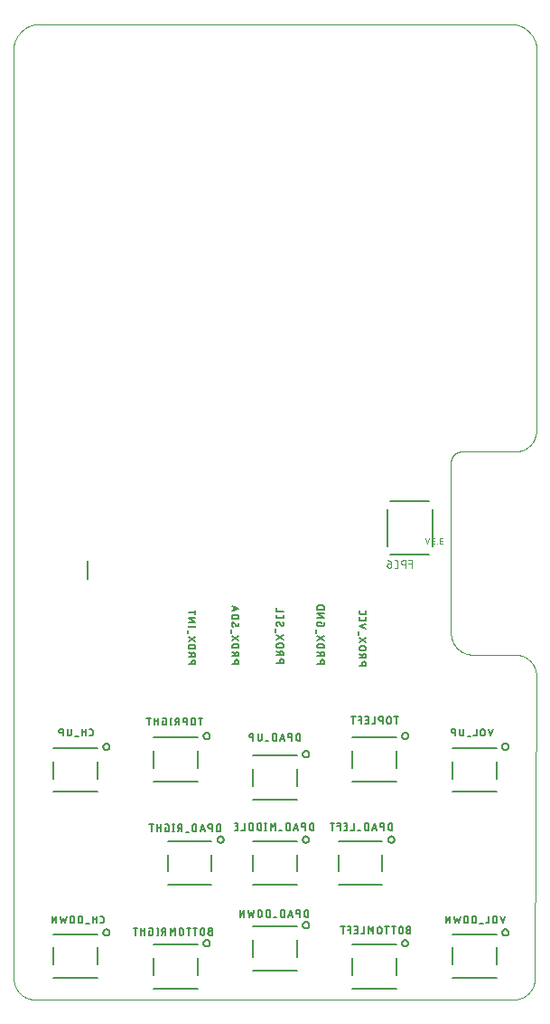
<source format=gbo>
G04 EAGLE Gerber RS-274X export*
G75*
%MOMM*%
%FSLAX34Y34*%
%LPD*%
%INSilk bottom*%
%IPPOS*%
%AMOC8*
5,1,8,0,0,1.08239X$1,22.5*%
G01*
%ADD10C,0.001000*%
%ADD11C,0.076200*%
%ADD12C,0.127000*%
%ADD13C,0.101600*%
%ADD14C,0.203200*%
%ADD15C,0.152400*%


D10*
X490000Y910000D02*
X490000Y1260000D01*
X490113Y1260606D01*
X490212Y1261214D01*
X490296Y1261824D01*
X490366Y1262436D01*
X490420Y1263050D01*
X490460Y1263665D01*
X490485Y1264280D01*
X490495Y1264896D01*
X490490Y1265512D01*
X490470Y1266128D01*
X490435Y1266743D01*
X490386Y1267357D01*
X490321Y1267970D01*
X490242Y1268581D01*
X490148Y1269190D01*
X490040Y1269796D01*
X489917Y1270400D01*
X489779Y1271001D01*
X489627Y1271598D01*
X489460Y1272191D01*
X489279Y1272780D01*
X489084Y1273364D01*
X488875Y1273944D01*
X488652Y1274518D01*
X488415Y1275087D01*
X488164Y1275650D01*
X487900Y1276206D01*
X487623Y1276756D01*
X487332Y1277299D01*
X487028Y1277835D01*
X486712Y1278364D01*
X486382Y1278885D01*
X486041Y1279397D01*
X485687Y1279902D01*
X485321Y1280397D01*
X484943Y1280884D01*
X484553Y1281361D01*
X484152Y1281829D01*
X483740Y1282286D01*
X483316Y1282734D01*
X482883Y1283172D01*
X482438Y1283598D01*
X481984Y1284014D01*
X481519Y1284419D01*
X481045Y1284813D01*
X480562Y1285195D01*
X480069Y1285565D01*
X479568Y1285923D01*
X479058Y1286269D01*
X478540Y1286602D01*
X478014Y1286923D01*
X477481Y1287231D01*
X476940Y1287526D01*
X476392Y1287808D01*
X475838Y1288077D01*
X475277Y1288332D01*
X474710Y1288574D01*
X474138Y1288801D01*
X473560Y1289015D01*
X472977Y1289215D01*
X472389Y1289401D01*
X471798Y1289572D01*
X471202Y1289729D01*
X470603Y1289872D01*
X470000Y1290000D01*
X20000Y1290000D01*
X19397Y1289872D01*
X18798Y1289729D01*
X18202Y1289572D01*
X17611Y1289401D01*
X17023Y1289215D01*
X16440Y1289015D01*
X15862Y1288801D01*
X15290Y1288574D01*
X14723Y1288332D01*
X14162Y1288077D01*
X13608Y1287808D01*
X13060Y1287526D01*
X12519Y1287231D01*
X11986Y1286923D01*
X11460Y1286602D01*
X10942Y1286269D01*
X10432Y1285923D01*
X9931Y1285565D01*
X9438Y1285195D01*
X8955Y1284813D01*
X8481Y1284419D01*
X8016Y1284014D01*
X7562Y1283598D01*
X7117Y1283172D01*
X6684Y1282734D01*
X6260Y1282286D01*
X5848Y1281829D01*
X5447Y1281361D01*
X5057Y1280884D01*
X4679Y1280397D01*
X4313Y1279902D01*
X3959Y1279397D01*
X3618Y1278885D01*
X3288Y1278364D01*
X2972Y1277835D01*
X2668Y1277299D01*
X2377Y1276756D01*
X2100Y1276206D01*
X1836Y1275650D01*
X1585Y1275087D01*
X1348Y1274518D01*
X1125Y1273944D01*
X916Y1273364D01*
X721Y1272780D01*
X540Y1272191D01*
X373Y1271598D01*
X221Y1271001D01*
X83Y1270400D01*
X-40Y1269796D01*
X-148Y1269190D01*
X-242Y1268581D01*
X-321Y1267970D01*
X-386Y1267357D01*
X-435Y1266743D01*
X-470Y1266128D01*
X-490Y1265512D01*
X-495Y1264896D01*
X-485Y1264280D01*
X-460Y1263665D01*
X-420Y1263050D01*
X-366Y1262436D01*
X-296Y1261824D01*
X-212Y1261214D01*
X-113Y1260606D01*
X0Y1260000D01*
X0Y397120D01*
X6Y396637D01*
X23Y396154D01*
X53Y395671D01*
X93Y395190D01*
X146Y394709D01*
X210Y394230D01*
X285Y393753D01*
X373Y393277D01*
X471Y392804D01*
X581Y392334D01*
X702Y391866D01*
X835Y391401D01*
X979Y390940D01*
X1134Y390482D01*
X1300Y390028D01*
X1477Y389578D01*
X1664Y389133D01*
X1863Y388692D01*
X2071Y388256D01*
X2291Y387826D01*
X2521Y387400D01*
X2761Y386981D01*
X3011Y386567D01*
X3271Y386160D01*
X3540Y385759D01*
X3820Y385364D01*
X4108Y384977D01*
X4407Y384596D01*
X4714Y384223D01*
X5030Y383858D01*
X5355Y383500D01*
X5688Y383150D01*
X6030Y382808D01*
X6380Y382475D01*
X6738Y382150D01*
X7103Y381834D01*
X7476Y381527D01*
X7857Y381228D01*
X8244Y380940D01*
X8639Y380660D01*
X9040Y380391D01*
X9447Y380131D01*
X9861Y379881D01*
X10280Y379641D01*
X10706Y379411D01*
X11136Y379191D01*
X11572Y378983D01*
X12013Y378784D01*
X12458Y378597D01*
X12908Y378420D01*
X13362Y378254D01*
X13820Y378099D01*
X14281Y377955D01*
X14746Y377822D01*
X15214Y377701D01*
X15684Y377591D01*
X16157Y377493D01*
X16633Y377405D01*
X17110Y377330D01*
X17589Y377266D01*
X18070Y377213D01*
X18551Y377173D01*
X19034Y377143D01*
X19517Y377126D01*
X20000Y377120D01*
X340000Y377120D01*
X338476Y377140D01*
X468576Y377140D01*
X469065Y377146D01*
X469554Y377164D01*
X470042Y377194D01*
X470530Y377236D01*
X471016Y377289D01*
X471501Y377355D01*
X471984Y377433D01*
X472465Y377522D01*
X472944Y377623D01*
X473420Y377735D01*
X473893Y377860D01*
X474363Y377996D01*
X474830Y378143D01*
X475293Y378302D01*
X475751Y378472D01*
X476206Y378653D01*
X476656Y378845D01*
X477101Y379048D01*
X477541Y379262D01*
X477976Y379486D01*
X478405Y379722D01*
X478828Y379967D01*
X479245Y380223D01*
X479655Y380489D01*
X480059Y380765D01*
X480457Y381051D01*
X480847Y381347D01*
X481229Y381651D01*
X481604Y381966D01*
X481972Y382289D01*
X482331Y382621D01*
X482682Y382962D01*
X483024Y383311D01*
X483358Y383669D01*
X483684Y384034D01*
X484000Y384408D01*
X484306Y384789D01*
X484604Y385177D01*
X484892Y385573D01*
X485170Y385975D01*
X485438Y386385D01*
X485696Y386800D01*
X485944Y387222D01*
X486181Y387650D01*
X486408Y388083D01*
X486624Y388522D01*
X486830Y388966D01*
X487024Y389415D01*
X487207Y389869D01*
X487380Y390327D01*
X487541Y390789D01*
X487690Y391255D01*
X487829Y391724D01*
X487955Y392197D01*
X488071Y392672D01*
X488174Y393150D01*
X488266Y393631D01*
X488346Y394114D01*
X488414Y394598D01*
X488470Y395084D01*
X488514Y395571D01*
X488547Y396060D01*
X488567Y396548D01*
X488576Y397038D01*
X490000Y680000D01*
X489994Y680483D01*
X489977Y680966D01*
X489947Y681449D01*
X489907Y681930D01*
X489854Y682411D01*
X489790Y682890D01*
X489715Y683367D01*
X489627Y683843D01*
X489529Y684316D01*
X489419Y684786D01*
X489298Y685254D01*
X489165Y685719D01*
X489021Y686180D01*
X488866Y686638D01*
X488700Y687092D01*
X488523Y687542D01*
X488336Y687987D01*
X488137Y688428D01*
X487929Y688864D01*
X487709Y689294D01*
X487479Y689720D01*
X487239Y690139D01*
X486989Y690553D01*
X486729Y690960D01*
X486460Y691361D01*
X486180Y691756D01*
X485892Y692143D01*
X485593Y692524D01*
X485286Y692897D01*
X484970Y693262D01*
X484645Y693620D01*
X484312Y693970D01*
X483970Y694312D01*
X483620Y694645D01*
X483262Y694970D01*
X482897Y695286D01*
X482524Y695593D01*
X482143Y695892D01*
X481756Y696180D01*
X481361Y696460D01*
X480960Y696729D01*
X480553Y696989D01*
X480139Y697239D01*
X479720Y697479D01*
X479294Y697709D01*
X478864Y697929D01*
X478428Y698137D01*
X477987Y698336D01*
X477542Y698523D01*
X477092Y698700D01*
X476638Y698866D01*
X476180Y699021D01*
X475719Y699165D01*
X475254Y699298D01*
X474786Y699419D01*
X474316Y699529D01*
X473843Y699627D01*
X473367Y699715D01*
X472890Y699790D01*
X472411Y699854D01*
X471930Y699907D01*
X471449Y699947D01*
X470966Y699977D01*
X470483Y699994D01*
X470000Y700000D01*
X430000Y700000D01*
X429517Y700006D01*
X429034Y700023D01*
X428551Y700053D01*
X428070Y700093D01*
X427589Y700146D01*
X427110Y700210D01*
X426633Y700285D01*
X426157Y700373D01*
X425684Y700471D01*
X425214Y700581D01*
X424746Y700702D01*
X424281Y700835D01*
X423820Y700979D01*
X423362Y701134D01*
X422908Y701300D01*
X422458Y701477D01*
X422013Y701664D01*
X421572Y701863D01*
X421136Y702071D01*
X420706Y702291D01*
X420280Y702521D01*
X419861Y702761D01*
X419447Y703011D01*
X419040Y703271D01*
X418639Y703540D01*
X418244Y703820D01*
X417857Y704108D01*
X417476Y704407D01*
X417103Y704714D01*
X416738Y705030D01*
X416380Y705355D01*
X416030Y705688D01*
X415688Y706030D01*
X415355Y706380D01*
X415030Y706738D01*
X414714Y707103D01*
X414407Y707476D01*
X414108Y707857D01*
X413820Y708244D01*
X413540Y708639D01*
X413271Y709040D01*
X413011Y709447D01*
X412761Y709861D01*
X412521Y710280D01*
X412291Y710706D01*
X412071Y711136D01*
X411863Y711572D01*
X411664Y712013D01*
X411477Y712458D01*
X411300Y712908D01*
X411134Y713362D01*
X410979Y713820D01*
X410835Y714281D01*
X410702Y714746D01*
X410581Y715214D01*
X410471Y715684D01*
X410373Y716157D01*
X410285Y716633D01*
X410210Y717110D01*
X410146Y717589D01*
X410093Y718070D01*
X410053Y718551D01*
X410023Y719034D01*
X410006Y719517D01*
X410000Y720000D01*
X410000Y880000D01*
X410003Y880242D01*
X410012Y880483D01*
X410026Y880724D01*
X410047Y880965D01*
X410073Y881205D01*
X410105Y881445D01*
X410143Y881684D01*
X410186Y881921D01*
X410236Y882158D01*
X410291Y882393D01*
X410351Y882627D01*
X410418Y882859D01*
X410489Y883090D01*
X410567Y883319D01*
X410650Y883546D01*
X410738Y883771D01*
X410832Y883994D01*
X410931Y884214D01*
X411036Y884432D01*
X411145Y884647D01*
X411260Y884860D01*
X411380Y885070D01*
X411505Y885276D01*
X411635Y885480D01*
X411770Y885681D01*
X411910Y885878D01*
X412054Y886072D01*
X412203Y886262D01*
X412357Y886448D01*
X412515Y886631D01*
X412677Y886810D01*
X412844Y886985D01*
X413015Y887156D01*
X413190Y887323D01*
X413369Y887485D01*
X413552Y887643D01*
X413738Y887797D01*
X413928Y887946D01*
X414122Y888090D01*
X414319Y888230D01*
X414520Y888365D01*
X414724Y888495D01*
X414930Y888620D01*
X415140Y888740D01*
X415353Y888855D01*
X415568Y888964D01*
X415786Y889069D01*
X416006Y889168D01*
X416229Y889262D01*
X416454Y889350D01*
X416681Y889433D01*
X416910Y889511D01*
X417141Y889582D01*
X417373Y889649D01*
X417607Y889709D01*
X417842Y889764D01*
X418079Y889814D01*
X418316Y889857D01*
X418555Y889895D01*
X418795Y889927D01*
X419035Y889953D01*
X419276Y889974D01*
X419517Y889988D01*
X419758Y889997D01*
X420000Y890000D01*
X470000Y890000D01*
X470483Y890006D01*
X470966Y890023D01*
X471449Y890053D01*
X471930Y890093D01*
X472411Y890146D01*
X472890Y890210D01*
X473367Y890285D01*
X473843Y890373D01*
X474316Y890471D01*
X474786Y890581D01*
X475254Y890702D01*
X475719Y890835D01*
X476180Y890979D01*
X476638Y891134D01*
X477092Y891300D01*
X477542Y891477D01*
X477987Y891664D01*
X478428Y891863D01*
X478864Y892071D01*
X479294Y892291D01*
X479720Y892521D01*
X480139Y892761D01*
X480553Y893011D01*
X480960Y893271D01*
X481361Y893540D01*
X481756Y893820D01*
X482143Y894108D01*
X482524Y894407D01*
X482897Y894714D01*
X483262Y895030D01*
X483620Y895355D01*
X483970Y895688D01*
X484312Y896030D01*
X484645Y896380D01*
X484970Y896738D01*
X485286Y897103D01*
X485593Y897476D01*
X485892Y897857D01*
X486180Y898244D01*
X486460Y898639D01*
X486729Y899040D01*
X486989Y899447D01*
X487239Y899861D01*
X487479Y900280D01*
X487709Y900706D01*
X487929Y901136D01*
X488137Y901572D01*
X488336Y902013D01*
X488523Y902458D01*
X488700Y902908D01*
X488866Y903362D01*
X489021Y903820D01*
X489165Y904281D01*
X489298Y904746D01*
X489419Y905214D01*
X489529Y905684D01*
X489627Y906157D01*
X489715Y906633D01*
X489790Y907110D01*
X489854Y907589D01*
X489907Y908070D01*
X489947Y908551D01*
X489977Y909034D01*
X489994Y909517D01*
X490000Y910000D01*
D11*
X402457Y803631D02*
X400975Y803631D01*
X400899Y803633D01*
X400823Y803639D01*
X400747Y803649D01*
X400672Y803662D01*
X400598Y803680D01*
X400524Y803701D01*
X400452Y803726D01*
X400382Y803755D01*
X400312Y803787D01*
X400245Y803823D01*
X400180Y803863D01*
X400116Y803905D01*
X400055Y803951D01*
X399997Y804000D01*
X399941Y804052D01*
X399887Y804106D01*
X399837Y804164D01*
X399790Y804223D01*
X399745Y804286D01*
X399704Y804350D01*
X399667Y804416D01*
X399633Y804485D01*
X399602Y804555D01*
X399575Y804626D01*
X399552Y804699D01*
X399533Y804773D01*
X399517Y804847D01*
X399505Y804923D01*
X399497Y804999D01*
X399493Y805075D01*
X399493Y805151D01*
X399497Y805227D01*
X399505Y805303D01*
X399517Y805379D01*
X399533Y805453D01*
X399552Y805527D01*
X399575Y805600D01*
X399602Y805671D01*
X399633Y805741D01*
X399667Y805810D01*
X399704Y805876D01*
X399745Y805940D01*
X399790Y806003D01*
X399837Y806062D01*
X399887Y806120D01*
X399941Y806174D01*
X399997Y806226D01*
X400055Y806275D01*
X400116Y806321D01*
X400180Y806363D01*
X400245Y806403D01*
X400312Y806439D01*
X400382Y806471D01*
X400452Y806500D01*
X400524Y806525D01*
X400598Y806546D01*
X400672Y806564D01*
X400747Y806577D01*
X400823Y806587D01*
X400899Y806593D01*
X400975Y806595D01*
X400679Y808965D02*
X402457Y808965D01*
X400679Y808965D02*
X400611Y808963D01*
X400544Y808957D01*
X400477Y808948D01*
X400411Y808934D01*
X400345Y808917D01*
X400281Y808896D01*
X400218Y808872D01*
X400156Y808843D01*
X400096Y808812D01*
X400038Y808777D01*
X399982Y808739D01*
X399929Y808697D01*
X399878Y808653D01*
X399829Y808606D01*
X399783Y808556D01*
X399741Y808504D01*
X399701Y808449D01*
X399664Y808392D01*
X399631Y808333D01*
X399601Y808272D01*
X399575Y808210D01*
X399552Y808146D01*
X399533Y808081D01*
X399518Y808015D01*
X399506Y807949D01*
X399498Y807881D01*
X399494Y807814D01*
X399494Y807746D01*
X399498Y807679D01*
X399506Y807611D01*
X399518Y807545D01*
X399533Y807479D01*
X399552Y807414D01*
X399575Y807350D01*
X399601Y807288D01*
X399631Y807227D01*
X399664Y807168D01*
X399701Y807111D01*
X399741Y807056D01*
X399783Y807004D01*
X399829Y806954D01*
X399878Y806907D01*
X399929Y806863D01*
X399982Y806821D01*
X400038Y806783D01*
X400096Y806748D01*
X400156Y806717D01*
X400218Y806688D01*
X400281Y806664D01*
X400345Y806643D01*
X400411Y806626D01*
X400477Y806612D01*
X400544Y806603D01*
X400611Y806597D01*
X400679Y806595D01*
X400679Y806594D02*
X401864Y806594D01*
X397283Y803927D02*
X397283Y803631D01*
X397283Y803927D02*
X396987Y803927D01*
X396987Y803631D01*
X397283Y803631D01*
X394776Y803631D02*
X393294Y803631D01*
X393218Y803633D01*
X393142Y803639D01*
X393066Y803649D01*
X392991Y803662D01*
X392917Y803680D01*
X392843Y803701D01*
X392771Y803726D01*
X392701Y803755D01*
X392631Y803787D01*
X392564Y803823D01*
X392499Y803863D01*
X392435Y803905D01*
X392374Y803951D01*
X392316Y804000D01*
X392260Y804052D01*
X392206Y804106D01*
X392156Y804164D01*
X392109Y804223D01*
X392064Y804286D01*
X392023Y804350D01*
X391986Y804416D01*
X391952Y804485D01*
X391921Y804555D01*
X391894Y804626D01*
X391871Y804699D01*
X391852Y804773D01*
X391836Y804847D01*
X391824Y804923D01*
X391816Y804999D01*
X391812Y805075D01*
X391812Y805151D01*
X391816Y805227D01*
X391824Y805303D01*
X391836Y805379D01*
X391852Y805453D01*
X391871Y805527D01*
X391894Y805600D01*
X391921Y805671D01*
X391952Y805741D01*
X391986Y805810D01*
X392023Y805876D01*
X392064Y805940D01*
X392109Y806003D01*
X392156Y806062D01*
X392206Y806120D01*
X392260Y806174D01*
X392316Y806226D01*
X392374Y806275D01*
X392435Y806321D01*
X392499Y806363D01*
X392564Y806403D01*
X392631Y806439D01*
X392701Y806471D01*
X392771Y806500D01*
X392843Y806525D01*
X392917Y806546D01*
X392991Y806564D01*
X393066Y806577D01*
X393142Y806587D01*
X393218Y806593D01*
X393294Y806595D01*
X392998Y808965D02*
X394776Y808965D01*
X392998Y808965D02*
X392930Y808963D01*
X392863Y808957D01*
X392796Y808948D01*
X392730Y808934D01*
X392664Y808917D01*
X392600Y808896D01*
X392537Y808872D01*
X392475Y808843D01*
X392415Y808812D01*
X392357Y808777D01*
X392301Y808739D01*
X392248Y808697D01*
X392197Y808653D01*
X392148Y808606D01*
X392102Y808556D01*
X392060Y808504D01*
X392020Y808449D01*
X391983Y808392D01*
X391950Y808333D01*
X391920Y808272D01*
X391894Y808210D01*
X391871Y808146D01*
X391852Y808081D01*
X391837Y808015D01*
X391825Y807949D01*
X391817Y807881D01*
X391813Y807814D01*
X391813Y807746D01*
X391817Y807679D01*
X391825Y807611D01*
X391837Y807545D01*
X391852Y807479D01*
X391871Y807414D01*
X391894Y807350D01*
X391920Y807288D01*
X391950Y807227D01*
X391983Y807168D01*
X392020Y807111D01*
X392060Y807056D01*
X392102Y807004D01*
X392148Y806954D01*
X392197Y806907D01*
X392248Y806863D01*
X392301Y806821D01*
X392357Y806783D01*
X392415Y806748D01*
X392475Y806717D01*
X392537Y806688D01*
X392600Y806664D01*
X392664Y806643D01*
X392730Y806626D01*
X392796Y806612D01*
X392863Y806603D01*
X392930Y806597D01*
X392998Y806595D01*
X392998Y806594D02*
X394183Y806594D01*
X389586Y808965D02*
X387808Y803631D01*
X386030Y808965D01*
D12*
X389124Y793608D02*
X353124Y793608D01*
X350624Y801108D02*
X350624Y836108D01*
X353124Y843608D02*
X389124Y843608D01*
X393124Y836108D02*
X393124Y801108D01*
D13*
X373450Y788210D02*
X373450Y781098D01*
X373450Y788210D02*
X370289Y788210D01*
X370289Y785049D02*
X373450Y785049D01*
X366990Y788210D02*
X366990Y781098D01*
X366990Y788210D02*
X365014Y788210D01*
X364927Y788208D01*
X364839Y788202D01*
X364752Y788193D01*
X364666Y788179D01*
X364580Y788162D01*
X364496Y788141D01*
X364412Y788116D01*
X364329Y788087D01*
X364248Y788055D01*
X364168Y788020D01*
X364090Y787981D01*
X364013Y787938D01*
X363939Y787892D01*
X363867Y787843D01*
X363797Y787791D01*
X363729Y787735D01*
X363664Y787677D01*
X363601Y787616D01*
X363542Y787552D01*
X363485Y787485D01*
X363431Y787417D01*
X363380Y787345D01*
X363333Y787272D01*
X363288Y787197D01*
X363247Y787119D01*
X363210Y787040D01*
X363176Y786960D01*
X363146Y786878D01*
X363119Y786795D01*
X363096Y786710D01*
X363077Y786625D01*
X363062Y786539D01*
X363050Y786452D01*
X363042Y786365D01*
X363038Y786278D01*
X363038Y786190D01*
X363042Y786103D01*
X363050Y786016D01*
X363062Y785929D01*
X363077Y785843D01*
X363096Y785758D01*
X363119Y785673D01*
X363146Y785590D01*
X363176Y785508D01*
X363210Y785428D01*
X363247Y785349D01*
X363288Y785271D01*
X363333Y785196D01*
X363380Y785123D01*
X363431Y785051D01*
X363485Y784983D01*
X363542Y784916D01*
X363601Y784852D01*
X363664Y784791D01*
X363729Y784733D01*
X363797Y784677D01*
X363867Y784625D01*
X363939Y784576D01*
X364013Y784530D01*
X364090Y784487D01*
X364168Y784448D01*
X364248Y784413D01*
X364329Y784381D01*
X364412Y784352D01*
X364496Y784327D01*
X364580Y784306D01*
X364666Y784289D01*
X364752Y784275D01*
X364839Y784266D01*
X364927Y784260D01*
X365014Y784258D01*
X365014Y784259D02*
X366990Y784259D01*
X358504Y781098D02*
X356923Y781098D01*
X358504Y781098D02*
X358582Y781100D01*
X358659Y781106D01*
X358736Y781115D01*
X358812Y781128D01*
X358888Y781145D01*
X358963Y781166D01*
X359036Y781190D01*
X359109Y781218D01*
X359180Y781250D01*
X359249Y781285D01*
X359316Y781323D01*
X359382Y781364D01*
X359445Y781409D01*
X359506Y781457D01*
X359565Y781507D01*
X359621Y781561D01*
X359675Y781617D01*
X359725Y781676D01*
X359773Y781737D01*
X359818Y781800D01*
X359859Y781866D01*
X359897Y781933D01*
X359932Y782002D01*
X359964Y782073D01*
X359992Y782146D01*
X360016Y782219D01*
X360037Y782294D01*
X360054Y782370D01*
X360067Y782446D01*
X360076Y782523D01*
X360082Y782600D01*
X360084Y782678D01*
X360084Y786630D01*
X360082Y786708D01*
X360076Y786785D01*
X360067Y786862D01*
X360054Y786938D01*
X360037Y787014D01*
X360016Y787089D01*
X359992Y787162D01*
X359964Y787235D01*
X359932Y787306D01*
X359897Y787375D01*
X359859Y787442D01*
X359818Y787508D01*
X359773Y787571D01*
X359725Y787632D01*
X359675Y787691D01*
X359621Y787747D01*
X359565Y787801D01*
X359506Y787851D01*
X359445Y787899D01*
X359382Y787944D01*
X359316Y787985D01*
X359249Y788023D01*
X359180Y788058D01*
X359109Y788090D01*
X359036Y788118D01*
X358963Y788142D01*
X358888Y788163D01*
X358812Y788180D01*
X358736Y788193D01*
X358659Y788202D01*
X358582Y788208D01*
X358504Y788210D01*
X356923Y788210D01*
X353961Y785049D02*
X351590Y785049D01*
X351512Y785047D01*
X351435Y785041D01*
X351358Y785032D01*
X351282Y785019D01*
X351206Y785002D01*
X351131Y784981D01*
X351058Y784957D01*
X350985Y784929D01*
X350914Y784897D01*
X350845Y784862D01*
X350778Y784824D01*
X350712Y784783D01*
X350649Y784738D01*
X350588Y784690D01*
X350529Y784640D01*
X350473Y784586D01*
X350419Y784530D01*
X350369Y784471D01*
X350321Y784410D01*
X350276Y784347D01*
X350235Y784281D01*
X350197Y784214D01*
X350162Y784145D01*
X350130Y784074D01*
X350102Y784001D01*
X350078Y783928D01*
X350057Y783853D01*
X350040Y783777D01*
X350027Y783701D01*
X350018Y783624D01*
X350012Y783547D01*
X350010Y783469D01*
X350010Y783074D01*
X350012Y782987D01*
X350018Y782899D01*
X350027Y782812D01*
X350041Y782726D01*
X350058Y782640D01*
X350079Y782556D01*
X350104Y782472D01*
X350133Y782389D01*
X350165Y782308D01*
X350200Y782228D01*
X350239Y782150D01*
X350282Y782073D01*
X350328Y781999D01*
X350377Y781927D01*
X350429Y781857D01*
X350485Y781789D01*
X350543Y781724D01*
X350604Y781661D01*
X350668Y781602D01*
X350735Y781545D01*
X350803Y781491D01*
X350875Y781440D01*
X350948Y781393D01*
X351023Y781348D01*
X351101Y781307D01*
X351180Y781270D01*
X351260Y781236D01*
X351342Y781206D01*
X351425Y781179D01*
X351510Y781156D01*
X351595Y781137D01*
X351681Y781122D01*
X351768Y781110D01*
X351855Y781102D01*
X351942Y781098D01*
X352030Y781098D01*
X352117Y781102D01*
X352204Y781110D01*
X352291Y781122D01*
X352377Y781137D01*
X352462Y781156D01*
X352547Y781179D01*
X352630Y781206D01*
X352712Y781236D01*
X352792Y781270D01*
X352871Y781307D01*
X352949Y781348D01*
X353024Y781393D01*
X353097Y781440D01*
X353169Y781491D01*
X353237Y781545D01*
X353304Y781602D01*
X353368Y781661D01*
X353429Y781724D01*
X353487Y781789D01*
X353543Y781857D01*
X353595Y781927D01*
X353644Y781999D01*
X353690Y782073D01*
X353733Y782150D01*
X353772Y782228D01*
X353807Y782308D01*
X353839Y782389D01*
X353868Y782472D01*
X353893Y782556D01*
X353914Y782640D01*
X353931Y782726D01*
X353945Y782812D01*
X353954Y782899D01*
X353960Y782987D01*
X353962Y783074D01*
X353961Y783074D02*
X353961Y785049D01*
X353959Y785159D01*
X353953Y785270D01*
X353944Y785379D01*
X353930Y785489D01*
X353913Y785598D01*
X353892Y785706D01*
X353867Y785814D01*
X353839Y785920D01*
X353806Y786026D01*
X353770Y786130D01*
X353731Y786233D01*
X353688Y786335D01*
X353641Y786435D01*
X353591Y786533D01*
X353538Y786630D01*
X353481Y786724D01*
X353421Y786817D01*
X353357Y786907D01*
X353291Y786995D01*
X353221Y787081D01*
X353149Y787164D01*
X353074Y787245D01*
X352996Y787323D01*
X352915Y787398D01*
X352832Y787470D01*
X352746Y787540D01*
X352658Y787606D01*
X352568Y787670D01*
X352475Y787730D01*
X352381Y787787D01*
X352284Y787840D01*
X352186Y787890D01*
X352086Y787937D01*
X351984Y787980D01*
X351881Y788019D01*
X351777Y788055D01*
X351671Y788088D01*
X351565Y788116D01*
X351457Y788141D01*
X351349Y788162D01*
X351240Y788179D01*
X351130Y788193D01*
X351021Y788202D01*
X350910Y788208D01*
X350800Y788210D01*
D14*
X69010Y787620D02*
X69010Y771110D01*
D12*
X411500Y438500D02*
X452500Y438500D01*
X452500Y397500D02*
X411500Y397500D01*
X452500Y410000D02*
X452500Y426000D01*
X411500Y426000D02*
X411500Y410000D01*
X458000Y440000D02*
X458002Y440109D01*
X458008Y440218D01*
X458018Y440326D01*
X458032Y440434D01*
X458049Y440542D01*
X458071Y440649D01*
X458096Y440755D01*
X458126Y440859D01*
X458159Y440963D01*
X458196Y441066D01*
X458236Y441167D01*
X458280Y441266D01*
X458328Y441364D01*
X458380Y441461D01*
X458434Y441555D01*
X458492Y441647D01*
X458554Y441737D01*
X458619Y441824D01*
X458686Y441910D01*
X458757Y441993D01*
X458831Y442073D01*
X458908Y442150D01*
X458987Y442225D01*
X459069Y442296D01*
X459154Y442365D01*
X459241Y442430D01*
X459330Y442493D01*
X459422Y442551D01*
X459516Y442607D01*
X459611Y442659D01*
X459709Y442708D01*
X459808Y442753D01*
X459909Y442795D01*
X460011Y442832D01*
X460114Y442866D01*
X460219Y442897D01*
X460325Y442923D01*
X460431Y442946D01*
X460539Y442964D01*
X460647Y442979D01*
X460755Y442990D01*
X460864Y442997D01*
X460973Y443000D01*
X461082Y442999D01*
X461191Y442994D01*
X461299Y442985D01*
X461407Y442972D01*
X461515Y442955D01*
X461622Y442935D01*
X461728Y442910D01*
X461833Y442882D01*
X461937Y442850D01*
X462040Y442814D01*
X462142Y442774D01*
X462242Y442731D01*
X462340Y442684D01*
X462437Y442634D01*
X462531Y442580D01*
X462624Y442522D01*
X462715Y442462D01*
X462803Y442398D01*
X462889Y442331D01*
X462972Y442261D01*
X463053Y442188D01*
X463131Y442112D01*
X463206Y442033D01*
X463279Y441951D01*
X463348Y441867D01*
X463414Y441781D01*
X463477Y441692D01*
X463537Y441601D01*
X463594Y441508D01*
X463647Y441413D01*
X463696Y441316D01*
X463742Y441217D01*
X463784Y441117D01*
X463823Y441015D01*
X463858Y440911D01*
X463889Y440807D01*
X463917Y440702D01*
X463940Y440595D01*
X463960Y440488D01*
X463976Y440380D01*
X463988Y440272D01*
X463996Y440163D01*
X464000Y440054D01*
X464000Y439946D01*
X463996Y439837D01*
X463988Y439728D01*
X463976Y439620D01*
X463960Y439512D01*
X463940Y439405D01*
X463917Y439298D01*
X463889Y439193D01*
X463858Y439089D01*
X463823Y438985D01*
X463784Y438883D01*
X463742Y438783D01*
X463696Y438684D01*
X463647Y438587D01*
X463594Y438492D01*
X463537Y438399D01*
X463477Y438308D01*
X463414Y438219D01*
X463348Y438133D01*
X463279Y438049D01*
X463206Y437967D01*
X463131Y437888D01*
X463053Y437812D01*
X462972Y437739D01*
X462889Y437669D01*
X462803Y437602D01*
X462715Y437538D01*
X462624Y437478D01*
X462531Y437420D01*
X462437Y437366D01*
X462340Y437316D01*
X462242Y437269D01*
X462142Y437226D01*
X462040Y437186D01*
X461937Y437150D01*
X461833Y437118D01*
X461728Y437090D01*
X461622Y437065D01*
X461515Y437045D01*
X461407Y437028D01*
X461299Y437015D01*
X461191Y437006D01*
X461082Y437001D01*
X460973Y437000D01*
X460864Y437003D01*
X460755Y437010D01*
X460647Y437021D01*
X460539Y437036D01*
X460431Y437054D01*
X460325Y437077D01*
X460219Y437103D01*
X460114Y437134D01*
X460011Y437168D01*
X459909Y437205D01*
X459808Y437247D01*
X459709Y437292D01*
X459611Y437341D01*
X459516Y437393D01*
X459422Y437449D01*
X459330Y437507D01*
X459241Y437570D01*
X459154Y437635D01*
X459069Y437704D01*
X458987Y437775D01*
X458908Y437850D01*
X458831Y437927D01*
X458757Y438007D01*
X458686Y438090D01*
X458619Y438176D01*
X458554Y438263D01*
X458492Y438353D01*
X458434Y438445D01*
X458380Y438539D01*
X458328Y438636D01*
X458280Y438734D01*
X458236Y438833D01*
X458196Y438934D01*
X458159Y439037D01*
X458126Y439141D01*
X458096Y439245D01*
X458071Y439351D01*
X458049Y439458D01*
X458032Y439566D01*
X458018Y439674D01*
X458008Y439782D01*
X458002Y439891D01*
X458000Y440000D01*
D15*
X458597Y448842D02*
X460798Y455446D01*
X456395Y455446D02*
X458597Y448842D01*
X453116Y450676D02*
X453116Y453612D01*
X453114Y453697D01*
X453108Y453781D01*
X453098Y453865D01*
X453085Y453949D01*
X453067Y454032D01*
X453046Y454114D01*
X453021Y454195D01*
X452992Y454275D01*
X452960Y454353D01*
X452924Y454429D01*
X452884Y454504D01*
X452841Y454577D01*
X452795Y454648D01*
X452746Y454717D01*
X452693Y454784D01*
X452637Y454848D01*
X452579Y454909D01*
X452518Y454967D01*
X452454Y455023D01*
X452387Y455076D01*
X452318Y455125D01*
X452247Y455171D01*
X452174Y455214D01*
X452099Y455254D01*
X452023Y455290D01*
X451945Y455322D01*
X451865Y455351D01*
X451784Y455376D01*
X451702Y455397D01*
X451619Y455415D01*
X451535Y455428D01*
X451451Y455438D01*
X451367Y455444D01*
X451282Y455446D01*
X451197Y455444D01*
X451113Y455438D01*
X451029Y455428D01*
X450945Y455415D01*
X450862Y455397D01*
X450780Y455376D01*
X450699Y455351D01*
X450619Y455322D01*
X450541Y455290D01*
X450465Y455254D01*
X450390Y455214D01*
X450317Y455171D01*
X450246Y455125D01*
X450177Y455076D01*
X450110Y455023D01*
X450046Y454967D01*
X449985Y454909D01*
X449927Y454848D01*
X449871Y454784D01*
X449818Y454717D01*
X449769Y454648D01*
X449723Y454577D01*
X449680Y454504D01*
X449640Y454429D01*
X449604Y454353D01*
X449572Y454275D01*
X449543Y454195D01*
X449518Y454114D01*
X449497Y454032D01*
X449479Y453949D01*
X449466Y453865D01*
X449456Y453781D01*
X449450Y453697D01*
X449448Y453612D01*
X449447Y453612D02*
X449447Y450676D01*
X449448Y450676D02*
X449450Y450591D01*
X449456Y450507D01*
X449466Y450423D01*
X449479Y450339D01*
X449497Y450256D01*
X449518Y450174D01*
X449543Y450093D01*
X449572Y450013D01*
X449604Y449935D01*
X449640Y449859D01*
X449680Y449784D01*
X449723Y449711D01*
X449769Y449640D01*
X449818Y449571D01*
X449871Y449504D01*
X449927Y449440D01*
X449985Y449379D01*
X450046Y449321D01*
X450110Y449265D01*
X450177Y449212D01*
X450246Y449163D01*
X450317Y449117D01*
X450390Y449074D01*
X450465Y449034D01*
X450541Y448998D01*
X450619Y448966D01*
X450699Y448937D01*
X450780Y448912D01*
X450862Y448891D01*
X450945Y448873D01*
X451029Y448860D01*
X451113Y448850D01*
X451197Y448844D01*
X451282Y448842D01*
X451367Y448844D01*
X451451Y448850D01*
X451535Y448860D01*
X451619Y448873D01*
X451702Y448891D01*
X451784Y448912D01*
X451865Y448937D01*
X451945Y448966D01*
X452023Y448998D01*
X452099Y449034D01*
X452174Y449074D01*
X452247Y449117D01*
X452318Y449163D01*
X452387Y449212D01*
X452454Y449265D01*
X452518Y449321D01*
X452579Y449379D01*
X452637Y449440D01*
X452693Y449504D01*
X452746Y449571D01*
X452795Y449640D01*
X452841Y449711D01*
X452884Y449784D01*
X452924Y449859D01*
X452960Y449935D01*
X452992Y450013D01*
X453021Y450093D01*
X453046Y450174D01*
X453067Y450256D01*
X453085Y450339D01*
X453098Y450423D01*
X453108Y450507D01*
X453114Y450591D01*
X453116Y450676D01*
X445533Y448842D02*
X445533Y455446D01*
X445533Y448842D02*
X442598Y448842D01*
X439826Y448108D02*
X436890Y448108D01*
X433365Y448842D02*
X433365Y455446D01*
X431531Y455446D01*
X431446Y455444D01*
X431362Y455438D01*
X431278Y455428D01*
X431194Y455415D01*
X431111Y455397D01*
X431029Y455376D01*
X430948Y455351D01*
X430868Y455322D01*
X430790Y455290D01*
X430714Y455254D01*
X430639Y455214D01*
X430566Y455171D01*
X430495Y455125D01*
X430426Y455076D01*
X430359Y455023D01*
X430295Y454967D01*
X430234Y454909D01*
X430176Y454848D01*
X430120Y454784D01*
X430067Y454717D01*
X430018Y454648D01*
X429972Y454577D01*
X429929Y454504D01*
X429889Y454429D01*
X429853Y454353D01*
X429821Y454275D01*
X429792Y454195D01*
X429767Y454114D01*
X429746Y454032D01*
X429728Y453949D01*
X429715Y453865D01*
X429705Y453781D01*
X429699Y453697D01*
X429697Y453612D01*
X429696Y453612D02*
X429696Y450676D01*
X429697Y450676D02*
X429699Y450591D01*
X429705Y450507D01*
X429715Y450423D01*
X429728Y450339D01*
X429746Y450256D01*
X429767Y450174D01*
X429792Y450093D01*
X429821Y450013D01*
X429853Y449935D01*
X429889Y449859D01*
X429929Y449784D01*
X429972Y449711D01*
X430018Y449640D01*
X430067Y449571D01*
X430120Y449504D01*
X430176Y449440D01*
X430234Y449379D01*
X430295Y449321D01*
X430359Y449265D01*
X430426Y449212D01*
X430495Y449163D01*
X430566Y449117D01*
X430639Y449074D01*
X430714Y449034D01*
X430790Y448998D01*
X430868Y448966D01*
X430948Y448937D01*
X431029Y448912D01*
X431111Y448891D01*
X431194Y448873D01*
X431278Y448860D01*
X431362Y448850D01*
X431446Y448844D01*
X431531Y448842D01*
X433365Y448842D01*
X425806Y450676D02*
X425806Y453612D01*
X425805Y453612D02*
X425803Y453697D01*
X425797Y453781D01*
X425787Y453865D01*
X425774Y453949D01*
X425756Y454032D01*
X425735Y454114D01*
X425710Y454195D01*
X425681Y454275D01*
X425649Y454353D01*
X425613Y454429D01*
X425573Y454504D01*
X425530Y454577D01*
X425484Y454648D01*
X425435Y454717D01*
X425382Y454784D01*
X425326Y454848D01*
X425268Y454909D01*
X425207Y454967D01*
X425143Y455023D01*
X425076Y455076D01*
X425007Y455125D01*
X424936Y455171D01*
X424863Y455214D01*
X424788Y455254D01*
X424712Y455290D01*
X424634Y455322D01*
X424554Y455351D01*
X424473Y455376D01*
X424391Y455397D01*
X424308Y455415D01*
X424224Y455428D01*
X424140Y455438D01*
X424056Y455444D01*
X423971Y455446D01*
X423886Y455444D01*
X423802Y455438D01*
X423718Y455428D01*
X423634Y455415D01*
X423551Y455397D01*
X423469Y455376D01*
X423388Y455351D01*
X423308Y455322D01*
X423230Y455290D01*
X423154Y455254D01*
X423079Y455214D01*
X423006Y455171D01*
X422935Y455125D01*
X422866Y455076D01*
X422799Y455023D01*
X422735Y454967D01*
X422674Y454909D01*
X422616Y454848D01*
X422560Y454784D01*
X422507Y454717D01*
X422458Y454648D01*
X422412Y454577D01*
X422369Y454504D01*
X422329Y454429D01*
X422293Y454353D01*
X422261Y454275D01*
X422232Y454195D01*
X422207Y454114D01*
X422186Y454032D01*
X422168Y453949D01*
X422155Y453865D01*
X422145Y453781D01*
X422139Y453697D01*
X422137Y453612D01*
X422137Y450676D01*
X422139Y450591D01*
X422145Y450507D01*
X422155Y450423D01*
X422168Y450339D01*
X422186Y450256D01*
X422207Y450174D01*
X422232Y450093D01*
X422261Y450013D01*
X422293Y449935D01*
X422329Y449859D01*
X422369Y449784D01*
X422412Y449711D01*
X422458Y449640D01*
X422507Y449571D01*
X422560Y449504D01*
X422616Y449440D01*
X422674Y449379D01*
X422735Y449321D01*
X422799Y449265D01*
X422866Y449212D01*
X422935Y449163D01*
X423006Y449117D01*
X423079Y449074D01*
X423154Y449034D01*
X423230Y448998D01*
X423308Y448966D01*
X423388Y448937D01*
X423469Y448912D01*
X423551Y448891D01*
X423634Y448873D01*
X423718Y448860D01*
X423802Y448850D01*
X423886Y448844D01*
X423971Y448842D01*
X424056Y448844D01*
X424140Y448850D01*
X424224Y448860D01*
X424308Y448873D01*
X424391Y448891D01*
X424473Y448912D01*
X424554Y448937D01*
X424634Y448966D01*
X424712Y448998D01*
X424788Y449034D01*
X424863Y449074D01*
X424936Y449117D01*
X425007Y449163D01*
X425076Y449212D01*
X425143Y449265D01*
X425207Y449321D01*
X425268Y449379D01*
X425326Y449440D01*
X425382Y449504D01*
X425435Y449571D01*
X425484Y449640D01*
X425530Y449711D01*
X425573Y449784D01*
X425613Y449859D01*
X425649Y449935D01*
X425681Y450013D01*
X425710Y450093D01*
X425735Y450174D01*
X425756Y450256D01*
X425774Y450339D01*
X425787Y450423D01*
X425797Y450507D01*
X425803Y450591D01*
X425805Y450676D01*
X418616Y455446D02*
X417149Y448842D01*
X415681Y453245D01*
X414213Y448842D01*
X412746Y455446D01*
X408981Y455446D02*
X408981Y448842D01*
X405312Y448842D02*
X408981Y455446D01*
X405312Y455446D02*
X405312Y448842D01*
D12*
X78500Y612500D02*
X37500Y612500D01*
X37500Y571500D02*
X78500Y571500D01*
X78500Y584000D02*
X78500Y600000D01*
X37500Y600000D02*
X37500Y584000D01*
X84000Y614000D02*
X84002Y614109D01*
X84008Y614218D01*
X84018Y614326D01*
X84032Y614434D01*
X84049Y614542D01*
X84071Y614649D01*
X84096Y614755D01*
X84126Y614859D01*
X84159Y614963D01*
X84196Y615066D01*
X84236Y615167D01*
X84280Y615266D01*
X84328Y615364D01*
X84380Y615461D01*
X84434Y615555D01*
X84492Y615647D01*
X84554Y615737D01*
X84619Y615824D01*
X84686Y615910D01*
X84757Y615993D01*
X84831Y616073D01*
X84908Y616150D01*
X84987Y616225D01*
X85069Y616296D01*
X85154Y616365D01*
X85241Y616430D01*
X85330Y616493D01*
X85422Y616551D01*
X85516Y616607D01*
X85611Y616659D01*
X85709Y616708D01*
X85808Y616753D01*
X85909Y616795D01*
X86011Y616832D01*
X86114Y616866D01*
X86219Y616897D01*
X86325Y616923D01*
X86431Y616946D01*
X86539Y616964D01*
X86647Y616979D01*
X86755Y616990D01*
X86864Y616997D01*
X86973Y617000D01*
X87082Y616999D01*
X87191Y616994D01*
X87299Y616985D01*
X87407Y616972D01*
X87515Y616955D01*
X87622Y616935D01*
X87728Y616910D01*
X87833Y616882D01*
X87937Y616850D01*
X88040Y616814D01*
X88142Y616774D01*
X88242Y616731D01*
X88340Y616684D01*
X88437Y616634D01*
X88531Y616580D01*
X88624Y616522D01*
X88715Y616462D01*
X88803Y616398D01*
X88889Y616331D01*
X88972Y616261D01*
X89053Y616188D01*
X89131Y616112D01*
X89206Y616033D01*
X89279Y615951D01*
X89348Y615867D01*
X89414Y615781D01*
X89477Y615692D01*
X89537Y615601D01*
X89594Y615508D01*
X89647Y615413D01*
X89696Y615316D01*
X89742Y615217D01*
X89784Y615117D01*
X89823Y615015D01*
X89858Y614911D01*
X89889Y614807D01*
X89917Y614702D01*
X89940Y614595D01*
X89960Y614488D01*
X89976Y614380D01*
X89988Y614272D01*
X89996Y614163D01*
X90000Y614054D01*
X90000Y613946D01*
X89996Y613837D01*
X89988Y613728D01*
X89976Y613620D01*
X89960Y613512D01*
X89940Y613405D01*
X89917Y613298D01*
X89889Y613193D01*
X89858Y613089D01*
X89823Y612985D01*
X89784Y612883D01*
X89742Y612783D01*
X89696Y612684D01*
X89647Y612587D01*
X89594Y612492D01*
X89537Y612399D01*
X89477Y612308D01*
X89414Y612219D01*
X89348Y612133D01*
X89279Y612049D01*
X89206Y611967D01*
X89131Y611888D01*
X89053Y611812D01*
X88972Y611739D01*
X88889Y611669D01*
X88803Y611602D01*
X88715Y611538D01*
X88624Y611478D01*
X88531Y611420D01*
X88437Y611366D01*
X88340Y611316D01*
X88242Y611269D01*
X88142Y611226D01*
X88040Y611186D01*
X87937Y611150D01*
X87833Y611118D01*
X87728Y611090D01*
X87622Y611065D01*
X87515Y611045D01*
X87407Y611028D01*
X87299Y611015D01*
X87191Y611006D01*
X87082Y611001D01*
X86973Y611000D01*
X86864Y611003D01*
X86755Y611010D01*
X86647Y611021D01*
X86539Y611036D01*
X86431Y611054D01*
X86325Y611077D01*
X86219Y611103D01*
X86114Y611134D01*
X86011Y611168D01*
X85909Y611205D01*
X85808Y611247D01*
X85709Y611292D01*
X85611Y611341D01*
X85516Y611393D01*
X85422Y611449D01*
X85330Y611507D01*
X85241Y611570D01*
X85154Y611635D01*
X85069Y611704D01*
X84987Y611775D01*
X84908Y611850D01*
X84831Y611927D01*
X84757Y612007D01*
X84686Y612090D01*
X84619Y612176D01*
X84554Y612263D01*
X84492Y612353D01*
X84434Y612445D01*
X84380Y612539D01*
X84328Y612636D01*
X84280Y612734D01*
X84236Y612833D01*
X84196Y612934D01*
X84159Y613037D01*
X84126Y613141D01*
X84096Y613245D01*
X84071Y613351D01*
X84049Y613458D01*
X84032Y613566D01*
X84018Y613674D01*
X84008Y613782D01*
X84002Y613891D01*
X84000Y614000D01*
D15*
X72630Y624112D02*
X71163Y624112D01*
X72630Y624112D02*
X72704Y624114D01*
X72779Y624120D01*
X72852Y624129D01*
X72926Y624142D01*
X72998Y624159D01*
X73069Y624179D01*
X73140Y624203D01*
X73209Y624231D01*
X73277Y624262D01*
X73342Y624296D01*
X73407Y624334D01*
X73469Y624375D01*
X73529Y624419D01*
X73586Y624466D01*
X73641Y624516D01*
X73694Y624569D01*
X73744Y624624D01*
X73791Y624681D01*
X73835Y624741D01*
X73876Y624803D01*
X73914Y624868D01*
X73948Y624934D01*
X73979Y625001D01*
X74007Y625070D01*
X74031Y625141D01*
X74051Y625212D01*
X74068Y625285D01*
X74081Y625358D01*
X74090Y625432D01*
X74096Y625506D01*
X74098Y625580D01*
X74098Y629248D01*
X74096Y629322D01*
X74090Y629397D01*
X74081Y629470D01*
X74068Y629543D01*
X74051Y629616D01*
X74031Y629687D01*
X74007Y629758D01*
X73979Y629827D01*
X73948Y629894D01*
X73914Y629960D01*
X73876Y630025D01*
X73835Y630087D01*
X73791Y630147D01*
X73744Y630204D01*
X73694Y630259D01*
X73641Y630312D01*
X73586Y630362D01*
X73529Y630409D01*
X73469Y630453D01*
X73407Y630494D01*
X73342Y630532D01*
X73277Y630566D01*
X73209Y630597D01*
X73140Y630625D01*
X73070Y630649D01*
X72998Y630669D01*
X72926Y630686D01*
X72852Y630699D01*
X72779Y630708D01*
X72704Y630714D01*
X72630Y630716D01*
X71163Y630716D01*
X67723Y630716D02*
X67723Y624112D01*
X67723Y627781D02*
X64054Y627781D01*
X64054Y630716D02*
X64054Y624112D01*
X60528Y623378D02*
X57593Y623378D01*
X54068Y625946D02*
X54068Y630716D01*
X54067Y625946D02*
X54065Y625861D01*
X54059Y625777D01*
X54049Y625693D01*
X54036Y625609D01*
X54018Y625526D01*
X53997Y625444D01*
X53972Y625363D01*
X53943Y625283D01*
X53911Y625205D01*
X53875Y625129D01*
X53835Y625054D01*
X53792Y624981D01*
X53746Y624910D01*
X53697Y624841D01*
X53644Y624774D01*
X53588Y624710D01*
X53530Y624649D01*
X53469Y624591D01*
X53405Y624535D01*
X53338Y624482D01*
X53269Y624433D01*
X53198Y624387D01*
X53125Y624344D01*
X53050Y624304D01*
X52974Y624268D01*
X52896Y624236D01*
X52816Y624207D01*
X52735Y624182D01*
X52653Y624161D01*
X52570Y624143D01*
X52486Y624130D01*
X52402Y624120D01*
X52318Y624114D01*
X52233Y624112D01*
X52148Y624114D01*
X52064Y624120D01*
X51980Y624130D01*
X51896Y624143D01*
X51813Y624161D01*
X51731Y624182D01*
X51650Y624207D01*
X51570Y624236D01*
X51492Y624268D01*
X51416Y624304D01*
X51341Y624344D01*
X51268Y624387D01*
X51197Y624433D01*
X51128Y624482D01*
X51061Y624535D01*
X50997Y624591D01*
X50936Y624649D01*
X50878Y624710D01*
X50822Y624774D01*
X50769Y624841D01*
X50720Y624910D01*
X50674Y624981D01*
X50631Y625054D01*
X50591Y625129D01*
X50555Y625205D01*
X50523Y625283D01*
X50494Y625363D01*
X50469Y625444D01*
X50448Y625526D01*
X50430Y625609D01*
X50417Y625693D01*
X50407Y625777D01*
X50401Y625861D01*
X50399Y625946D01*
X50399Y630716D01*
X46084Y630716D02*
X46084Y624112D01*
X46084Y630716D02*
X44249Y630716D01*
X44164Y630714D01*
X44080Y630708D01*
X43996Y630698D01*
X43912Y630685D01*
X43829Y630667D01*
X43747Y630646D01*
X43666Y630621D01*
X43586Y630592D01*
X43508Y630560D01*
X43432Y630524D01*
X43357Y630484D01*
X43284Y630441D01*
X43213Y630395D01*
X43144Y630346D01*
X43077Y630293D01*
X43013Y630237D01*
X42952Y630179D01*
X42894Y630118D01*
X42838Y630054D01*
X42785Y629987D01*
X42736Y629918D01*
X42690Y629847D01*
X42647Y629774D01*
X42607Y629699D01*
X42571Y629623D01*
X42539Y629545D01*
X42510Y629465D01*
X42485Y629384D01*
X42464Y629302D01*
X42446Y629219D01*
X42433Y629135D01*
X42423Y629051D01*
X42417Y628967D01*
X42415Y628882D01*
X42417Y628797D01*
X42423Y628713D01*
X42433Y628629D01*
X42446Y628545D01*
X42464Y628462D01*
X42485Y628380D01*
X42510Y628299D01*
X42539Y628219D01*
X42571Y628141D01*
X42607Y628065D01*
X42647Y627990D01*
X42690Y627917D01*
X42736Y627846D01*
X42785Y627777D01*
X42838Y627710D01*
X42894Y627646D01*
X42952Y627585D01*
X43013Y627527D01*
X43077Y627471D01*
X43144Y627418D01*
X43213Y627369D01*
X43284Y627323D01*
X43357Y627280D01*
X43432Y627240D01*
X43508Y627204D01*
X43586Y627172D01*
X43666Y627143D01*
X43747Y627118D01*
X43829Y627097D01*
X43912Y627079D01*
X43996Y627066D01*
X44080Y627056D01*
X44164Y627050D01*
X44249Y627048D01*
X44249Y627047D02*
X46084Y627047D01*
D12*
X37500Y438500D02*
X78500Y438500D01*
X78500Y397500D02*
X37500Y397500D01*
X78500Y410000D02*
X78500Y426000D01*
X37500Y426000D02*
X37500Y410000D01*
X84000Y440000D02*
X84002Y440109D01*
X84008Y440218D01*
X84018Y440326D01*
X84032Y440434D01*
X84049Y440542D01*
X84071Y440649D01*
X84096Y440755D01*
X84126Y440859D01*
X84159Y440963D01*
X84196Y441066D01*
X84236Y441167D01*
X84280Y441266D01*
X84328Y441364D01*
X84380Y441461D01*
X84434Y441555D01*
X84492Y441647D01*
X84554Y441737D01*
X84619Y441824D01*
X84686Y441910D01*
X84757Y441993D01*
X84831Y442073D01*
X84908Y442150D01*
X84987Y442225D01*
X85069Y442296D01*
X85154Y442365D01*
X85241Y442430D01*
X85330Y442493D01*
X85422Y442551D01*
X85516Y442607D01*
X85611Y442659D01*
X85709Y442708D01*
X85808Y442753D01*
X85909Y442795D01*
X86011Y442832D01*
X86114Y442866D01*
X86219Y442897D01*
X86325Y442923D01*
X86431Y442946D01*
X86539Y442964D01*
X86647Y442979D01*
X86755Y442990D01*
X86864Y442997D01*
X86973Y443000D01*
X87082Y442999D01*
X87191Y442994D01*
X87299Y442985D01*
X87407Y442972D01*
X87515Y442955D01*
X87622Y442935D01*
X87728Y442910D01*
X87833Y442882D01*
X87937Y442850D01*
X88040Y442814D01*
X88142Y442774D01*
X88242Y442731D01*
X88340Y442684D01*
X88437Y442634D01*
X88531Y442580D01*
X88624Y442522D01*
X88715Y442462D01*
X88803Y442398D01*
X88889Y442331D01*
X88972Y442261D01*
X89053Y442188D01*
X89131Y442112D01*
X89206Y442033D01*
X89279Y441951D01*
X89348Y441867D01*
X89414Y441781D01*
X89477Y441692D01*
X89537Y441601D01*
X89594Y441508D01*
X89647Y441413D01*
X89696Y441316D01*
X89742Y441217D01*
X89784Y441117D01*
X89823Y441015D01*
X89858Y440911D01*
X89889Y440807D01*
X89917Y440702D01*
X89940Y440595D01*
X89960Y440488D01*
X89976Y440380D01*
X89988Y440272D01*
X89996Y440163D01*
X90000Y440054D01*
X90000Y439946D01*
X89996Y439837D01*
X89988Y439728D01*
X89976Y439620D01*
X89960Y439512D01*
X89940Y439405D01*
X89917Y439298D01*
X89889Y439193D01*
X89858Y439089D01*
X89823Y438985D01*
X89784Y438883D01*
X89742Y438783D01*
X89696Y438684D01*
X89647Y438587D01*
X89594Y438492D01*
X89537Y438399D01*
X89477Y438308D01*
X89414Y438219D01*
X89348Y438133D01*
X89279Y438049D01*
X89206Y437967D01*
X89131Y437888D01*
X89053Y437812D01*
X88972Y437739D01*
X88889Y437669D01*
X88803Y437602D01*
X88715Y437538D01*
X88624Y437478D01*
X88531Y437420D01*
X88437Y437366D01*
X88340Y437316D01*
X88242Y437269D01*
X88142Y437226D01*
X88040Y437186D01*
X87937Y437150D01*
X87833Y437118D01*
X87728Y437090D01*
X87622Y437065D01*
X87515Y437045D01*
X87407Y437028D01*
X87299Y437015D01*
X87191Y437006D01*
X87082Y437001D01*
X86973Y437000D01*
X86864Y437003D01*
X86755Y437010D01*
X86647Y437021D01*
X86539Y437036D01*
X86431Y437054D01*
X86325Y437077D01*
X86219Y437103D01*
X86114Y437134D01*
X86011Y437168D01*
X85909Y437205D01*
X85808Y437247D01*
X85709Y437292D01*
X85611Y437341D01*
X85516Y437393D01*
X85422Y437449D01*
X85330Y437507D01*
X85241Y437570D01*
X85154Y437635D01*
X85069Y437704D01*
X84987Y437775D01*
X84908Y437850D01*
X84831Y437927D01*
X84757Y438007D01*
X84686Y438090D01*
X84619Y438176D01*
X84554Y438263D01*
X84492Y438353D01*
X84434Y438445D01*
X84380Y438539D01*
X84328Y438636D01*
X84280Y438734D01*
X84236Y438833D01*
X84196Y438934D01*
X84159Y439037D01*
X84126Y439141D01*
X84096Y439245D01*
X84071Y439351D01*
X84049Y439458D01*
X84032Y439566D01*
X84018Y439674D01*
X84008Y439782D01*
X84002Y439891D01*
X84000Y440000D01*
D15*
X82790Y448842D02*
X81323Y448842D01*
X82790Y448842D02*
X82864Y448844D01*
X82939Y448850D01*
X83012Y448859D01*
X83086Y448872D01*
X83158Y448889D01*
X83229Y448909D01*
X83300Y448933D01*
X83369Y448961D01*
X83437Y448992D01*
X83502Y449026D01*
X83567Y449064D01*
X83629Y449105D01*
X83689Y449149D01*
X83746Y449196D01*
X83801Y449246D01*
X83854Y449299D01*
X83904Y449354D01*
X83951Y449411D01*
X83995Y449471D01*
X84036Y449533D01*
X84074Y449598D01*
X84108Y449664D01*
X84139Y449731D01*
X84167Y449800D01*
X84191Y449871D01*
X84211Y449942D01*
X84228Y450015D01*
X84241Y450088D01*
X84250Y450162D01*
X84256Y450236D01*
X84258Y450310D01*
X84258Y453978D01*
X84256Y454052D01*
X84250Y454127D01*
X84241Y454200D01*
X84228Y454273D01*
X84211Y454346D01*
X84191Y454417D01*
X84167Y454488D01*
X84139Y454557D01*
X84108Y454624D01*
X84074Y454690D01*
X84036Y454755D01*
X83995Y454817D01*
X83951Y454877D01*
X83904Y454934D01*
X83854Y454989D01*
X83801Y455042D01*
X83746Y455092D01*
X83689Y455139D01*
X83629Y455183D01*
X83567Y455224D01*
X83502Y455262D01*
X83437Y455296D01*
X83369Y455327D01*
X83300Y455355D01*
X83230Y455379D01*
X83158Y455399D01*
X83086Y455416D01*
X83012Y455429D01*
X82939Y455438D01*
X82864Y455444D01*
X82790Y455446D01*
X81323Y455446D01*
X77883Y455446D02*
X77883Y448842D01*
X77883Y452511D02*
X74214Y452511D01*
X74214Y455446D02*
X74214Y448842D01*
X70688Y448108D02*
X67753Y448108D01*
X64228Y448842D02*
X64228Y455446D01*
X62393Y455446D01*
X62308Y455444D01*
X62224Y455438D01*
X62140Y455428D01*
X62056Y455415D01*
X61973Y455397D01*
X61891Y455376D01*
X61810Y455351D01*
X61730Y455322D01*
X61652Y455290D01*
X61576Y455254D01*
X61501Y455214D01*
X61428Y455171D01*
X61357Y455125D01*
X61288Y455076D01*
X61221Y455023D01*
X61157Y454967D01*
X61096Y454909D01*
X61038Y454848D01*
X60982Y454784D01*
X60929Y454717D01*
X60880Y454648D01*
X60834Y454577D01*
X60791Y454504D01*
X60751Y454429D01*
X60715Y454353D01*
X60683Y454275D01*
X60654Y454195D01*
X60629Y454114D01*
X60608Y454032D01*
X60590Y453949D01*
X60577Y453865D01*
X60567Y453781D01*
X60561Y453697D01*
X60559Y453612D01*
X60559Y450676D01*
X60561Y450591D01*
X60567Y450507D01*
X60577Y450423D01*
X60590Y450339D01*
X60608Y450256D01*
X60629Y450174D01*
X60654Y450093D01*
X60683Y450013D01*
X60715Y449935D01*
X60751Y449859D01*
X60791Y449784D01*
X60834Y449711D01*
X60880Y449640D01*
X60929Y449571D01*
X60982Y449504D01*
X61038Y449440D01*
X61096Y449379D01*
X61157Y449321D01*
X61221Y449265D01*
X61288Y449212D01*
X61357Y449163D01*
X61428Y449117D01*
X61501Y449074D01*
X61576Y449034D01*
X61652Y448998D01*
X61730Y448966D01*
X61810Y448937D01*
X61891Y448912D01*
X61973Y448891D01*
X62056Y448873D01*
X62140Y448860D01*
X62224Y448850D01*
X62308Y448844D01*
X62393Y448842D01*
X64228Y448842D01*
X56669Y450676D02*
X56669Y453612D01*
X56668Y453612D02*
X56666Y453697D01*
X56660Y453781D01*
X56650Y453865D01*
X56637Y453949D01*
X56619Y454032D01*
X56598Y454114D01*
X56573Y454195D01*
X56544Y454275D01*
X56512Y454353D01*
X56476Y454429D01*
X56436Y454504D01*
X56393Y454577D01*
X56347Y454648D01*
X56298Y454717D01*
X56245Y454784D01*
X56189Y454848D01*
X56131Y454909D01*
X56070Y454967D01*
X56006Y455023D01*
X55939Y455076D01*
X55870Y455125D01*
X55799Y455171D01*
X55726Y455214D01*
X55651Y455254D01*
X55575Y455290D01*
X55497Y455322D01*
X55417Y455351D01*
X55336Y455376D01*
X55254Y455397D01*
X55171Y455415D01*
X55087Y455428D01*
X55003Y455438D01*
X54919Y455444D01*
X54834Y455446D01*
X54749Y455444D01*
X54665Y455438D01*
X54581Y455428D01*
X54497Y455415D01*
X54414Y455397D01*
X54332Y455376D01*
X54251Y455351D01*
X54171Y455322D01*
X54093Y455290D01*
X54017Y455254D01*
X53942Y455214D01*
X53869Y455171D01*
X53798Y455125D01*
X53729Y455076D01*
X53662Y455023D01*
X53598Y454967D01*
X53537Y454909D01*
X53479Y454848D01*
X53423Y454784D01*
X53370Y454717D01*
X53321Y454648D01*
X53275Y454577D01*
X53232Y454504D01*
X53192Y454429D01*
X53156Y454353D01*
X53124Y454275D01*
X53095Y454195D01*
X53070Y454114D01*
X53049Y454032D01*
X53031Y453949D01*
X53018Y453865D01*
X53008Y453781D01*
X53002Y453697D01*
X53000Y453612D01*
X53000Y450676D01*
X53002Y450591D01*
X53008Y450507D01*
X53018Y450423D01*
X53031Y450339D01*
X53049Y450256D01*
X53070Y450174D01*
X53095Y450093D01*
X53124Y450013D01*
X53156Y449935D01*
X53192Y449859D01*
X53232Y449784D01*
X53275Y449711D01*
X53321Y449640D01*
X53370Y449571D01*
X53423Y449504D01*
X53479Y449440D01*
X53537Y449379D01*
X53598Y449321D01*
X53662Y449265D01*
X53729Y449212D01*
X53798Y449163D01*
X53869Y449117D01*
X53942Y449074D01*
X54017Y449034D01*
X54093Y448998D01*
X54171Y448966D01*
X54251Y448937D01*
X54332Y448912D01*
X54414Y448891D01*
X54497Y448873D01*
X54581Y448860D01*
X54665Y448850D01*
X54749Y448844D01*
X54834Y448842D01*
X54919Y448844D01*
X55003Y448850D01*
X55087Y448860D01*
X55171Y448873D01*
X55254Y448891D01*
X55336Y448912D01*
X55417Y448937D01*
X55497Y448966D01*
X55575Y448998D01*
X55651Y449034D01*
X55726Y449074D01*
X55799Y449117D01*
X55870Y449163D01*
X55939Y449212D01*
X56006Y449265D01*
X56070Y449321D01*
X56131Y449379D01*
X56189Y449440D01*
X56245Y449504D01*
X56298Y449571D01*
X56347Y449640D01*
X56393Y449711D01*
X56436Y449784D01*
X56476Y449859D01*
X56512Y449935D01*
X56544Y450013D01*
X56573Y450093D01*
X56598Y450174D01*
X56619Y450256D01*
X56637Y450339D01*
X56650Y450423D01*
X56660Y450507D01*
X56666Y450591D01*
X56668Y450676D01*
X49479Y455446D02*
X48011Y448842D01*
X46544Y453245D01*
X45076Y448842D01*
X43609Y455446D01*
X39844Y455446D02*
X39844Y448842D01*
X36175Y448842D02*
X39844Y455446D01*
X36175Y455446D02*
X36175Y448842D01*
D12*
X224500Y605500D02*
X265500Y605500D01*
X265500Y564500D02*
X224500Y564500D01*
X265500Y577000D02*
X265500Y593000D01*
X224500Y593000D02*
X224500Y577000D01*
X271000Y607000D02*
X271002Y607109D01*
X271008Y607218D01*
X271018Y607326D01*
X271032Y607434D01*
X271049Y607542D01*
X271071Y607649D01*
X271096Y607755D01*
X271126Y607859D01*
X271159Y607963D01*
X271196Y608066D01*
X271236Y608167D01*
X271280Y608266D01*
X271328Y608364D01*
X271380Y608461D01*
X271434Y608555D01*
X271492Y608647D01*
X271554Y608737D01*
X271619Y608824D01*
X271686Y608910D01*
X271757Y608993D01*
X271831Y609073D01*
X271908Y609150D01*
X271987Y609225D01*
X272069Y609296D01*
X272154Y609365D01*
X272241Y609430D01*
X272330Y609493D01*
X272422Y609551D01*
X272516Y609607D01*
X272611Y609659D01*
X272709Y609708D01*
X272808Y609753D01*
X272909Y609795D01*
X273011Y609832D01*
X273114Y609866D01*
X273219Y609897D01*
X273325Y609923D01*
X273431Y609946D01*
X273539Y609964D01*
X273647Y609979D01*
X273755Y609990D01*
X273864Y609997D01*
X273973Y610000D01*
X274082Y609999D01*
X274191Y609994D01*
X274299Y609985D01*
X274407Y609972D01*
X274515Y609955D01*
X274622Y609935D01*
X274728Y609910D01*
X274833Y609882D01*
X274937Y609850D01*
X275040Y609814D01*
X275142Y609774D01*
X275242Y609731D01*
X275340Y609684D01*
X275437Y609634D01*
X275531Y609580D01*
X275624Y609522D01*
X275715Y609462D01*
X275803Y609398D01*
X275889Y609331D01*
X275972Y609261D01*
X276053Y609188D01*
X276131Y609112D01*
X276206Y609033D01*
X276279Y608951D01*
X276348Y608867D01*
X276414Y608781D01*
X276477Y608692D01*
X276537Y608601D01*
X276594Y608508D01*
X276647Y608413D01*
X276696Y608316D01*
X276742Y608217D01*
X276784Y608117D01*
X276823Y608015D01*
X276858Y607911D01*
X276889Y607807D01*
X276917Y607702D01*
X276940Y607595D01*
X276960Y607488D01*
X276976Y607380D01*
X276988Y607272D01*
X276996Y607163D01*
X277000Y607054D01*
X277000Y606946D01*
X276996Y606837D01*
X276988Y606728D01*
X276976Y606620D01*
X276960Y606512D01*
X276940Y606405D01*
X276917Y606298D01*
X276889Y606193D01*
X276858Y606089D01*
X276823Y605985D01*
X276784Y605883D01*
X276742Y605783D01*
X276696Y605684D01*
X276647Y605587D01*
X276594Y605492D01*
X276537Y605399D01*
X276477Y605308D01*
X276414Y605219D01*
X276348Y605133D01*
X276279Y605049D01*
X276206Y604967D01*
X276131Y604888D01*
X276053Y604812D01*
X275972Y604739D01*
X275889Y604669D01*
X275803Y604602D01*
X275715Y604538D01*
X275624Y604478D01*
X275531Y604420D01*
X275437Y604366D01*
X275340Y604316D01*
X275242Y604269D01*
X275142Y604226D01*
X275040Y604186D01*
X274937Y604150D01*
X274833Y604118D01*
X274728Y604090D01*
X274622Y604065D01*
X274515Y604045D01*
X274407Y604028D01*
X274299Y604015D01*
X274191Y604006D01*
X274082Y604001D01*
X273973Y604000D01*
X273864Y604003D01*
X273755Y604010D01*
X273647Y604021D01*
X273539Y604036D01*
X273431Y604054D01*
X273325Y604077D01*
X273219Y604103D01*
X273114Y604134D01*
X273011Y604168D01*
X272909Y604205D01*
X272808Y604247D01*
X272709Y604292D01*
X272611Y604341D01*
X272516Y604393D01*
X272422Y604449D01*
X272330Y604507D01*
X272241Y604570D01*
X272154Y604635D01*
X272069Y604704D01*
X271987Y604775D01*
X271908Y604850D01*
X271831Y604927D01*
X271757Y605007D01*
X271686Y605090D01*
X271619Y605176D01*
X271554Y605263D01*
X271492Y605353D01*
X271434Y605445D01*
X271380Y605539D01*
X271328Y605636D01*
X271280Y605734D01*
X271236Y605833D01*
X271196Y605934D01*
X271159Y606037D01*
X271126Y606141D01*
X271096Y606245D01*
X271071Y606351D01*
X271049Y606458D01*
X271032Y606566D01*
X271018Y606674D01*
X271008Y606782D01*
X271002Y606891D01*
X271000Y607000D01*
D15*
X268718Y619652D02*
X268718Y626256D01*
X266884Y626256D01*
X266799Y626254D01*
X266715Y626248D01*
X266631Y626238D01*
X266547Y626225D01*
X266464Y626207D01*
X266382Y626186D01*
X266301Y626161D01*
X266221Y626132D01*
X266143Y626100D01*
X266067Y626064D01*
X265992Y626024D01*
X265919Y625981D01*
X265848Y625935D01*
X265779Y625886D01*
X265712Y625833D01*
X265648Y625777D01*
X265587Y625719D01*
X265529Y625658D01*
X265473Y625594D01*
X265420Y625527D01*
X265371Y625458D01*
X265325Y625387D01*
X265282Y625314D01*
X265242Y625239D01*
X265206Y625163D01*
X265174Y625085D01*
X265145Y625005D01*
X265120Y624924D01*
X265099Y624842D01*
X265081Y624759D01*
X265068Y624675D01*
X265058Y624591D01*
X265052Y624507D01*
X265050Y624422D01*
X265049Y624422D02*
X265049Y621486D01*
X265050Y621486D02*
X265052Y621401D01*
X265058Y621317D01*
X265068Y621233D01*
X265081Y621149D01*
X265099Y621066D01*
X265120Y620984D01*
X265145Y620903D01*
X265174Y620823D01*
X265206Y620745D01*
X265242Y620669D01*
X265282Y620594D01*
X265325Y620521D01*
X265371Y620450D01*
X265420Y620381D01*
X265473Y620314D01*
X265529Y620250D01*
X265587Y620189D01*
X265648Y620131D01*
X265712Y620075D01*
X265779Y620022D01*
X265848Y619973D01*
X265919Y619927D01*
X265992Y619884D01*
X266067Y619844D01*
X266143Y619808D01*
X266221Y619776D01*
X266301Y619747D01*
X266382Y619722D01*
X266464Y619701D01*
X266547Y619683D01*
X266631Y619670D01*
X266715Y619660D01*
X266799Y619654D01*
X266884Y619652D01*
X268718Y619652D01*
X260734Y619652D02*
X260734Y626256D01*
X258900Y626256D01*
X258815Y626254D01*
X258731Y626248D01*
X258647Y626238D01*
X258563Y626225D01*
X258480Y626207D01*
X258398Y626186D01*
X258317Y626161D01*
X258237Y626132D01*
X258159Y626100D01*
X258083Y626064D01*
X258008Y626024D01*
X257935Y625981D01*
X257864Y625935D01*
X257795Y625886D01*
X257728Y625833D01*
X257664Y625777D01*
X257603Y625719D01*
X257545Y625658D01*
X257489Y625594D01*
X257436Y625527D01*
X257387Y625458D01*
X257341Y625387D01*
X257298Y625314D01*
X257258Y625239D01*
X257222Y625163D01*
X257190Y625085D01*
X257161Y625005D01*
X257136Y624924D01*
X257115Y624842D01*
X257097Y624759D01*
X257084Y624675D01*
X257074Y624591D01*
X257068Y624507D01*
X257066Y624422D01*
X257068Y624337D01*
X257074Y624253D01*
X257084Y624169D01*
X257097Y624085D01*
X257115Y624002D01*
X257136Y623920D01*
X257161Y623839D01*
X257190Y623759D01*
X257222Y623681D01*
X257258Y623605D01*
X257298Y623530D01*
X257341Y623457D01*
X257387Y623386D01*
X257436Y623317D01*
X257489Y623250D01*
X257545Y623186D01*
X257603Y623125D01*
X257664Y623067D01*
X257728Y623011D01*
X257795Y622958D01*
X257864Y622909D01*
X257935Y622863D01*
X258008Y622820D01*
X258083Y622780D01*
X258159Y622744D01*
X258237Y622712D01*
X258317Y622683D01*
X258398Y622658D01*
X258480Y622637D01*
X258563Y622619D01*
X258647Y622606D01*
X258731Y622596D01*
X258815Y622590D01*
X258900Y622588D01*
X258900Y622587D02*
X260734Y622587D01*
X254211Y619652D02*
X252009Y626256D01*
X249808Y619652D01*
X250358Y621303D02*
X253660Y621303D01*
X246285Y619652D02*
X246285Y626256D01*
X244450Y626256D01*
X244365Y626254D01*
X244281Y626248D01*
X244197Y626238D01*
X244113Y626225D01*
X244030Y626207D01*
X243948Y626186D01*
X243867Y626161D01*
X243787Y626132D01*
X243709Y626100D01*
X243633Y626064D01*
X243558Y626024D01*
X243485Y625981D01*
X243414Y625935D01*
X243345Y625886D01*
X243278Y625833D01*
X243214Y625777D01*
X243153Y625719D01*
X243095Y625658D01*
X243039Y625594D01*
X242986Y625527D01*
X242937Y625458D01*
X242891Y625387D01*
X242848Y625314D01*
X242808Y625239D01*
X242772Y625163D01*
X242740Y625085D01*
X242711Y625005D01*
X242686Y624924D01*
X242665Y624842D01*
X242647Y624759D01*
X242634Y624675D01*
X242624Y624591D01*
X242618Y624507D01*
X242616Y624422D01*
X242616Y621486D01*
X242618Y621401D01*
X242624Y621317D01*
X242634Y621233D01*
X242647Y621149D01*
X242665Y621066D01*
X242686Y620984D01*
X242711Y620903D01*
X242740Y620823D01*
X242772Y620745D01*
X242808Y620669D01*
X242848Y620594D01*
X242891Y620521D01*
X242937Y620450D01*
X242986Y620381D01*
X243039Y620314D01*
X243095Y620250D01*
X243153Y620189D01*
X243214Y620131D01*
X243278Y620075D01*
X243345Y620022D01*
X243414Y619973D01*
X243485Y619927D01*
X243558Y619884D01*
X243633Y619844D01*
X243709Y619808D01*
X243787Y619776D01*
X243867Y619747D01*
X243948Y619722D01*
X244030Y619701D01*
X244113Y619683D01*
X244197Y619670D01*
X244281Y619660D01*
X244365Y619654D01*
X244450Y619652D01*
X246285Y619652D01*
X239090Y618918D02*
X236155Y618918D01*
X232630Y621486D02*
X232630Y626256D01*
X232629Y621486D02*
X232627Y621401D01*
X232621Y621317D01*
X232611Y621233D01*
X232598Y621149D01*
X232580Y621066D01*
X232559Y620984D01*
X232534Y620903D01*
X232505Y620823D01*
X232473Y620745D01*
X232437Y620669D01*
X232397Y620594D01*
X232354Y620521D01*
X232308Y620450D01*
X232259Y620381D01*
X232206Y620314D01*
X232150Y620250D01*
X232092Y620189D01*
X232031Y620131D01*
X231967Y620075D01*
X231900Y620022D01*
X231831Y619973D01*
X231760Y619927D01*
X231687Y619884D01*
X231612Y619844D01*
X231536Y619808D01*
X231458Y619776D01*
X231378Y619747D01*
X231297Y619722D01*
X231215Y619701D01*
X231132Y619683D01*
X231048Y619670D01*
X230964Y619660D01*
X230880Y619654D01*
X230795Y619652D01*
X230710Y619654D01*
X230626Y619660D01*
X230542Y619670D01*
X230458Y619683D01*
X230375Y619701D01*
X230293Y619722D01*
X230212Y619747D01*
X230132Y619776D01*
X230054Y619808D01*
X229978Y619844D01*
X229903Y619884D01*
X229830Y619927D01*
X229759Y619973D01*
X229690Y620022D01*
X229623Y620075D01*
X229559Y620131D01*
X229498Y620189D01*
X229440Y620250D01*
X229384Y620314D01*
X229331Y620381D01*
X229282Y620450D01*
X229236Y620521D01*
X229193Y620594D01*
X229153Y620669D01*
X229117Y620745D01*
X229085Y620823D01*
X229056Y620903D01*
X229031Y620984D01*
X229010Y621066D01*
X228992Y621149D01*
X228979Y621233D01*
X228969Y621317D01*
X228963Y621401D01*
X228961Y621486D01*
X228961Y626256D01*
X224646Y626256D02*
X224646Y619652D01*
X224646Y626256D02*
X222811Y626256D01*
X222726Y626254D01*
X222642Y626248D01*
X222558Y626238D01*
X222474Y626225D01*
X222391Y626207D01*
X222309Y626186D01*
X222228Y626161D01*
X222148Y626132D01*
X222070Y626100D01*
X221994Y626064D01*
X221919Y626024D01*
X221846Y625981D01*
X221775Y625935D01*
X221706Y625886D01*
X221639Y625833D01*
X221575Y625777D01*
X221514Y625719D01*
X221456Y625658D01*
X221400Y625594D01*
X221347Y625527D01*
X221298Y625458D01*
X221252Y625387D01*
X221209Y625314D01*
X221169Y625239D01*
X221133Y625163D01*
X221101Y625085D01*
X221072Y625005D01*
X221047Y624924D01*
X221026Y624842D01*
X221008Y624759D01*
X220995Y624675D01*
X220985Y624591D01*
X220979Y624507D01*
X220977Y624422D01*
X220979Y624337D01*
X220985Y624253D01*
X220995Y624169D01*
X221008Y624085D01*
X221026Y624002D01*
X221047Y623920D01*
X221072Y623839D01*
X221101Y623759D01*
X221133Y623681D01*
X221169Y623605D01*
X221209Y623530D01*
X221252Y623457D01*
X221298Y623386D01*
X221347Y623317D01*
X221400Y623250D01*
X221456Y623186D01*
X221514Y623125D01*
X221575Y623067D01*
X221639Y623011D01*
X221706Y622958D01*
X221775Y622909D01*
X221846Y622863D01*
X221919Y622820D01*
X221994Y622780D01*
X222070Y622744D01*
X222148Y622712D01*
X222228Y622683D01*
X222309Y622658D01*
X222391Y622637D01*
X222474Y622619D01*
X222558Y622606D01*
X222642Y622596D01*
X222726Y622590D01*
X222811Y622588D01*
X222811Y622587D02*
X224646Y622587D01*
D12*
X224500Y445500D02*
X265500Y445500D01*
X265500Y404500D02*
X224500Y404500D01*
X265500Y417000D02*
X265500Y433000D01*
X224500Y433000D02*
X224500Y417000D01*
X271000Y447000D02*
X271002Y447109D01*
X271008Y447218D01*
X271018Y447326D01*
X271032Y447434D01*
X271049Y447542D01*
X271071Y447649D01*
X271096Y447755D01*
X271126Y447859D01*
X271159Y447963D01*
X271196Y448066D01*
X271236Y448167D01*
X271280Y448266D01*
X271328Y448364D01*
X271380Y448461D01*
X271434Y448555D01*
X271492Y448647D01*
X271554Y448737D01*
X271619Y448824D01*
X271686Y448910D01*
X271757Y448993D01*
X271831Y449073D01*
X271908Y449150D01*
X271987Y449225D01*
X272069Y449296D01*
X272154Y449365D01*
X272241Y449430D01*
X272330Y449493D01*
X272422Y449551D01*
X272516Y449607D01*
X272611Y449659D01*
X272709Y449708D01*
X272808Y449753D01*
X272909Y449795D01*
X273011Y449832D01*
X273114Y449866D01*
X273219Y449897D01*
X273325Y449923D01*
X273431Y449946D01*
X273539Y449964D01*
X273647Y449979D01*
X273755Y449990D01*
X273864Y449997D01*
X273973Y450000D01*
X274082Y449999D01*
X274191Y449994D01*
X274299Y449985D01*
X274407Y449972D01*
X274515Y449955D01*
X274622Y449935D01*
X274728Y449910D01*
X274833Y449882D01*
X274937Y449850D01*
X275040Y449814D01*
X275142Y449774D01*
X275242Y449731D01*
X275340Y449684D01*
X275437Y449634D01*
X275531Y449580D01*
X275624Y449522D01*
X275715Y449462D01*
X275803Y449398D01*
X275889Y449331D01*
X275972Y449261D01*
X276053Y449188D01*
X276131Y449112D01*
X276206Y449033D01*
X276279Y448951D01*
X276348Y448867D01*
X276414Y448781D01*
X276477Y448692D01*
X276537Y448601D01*
X276594Y448508D01*
X276647Y448413D01*
X276696Y448316D01*
X276742Y448217D01*
X276784Y448117D01*
X276823Y448015D01*
X276858Y447911D01*
X276889Y447807D01*
X276917Y447702D01*
X276940Y447595D01*
X276960Y447488D01*
X276976Y447380D01*
X276988Y447272D01*
X276996Y447163D01*
X277000Y447054D01*
X277000Y446946D01*
X276996Y446837D01*
X276988Y446728D01*
X276976Y446620D01*
X276960Y446512D01*
X276940Y446405D01*
X276917Y446298D01*
X276889Y446193D01*
X276858Y446089D01*
X276823Y445985D01*
X276784Y445883D01*
X276742Y445783D01*
X276696Y445684D01*
X276647Y445587D01*
X276594Y445492D01*
X276537Y445399D01*
X276477Y445308D01*
X276414Y445219D01*
X276348Y445133D01*
X276279Y445049D01*
X276206Y444967D01*
X276131Y444888D01*
X276053Y444812D01*
X275972Y444739D01*
X275889Y444669D01*
X275803Y444602D01*
X275715Y444538D01*
X275624Y444478D01*
X275531Y444420D01*
X275437Y444366D01*
X275340Y444316D01*
X275242Y444269D01*
X275142Y444226D01*
X275040Y444186D01*
X274937Y444150D01*
X274833Y444118D01*
X274728Y444090D01*
X274622Y444065D01*
X274515Y444045D01*
X274407Y444028D01*
X274299Y444015D01*
X274191Y444006D01*
X274082Y444001D01*
X273973Y444000D01*
X273864Y444003D01*
X273755Y444010D01*
X273647Y444021D01*
X273539Y444036D01*
X273431Y444054D01*
X273325Y444077D01*
X273219Y444103D01*
X273114Y444134D01*
X273011Y444168D01*
X272909Y444205D01*
X272808Y444247D01*
X272709Y444292D01*
X272611Y444341D01*
X272516Y444393D01*
X272422Y444449D01*
X272330Y444507D01*
X272241Y444570D01*
X272154Y444635D01*
X272069Y444704D01*
X271987Y444775D01*
X271908Y444850D01*
X271831Y444927D01*
X271757Y445007D01*
X271686Y445090D01*
X271619Y445176D01*
X271554Y445263D01*
X271492Y445353D01*
X271434Y445445D01*
X271380Y445539D01*
X271328Y445636D01*
X271280Y445734D01*
X271236Y445833D01*
X271196Y445934D01*
X271159Y446037D01*
X271126Y446141D01*
X271096Y446245D01*
X271071Y446351D01*
X271049Y446458D01*
X271032Y446566D01*
X271018Y446674D01*
X271008Y446782D01*
X271002Y446891D01*
X271000Y447000D01*
D15*
X276338Y454572D02*
X276338Y461176D01*
X274504Y461176D01*
X274419Y461174D01*
X274335Y461168D01*
X274251Y461158D01*
X274167Y461145D01*
X274084Y461127D01*
X274002Y461106D01*
X273921Y461081D01*
X273841Y461052D01*
X273763Y461020D01*
X273687Y460984D01*
X273612Y460944D01*
X273539Y460901D01*
X273468Y460855D01*
X273399Y460806D01*
X273332Y460753D01*
X273268Y460697D01*
X273207Y460639D01*
X273149Y460578D01*
X273093Y460514D01*
X273040Y460447D01*
X272991Y460378D01*
X272945Y460307D01*
X272902Y460234D01*
X272862Y460159D01*
X272826Y460083D01*
X272794Y460005D01*
X272765Y459925D01*
X272740Y459844D01*
X272719Y459762D01*
X272701Y459679D01*
X272688Y459595D01*
X272678Y459511D01*
X272672Y459427D01*
X272670Y459342D01*
X272669Y459342D02*
X272669Y456406D01*
X272670Y456406D02*
X272672Y456321D01*
X272678Y456237D01*
X272688Y456153D01*
X272701Y456069D01*
X272719Y455986D01*
X272740Y455904D01*
X272765Y455823D01*
X272794Y455743D01*
X272826Y455665D01*
X272862Y455589D01*
X272902Y455514D01*
X272945Y455441D01*
X272991Y455370D01*
X273040Y455301D01*
X273093Y455234D01*
X273149Y455170D01*
X273207Y455109D01*
X273268Y455051D01*
X273332Y454995D01*
X273399Y454942D01*
X273468Y454893D01*
X273539Y454847D01*
X273612Y454804D01*
X273687Y454764D01*
X273763Y454728D01*
X273841Y454696D01*
X273921Y454667D01*
X274002Y454642D01*
X274084Y454621D01*
X274167Y454603D01*
X274251Y454590D01*
X274335Y454580D01*
X274419Y454574D01*
X274504Y454572D01*
X276338Y454572D01*
X268354Y454572D02*
X268354Y461176D01*
X266520Y461176D01*
X266435Y461174D01*
X266351Y461168D01*
X266267Y461158D01*
X266183Y461145D01*
X266100Y461127D01*
X266018Y461106D01*
X265937Y461081D01*
X265857Y461052D01*
X265779Y461020D01*
X265703Y460984D01*
X265628Y460944D01*
X265555Y460901D01*
X265484Y460855D01*
X265415Y460806D01*
X265348Y460753D01*
X265284Y460697D01*
X265223Y460639D01*
X265165Y460578D01*
X265109Y460514D01*
X265056Y460447D01*
X265007Y460378D01*
X264961Y460307D01*
X264918Y460234D01*
X264878Y460159D01*
X264842Y460083D01*
X264810Y460005D01*
X264781Y459925D01*
X264756Y459844D01*
X264735Y459762D01*
X264717Y459679D01*
X264704Y459595D01*
X264694Y459511D01*
X264688Y459427D01*
X264686Y459342D01*
X264688Y459257D01*
X264694Y459173D01*
X264704Y459089D01*
X264717Y459005D01*
X264735Y458922D01*
X264756Y458840D01*
X264781Y458759D01*
X264810Y458679D01*
X264842Y458601D01*
X264878Y458525D01*
X264918Y458450D01*
X264961Y458377D01*
X265007Y458306D01*
X265056Y458237D01*
X265109Y458170D01*
X265165Y458106D01*
X265223Y458045D01*
X265284Y457987D01*
X265348Y457931D01*
X265415Y457878D01*
X265484Y457829D01*
X265555Y457783D01*
X265628Y457740D01*
X265703Y457700D01*
X265779Y457664D01*
X265857Y457632D01*
X265937Y457603D01*
X266018Y457578D01*
X266100Y457557D01*
X266183Y457539D01*
X266267Y457526D01*
X266351Y457516D01*
X266435Y457510D01*
X266520Y457508D01*
X266520Y457507D02*
X268354Y457507D01*
X261831Y454572D02*
X259629Y461176D01*
X257428Y454572D01*
X257978Y456223D02*
X261280Y456223D01*
X253905Y454572D02*
X253905Y461176D01*
X252070Y461176D01*
X251985Y461174D01*
X251901Y461168D01*
X251817Y461158D01*
X251733Y461145D01*
X251650Y461127D01*
X251568Y461106D01*
X251487Y461081D01*
X251407Y461052D01*
X251329Y461020D01*
X251253Y460984D01*
X251178Y460944D01*
X251105Y460901D01*
X251034Y460855D01*
X250965Y460806D01*
X250898Y460753D01*
X250834Y460697D01*
X250773Y460639D01*
X250715Y460578D01*
X250659Y460514D01*
X250606Y460447D01*
X250557Y460378D01*
X250511Y460307D01*
X250468Y460234D01*
X250428Y460159D01*
X250392Y460083D01*
X250360Y460005D01*
X250331Y459925D01*
X250306Y459844D01*
X250285Y459762D01*
X250267Y459679D01*
X250254Y459595D01*
X250244Y459511D01*
X250238Y459427D01*
X250236Y459342D01*
X250236Y456406D01*
X250238Y456321D01*
X250244Y456237D01*
X250254Y456153D01*
X250267Y456069D01*
X250285Y455986D01*
X250306Y455904D01*
X250331Y455823D01*
X250360Y455743D01*
X250392Y455665D01*
X250428Y455589D01*
X250468Y455514D01*
X250511Y455441D01*
X250557Y455370D01*
X250606Y455301D01*
X250659Y455234D01*
X250715Y455170D01*
X250773Y455109D01*
X250834Y455051D01*
X250898Y454995D01*
X250965Y454942D01*
X251034Y454893D01*
X251105Y454847D01*
X251178Y454804D01*
X251253Y454764D01*
X251329Y454728D01*
X251407Y454696D01*
X251487Y454667D01*
X251568Y454642D01*
X251650Y454621D01*
X251733Y454603D01*
X251817Y454590D01*
X251901Y454580D01*
X251985Y454574D01*
X252070Y454572D01*
X253905Y454572D01*
X246710Y453838D02*
X243775Y453838D01*
X240250Y454572D02*
X240250Y461176D01*
X238415Y461176D01*
X238330Y461174D01*
X238246Y461168D01*
X238162Y461158D01*
X238078Y461145D01*
X237995Y461127D01*
X237913Y461106D01*
X237832Y461081D01*
X237752Y461052D01*
X237674Y461020D01*
X237598Y460984D01*
X237523Y460944D01*
X237450Y460901D01*
X237379Y460855D01*
X237310Y460806D01*
X237243Y460753D01*
X237179Y460697D01*
X237118Y460639D01*
X237060Y460578D01*
X237004Y460514D01*
X236951Y460447D01*
X236902Y460378D01*
X236856Y460307D01*
X236813Y460234D01*
X236773Y460159D01*
X236737Y460083D01*
X236705Y460005D01*
X236676Y459925D01*
X236651Y459844D01*
X236630Y459762D01*
X236612Y459679D01*
X236599Y459595D01*
X236589Y459511D01*
X236583Y459427D01*
X236581Y459342D01*
X236581Y456406D01*
X236583Y456321D01*
X236589Y456237D01*
X236599Y456153D01*
X236612Y456069D01*
X236630Y455986D01*
X236651Y455904D01*
X236676Y455823D01*
X236705Y455743D01*
X236737Y455665D01*
X236773Y455589D01*
X236813Y455514D01*
X236856Y455441D01*
X236902Y455370D01*
X236951Y455301D01*
X237004Y455234D01*
X237060Y455170D01*
X237118Y455109D01*
X237179Y455051D01*
X237243Y454995D01*
X237310Y454942D01*
X237379Y454893D01*
X237450Y454847D01*
X237523Y454804D01*
X237598Y454764D01*
X237674Y454728D01*
X237752Y454696D01*
X237832Y454667D01*
X237913Y454642D01*
X237995Y454621D01*
X238078Y454603D01*
X238162Y454590D01*
X238246Y454580D01*
X238330Y454574D01*
X238415Y454572D01*
X240250Y454572D01*
X232691Y456406D02*
X232691Y459342D01*
X232690Y459342D02*
X232688Y459427D01*
X232682Y459511D01*
X232672Y459595D01*
X232659Y459679D01*
X232641Y459762D01*
X232620Y459844D01*
X232595Y459925D01*
X232566Y460005D01*
X232534Y460083D01*
X232498Y460159D01*
X232458Y460234D01*
X232415Y460307D01*
X232369Y460378D01*
X232320Y460447D01*
X232267Y460514D01*
X232211Y460578D01*
X232153Y460639D01*
X232092Y460697D01*
X232028Y460753D01*
X231961Y460806D01*
X231892Y460855D01*
X231821Y460901D01*
X231748Y460944D01*
X231673Y460984D01*
X231597Y461020D01*
X231519Y461052D01*
X231439Y461081D01*
X231358Y461106D01*
X231276Y461127D01*
X231193Y461145D01*
X231109Y461158D01*
X231025Y461168D01*
X230941Y461174D01*
X230856Y461176D01*
X230771Y461174D01*
X230687Y461168D01*
X230603Y461158D01*
X230519Y461145D01*
X230436Y461127D01*
X230354Y461106D01*
X230273Y461081D01*
X230193Y461052D01*
X230115Y461020D01*
X230039Y460984D01*
X229964Y460944D01*
X229891Y460901D01*
X229820Y460855D01*
X229751Y460806D01*
X229684Y460753D01*
X229620Y460697D01*
X229559Y460639D01*
X229501Y460578D01*
X229445Y460514D01*
X229392Y460447D01*
X229343Y460378D01*
X229297Y460307D01*
X229254Y460234D01*
X229214Y460159D01*
X229178Y460083D01*
X229146Y460005D01*
X229117Y459925D01*
X229092Y459844D01*
X229071Y459762D01*
X229053Y459679D01*
X229040Y459595D01*
X229030Y459511D01*
X229024Y459427D01*
X229022Y459342D01*
X229022Y456406D01*
X229024Y456321D01*
X229030Y456237D01*
X229040Y456153D01*
X229053Y456069D01*
X229071Y455986D01*
X229092Y455904D01*
X229117Y455823D01*
X229146Y455743D01*
X229178Y455665D01*
X229214Y455589D01*
X229254Y455514D01*
X229297Y455441D01*
X229343Y455370D01*
X229392Y455301D01*
X229445Y455234D01*
X229501Y455170D01*
X229559Y455109D01*
X229620Y455051D01*
X229684Y454995D01*
X229751Y454942D01*
X229820Y454893D01*
X229891Y454847D01*
X229964Y454804D01*
X230039Y454764D01*
X230115Y454728D01*
X230193Y454696D01*
X230273Y454667D01*
X230354Y454642D01*
X230436Y454621D01*
X230519Y454603D01*
X230603Y454590D01*
X230687Y454580D01*
X230771Y454574D01*
X230856Y454572D01*
X230941Y454574D01*
X231025Y454580D01*
X231109Y454590D01*
X231193Y454603D01*
X231276Y454621D01*
X231358Y454642D01*
X231439Y454667D01*
X231519Y454696D01*
X231597Y454728D01*
X231673Y454764D01*
X231748Y454804D01*
X231821Y454847D01*
X231892Y454893D01*
X231961Y454942D01*
X232028Y454995D01*
X232092Y455051D01*
X232153Y455109D01*
X232211Y455170D01*
X232267Y455234D01*
X232320Y455301D01*
X232369Y455370D01*
X232415Y455441D01*
X232458Y455514D01*
X232498Y455589D01*
X232534Y455665D01*
X232566Y455743D01*
X232595Y455823D01*
X232620Y455904D01*
X232641Y455986D01*
X232659Y456069D01*
X232672Y456153D01*
X232682Y456237D01*
X232688Y456321D01*
X232690Y456406D01*
X225501Y461176D02*
X224033Y454572D01*
X222566Y458975D01*
X221098Y454572D01*
X219631Y461176D01*
X215866Y461176D02*
X215866Y454572D01*
X212197Y454572D02*
X215866Y461176D01*
X212197Y461176D02*
X212197Y454572D01*
D12*
X304500Y525500D02*
X345500Y525500D01*
X345500Y484500D02*
X304500Y484500D01*
X345500Y497000D02*
X345500Y513000D01*
X304500Y513000D02*
X304500Y497000D01*
X351000Y527000D02*
X351002Y527109D01*
X351008Y527218D01*
X351018Y527326D01*
X351032Y527434D01*
X351049Y527542D01*
X351071Y527649D01*
X351096Y527755D01*
X351126Y527859D01*
X351159Y527963D01*
X351196Y528066D01*
X351236Y528167D01*
X351280Y528266D01*
X351328Y528364D01*
X351380Y528461D01*
X351434Y528555D01*
X351492Y528647D01*
X351554Y528737D01*
X351619Y528824D01*
X351686Y528910D01*
X351757Y528993D01*
X351831Y529073D01*
X351908Y529150D01*
X351987Y529225D01*
X352069Y529296D01*
X352154Y529365D01*
X352241Y529430D01*
X352330Y529493D01*
X352422Y529551D01*
X352516Y529607D01*
X352611Y529659D01*
X352709Y529708D01*
X352808Y529753D01*
X352909Y529795D01*
X353011Y529832D01*
X353114Y529866D01*
X353219Y529897D01*
X353325Y529923D01*
X353431Y529946D01*
X353539Y529964D01*
X353647Y529979D01*
X353755Y529990D01*
X353864Y529997D01*
X353973Y530000D01*
X354082Y529999D01*
X354191Y529994D01*
X354299Y529985D01*
X354407Y529972D01*
X354515Y529955D01*
X354622Y529935D01*
X354728Y529910D01*
X354833Y529882D01*
X354937Y529850D01*
X355040Y529814D01*
X355142Y529774D01*
X355242Y529731D01*
X355340Y529684D01*
X355437Y529634D01*
X355531Y529580D01*
X355624Y529522D01*
X355715Y529462D01*
X355803Y529398D01*
X355889Y529331D01*
X355972Y529261D01*
X356053Y529188D01*
X356131Y529112D01*
X356206Y529033D01*
X356279Y528951D01*
X356348Y528867D01*
X356414Y528781D01*
X356477Y528692D01*
X356537Y528601D01*
X356594Y528508D01*
X356647Y528413D01*
X356696Y528316D01*
X356742Y528217D01*
X356784Y528117D01*
X356823Y528015D01*
X356858Y527911D01*
X356889Y527807D01*
X356917Y527702D01*
X356940Y527595D01*
X356960Y527488D01*
X356976Y527380D01*
X356988Y527272D01*
X356996Y527163D01*
X357000Y527054D01*
X357000Y526946D01*
X356996Y526837D01*
X356988Y526728D01*
X356976Y526620D01*
X356960Y526512D01*
X356940Y526405D01*
X356917Y526298D01*
X356889Y526193D01*
X356858Y526089D01*
X356823Y525985D01*
X356784Y525883D01*
X356742Y525783D01*
X356696Y525684D01*
X356647Y525587D01*
X356594Y525492D01*
X356537Y525399D01*
X356477Y525308D01*
X356414Y525219D01*
X356348Y525133D01*
X356279Y525049D01*
X356206Y524967D01*
X356131Y524888D01*
X356053Y524812D01*
X355972Y524739D01*
X355889Y524669D01*
X355803Y524602D01*
X355715Y524538D01*
X355624Y524478D01*
X355531Y524420D01*
X355437Y524366D01*
X355340Y524316D01*
X355242Y524269D01*
X355142Y524226D01*
X355040Y524186D01*
X354937Y524150D01*
X354833Y524118D01*
X354728Y524090D01*
X354622Y524065D01*
X354515Y524045D01*
X354407Y524028D01*
X354299Y524015D01*
X354191Y524006D01*
X354082Y524001D01*
X353973Y524000D01*
X353864Y524003D01*
X353755Y524010D01*
X353647Y524021D01*
X353539Y524036D01*
X353431Y524054D01*
X353325Y524077D01*
X353219Y524103D01*
X353114Y524134D01*
X353011Y524168D01*
X352909Y524205D01*
X352808Y524247D01*
X352709Y524292D01*
X352611Y524341D01*
X352516Y524393D01*
X352422Y524449D01*
X352330Y524507D01*
X352241Y524570D01*
X352154Y524635D01*
X352069Y524704D01*
X351987Y524775D01*
X351908Y524850D01*
X351831Y524927D01*
X351757Y525007D01*
X351686Y525090D01*
X351619Y525176D01*
X351554Y525263D01*
X351492Y525353D01*
X351434Y525445D01*
X351380Y525539D01*
X351328Y525636D01*
X351280Y525734D01*
X351236Y525833D01*
X351196Y525934D01*
X351159Y526037D01*
X351126Y526141D01*
X351096Y526245D01*
X351071Y526351D01*
X351049Y526458D01*
X351032Y526566D01*
X351018Y526674D01*
X351008Y526782D01*
X351002Y526891D01*
X351000Y527000D01*
D15*
X355068Y535842D02*
X355068Y542446D01*
X353234Y542446D01*
X353149Y542444D01*
X353065Y542438D01*
X352981Y542428D01*
X352897Y542415D01*
X352814Y542397D01*
X352732Y542376D01*
X352651Y542351D01*
X352571Y542322D01*
X352493Y542290D01*
X352417Y542254D01*
X352342Y542214D01*
X352269Y542171D01*
X352198Y542125D01*
X352129Y542076D01*
X352062Y542023D01*
X351998Y541967D01*
X351937Y541909D01*
X351879Y541848D01*
X351823Y541784D01*
X351770Y541717D01*
X351721Y541648D01*
X351675Y541577D01*
X351632Y541504D01*
X351592Y541429D01*
X351556Y541353D01*
X351524Y541275D01*
X351495Y541195D01*
X351470Y541114D01*
X351449Y541032D01*
X351431Y540949D01*
X351418Y540865D01*
X351408Y540781D01*
X351402Y540697D01*
X351400Y540612D01*
X351399Y540612D02*
X351399Y537676D01*
X351400Y537676D02*
X351402Y537591D01*
X351408Y537507D01*
X351418Y537423D01*
X351431Y537339D01*
X351449Y537256D01*
X351470Y537174D01*
X351495Y537093D01*
X351524Y537013D01*
X351556Y536935D01*
X351592Y536859D01*
X351632Y536784D01*
X351675Y536711D01*
X351721Y536640D01*
X351770Y536571D01*
X351823Y536504D01*
X351879Y536440D01*
X351937Y536379D01*
X351998Y536321D01*
X352062Y536265D01*
X352129Y536212D01*
X352198Y536163D01*
X352269Y536117D01*
X352342Y536074D01*
X352417Y536034D01*
X352493Y535998D01*
X352571Y535966D01*
X352651Y535937D01*
X352732Y535912D01*
X352814Y535891D01*
X352897Y535873D01*
X352981Y535860D01*
X353065Y535850D01*
X353149Y535844D01*
X353234Y535842D01*
X355068Y535842D01*
X347084Y535842D02*
X347084Y542446D01*
X345250Y542446D01*
X345165Y542444D01*
X345081Y542438D01*
X344997Y542428D01*
X344913Y542415D01*
X344830Y542397D01*
X344748Y542376D01*
X344667Y542351D01*
X344587Y542322D01*
X344509Y542290D01*
X344433Y542254D01*
X344358Y542214D01*
X344285Y542171D01*
X344214Y542125D01*
X344145Y542076D01*
X344078Y542023D01*
X344014Y541967D01*
X343953Y541909D01*
X343895Y541848D01*
X343839Y541784D01*
X343786Y541717D01*
X343737Y541648D01*
X343691Y541577D01*
X343648Y541504D01*
X343608Y541429D01*
X343572Y541353D01*
X343540Y541275D01*
X343511Y541195D01*
X343486Y541114D01*
X343465Y541032D01*
X343447Y540949D01*
X343434Y540865D01*
X343424Y540781D01*
X343418Y540697D01*
X343416Y540612D01*
X343418Y540527D01*
X343424Y540443D01*
X343434Y540359D01*
X343447Y540275D01*
X343465Y540192D01*
X343486Y540110D01*
X343511Y540029D01*
X343540Y539949D01*
X343572Y539871D01*
X343608Y539795D01*
X343648Y539720D01*
X343691Y539647D01*
X343737Y539576D01*
X343786Y539507D01*
X343839Y539440D01*
X343895Y539376D01*
X343953Y539315D01*
X344014Y539257D01*
X344078Y539201D01*
X344145Y539148D01*
X344214Y539099D01*
X344285Y539053D01*
X344358Y539010D01*
X344433Y538970D01*
X344509Y538934D01*
X344587Y538902D01*
X344667Y538873D01*
X344748Y538848D01*
X344830Y538827D01*
X344913Y538809D01*
X344997Y538796D01*
X345081Y538786D01*
X345165Y538780D01*
X345250Y538778D01*
X345250Y538777D02*
X347084Y538777D01*
X340561Y535842D02*
X338359Y542446D01*
X336158Y535842D01*
X336708Y537493D02*
X340010Y537493D01*
X332635Y535842D02*
X332635Y542446D01*
X330800Y542446D01*
X330715Y542444D01*
X330631Y542438D01*
X330547Y542428D01*
X330463Y542415D01*
X330380Y542397D01*
X330298Y542376D01*
X330217Y542351D01*
X330137Y542322D01*
X330059Y542290D01*
X329983Y542254D01*
X329908Y542214D01*
X329835Y542171D01*
X329764Y542125D01*
X329695Y542076D01*
X329628Y542023D01*
X329564Y541967D01*
X329503Y541909D01*
X329445Y541848D01*
X329389Y541784D01*
X329336Y541717D01*
X329287Y541648D01*
X329241Y541577D01*
X329198Y541504D01*
X329158Y541429D01*
X329122Y541353D01*
X329090Y541275D01*
X329061Y541195D01*
X329036Y541114D01*
X329015Y541032D01*
X328997Y540949D01*
X328984Y540865D01*
X328974Y540781D01*
X328968Y540697D01*
X328966Y540612D01*
X328966Y537676D01*
X328968Y537591D01*
X328974Y537507D01*
X328984Y537423D01*
X328997Y537339D01*
X329015Y537256D01*
X329036Y537174D01*
X329061Y537093D01*
X329090Y537013D01*
X329122Y536935D01*
X329158Y536859D01*
X329198Y536784D01*
X329241Y536711D01*
X329287Y536640D01*
X329336Y536571D01*
X329389Y536504D01*
X329445Y536440D01*
X329503Y536379D01*
X329564Y536321D01*
X329628Y536265D01*
X329695Y536212D01*
X329764Y536163D01*
X329835Y536117D01*
X329908Y536074D01*
X329983Y536034D01*
X330059Y535998D01*
X330137Y535966D01*
X330217Y535937D01*
X330298Y535912D01*
X330380Y535891D01*
X330463Y535873D01*
X330547Y535860D01*
X330631Y535850D01*
X330715Y535844D01*
X330800Y535842D01*
X332635Y535842D01*
X325440Y535108D02*
X322505Y535108D01*
X318956Y535842D02*
X318956Y542446D01*
X318956Y535842D02*
X316021Y535842D01*
X312616Y535842D02*
X309681Y535842D01*
X312616Y535842D02*
X312616Y542446D01*
X309681Y542446D01*
X310414Y539511D02*
X312616Y539511D01*
X306276Y542446D02*
X306276Y535842D01*
X306276Y542446D02*
X303341Y542446D01*
X303341Y539511D02*
X306276Y539511D01*
X298857Y542446D02*
X298857Y535842D01*
X297023Y542446D02*
X300692Y542446D01*
D12*
X185500Y525500D02*
X144500Y525500D01*
X144500Y484500D02*
X185500Y484500D01*
X185500Y497000D02*
X185500Y513000D01*
X144500Y513000D02*
X144500Y497000D01*
X191000Y527000D02*
X191002Y527109D01*
X191008Y527218D01*
X191018Y527326D01*
X191032Y527434D01*
X191049Y527542D01*
X191071Y527649D01*
X191096Y527755D01*
X191126Y527859D01*
X191159Y527963D01*
X191196Y528066D01*
X191236Y528167D01*
X191280Y528266D01*
X191328Y528364D01*
X191380Y528461D01*
X191434Y528555D01*
X191492Y528647D01*
X191554Y528737D01*
X191619Y528824D01*
X191686Y528910D01*
X191757Y528993D01*
X191831Y529073D01*
X191908Y529150D01*
X191987Y529225D01*
X192069Y529296D01*
X192154Y529365D01*
X192241Y529430D01*
X192330Y529493D01*
X192422Y529551D01*
X192516Y529607D01*
X192611Y529659D01*
X192709Y529708D01*
X192808Y529753D01*
X192909Y529795D01*
X193011Y529832D01*
X193114Y529866D01*
X193219Y529897D01*
X193325Y529923D01*
X193431Y529946D01*
X193539Y529964D01*
X193647Y529979D01*
X193755Y529990D01*
X193864Y529997D01*
X193973Y530000D01*
X194082Y529999D01*
X194191Y529994D01*
X194299Y529985D01*
X194407Y529972D01*
X194515Y529955D01*
X194622Y529935D01*
X194728Y529910D01*
X194833Y529882D01*
X194937Y529850D01*
X195040Y529814D01*
X195142Y529774D01*
X195242Y529731D01*
X195340Y529684D01*
X195437Y529634D01*
X195531Y529580D01*
X195624Y529522D01*
X195715Y529462D01*
X195803Y529398D01*
X195889Y529331D01*
X195972Y529261D01*
X196053Y529188D01*
X196131Y529112D01*
X196206Y529033D01*
X196279Y528951D01*
X196348Y528867D01*
X196414Y528781D01*
X196477Y528692D01*
X196537Y528601D01*
X196594Y528508D01*
X196647Y528413D01*
X196696Y528316D01*
X196742Y528217D01*
X196784Y528117D01*
X196823Y528015D01*
X196858Y527911D01*
X196889Y527807D01*
X196917Y527702D01*
X196940Y527595D01*
X196960Y527488D01*
X196976Y527380D01*
X196988Y527272D01*
X196996Y527163D01*
X197000Y527054D01*
X197000Y526946D01*
X196996Y526837D01*
X196988Y526728D01*
X196976Y526620D01*
X196960Y526512D01*
X196940Y526405D01*
X196917Y526298D01*
X196889Y526193D01*
X196858Y526089D01*
X196823Y525985D01*
X196784Y525883D01*
X196742Y525783D01*
X196696Y525684D01*
X196647Y525587D01*
X196594Y525492D01*
X196537Y525399D01*
X196477Y525308D01*
X196414Y525219D01*
X196348Y525133D01*
X196279Y525049D01*
X196206Y524967D01*
X196131Y524888D01*
X196053Y524812D01*
X195972Y524739D01*
X195889Y524669D01*
X195803Y524602D01*
X195715Y524538D01*
X195624Y524478D01*
X195531Y524420D01*
X195437Y524366D01*
X195340Y524316D01*
X195242Y524269D01*
X195142Y524226D01*
X195040Y524186D01*
X194937Y524150D01*
X194833Y524118D01*
X194728Y524090D01*
X194622Y524065D01*
X194515Y524045D01*
X194407Y524028D01*
X194299Y524015D01*
X194191Y524006D01*
X194082Y524001D01*
X193973Y524000D01*
X193864Y524003D01*
X193755Y524010D01*
X193647Y524021D01*
X193539Y524036D01*
X193431Y524054D01*
X193325Y524077D01*
X193219Y524103D01*
X193114Y524134D01*
X193011Y524168D01*
X192909Y524205D01*
X192808Y524247D01*
X192709Y524292D01*
X192611Y524341D01*
X192516Y524393D01*
X192422Y524449D01*
X192330Y524507D01*
X192241Y524570D01*
X192154Y524635D01*
X192069Y524704D01*
X191987Y524775D01*
X191908Y524850D01*
X191831Y524927D01*
X191757Y525007D01*
X191686Y525090D01*
X191619Y525176D01*
X191554Y525263D01*
X191492Y525353D01*
X191434Y525445D01*
X191380Y525539D01*
X191328Y525636D01*
X191280Y525734D01*
X191236Y525833D01*
X191196Y525934D01*
X191159Y526037D01*
X191126Y526141D01*
X191096Y526245D01*
X191071Y526351D01*
X191049Y526458D01*
X191032Y526566D01*
X191018Y526674D01*
X191008Y526782D01*
X191002Y526891D01*
X191000Y527000D01*
D15*
X193798Y534572D02*
X193798Y541176D01*
X191964Y541176D01*
X191879Y541174D01*
X191795Y541168D01*
X191711Y541158D01*
X191627Y541145D01*
X191544Y541127D01*
X191462Y541106D01*
X191381Y541081D01*
X191301Y541052D01*
X191223Y541020D01*
X191147Y540984D01*
X191072Y540944D01*
X190999Y540901D01*
X190928Y540855D01*
X190859Y540806D01*
X190792Y540753D01*
X190728Y540697D01*
X190667Y540639D01*
X190609Y540578D01*
X190553Y540514D01*
X190500Y540447D01*
X190451Y540378D01*
X190405Y540307D01*
X190362Y540234D01*
X190322Y540159D01*
X190286Y540083D01*
X190254Y540005D01*
X190225Y539925D01*
X190200Y539844D01*
X190179Y539762D01*
X190161Y539679D01*
X190148Y539595D01*
X190138Y539511D01*
X190132Y539427D01*
X190130Y539342D01*
X190129Y539342D02*
X190129Y536406D01*
X190130Y536406D02*
X190132Y536321D01*
X190138Y536237D01*
X190148Y536153D01*
X190161Y536069D01*
X190179Y535986D01*
X190200Y535904D01*
X190225Y535823D01*
X190254Y535743D01*
X190286Y535665D01*
X190322Y535589D01*
X190362Y535514D01*
X190405Y535441D01*
X190451Y535370D01*
X190500Y535301D01*
X190553Y535234D01*
X190609Y535170D01*
X190667Y535109D01*
X190728Y535051D01*
X190792Y534995D01*
X190859Y534942D01*
X190928Y534893D01*
X190999Y534847D01*
X191072Y534804D01*
X191147Y534764D01*
X191223Y534728D01*
X191301Y534696D01*
X191381Y534667D01*
X191462Y534642D01*
X191544Y534621D01*
X191627Y534603D01*
X191711Y534590D01*
X191795Y534580D01*
X191879Y534574D01*
X191964Y534572D01*
X193798Y534572D01*
X185814Y534572D02*
X185814Y541176D01*
X183980Y541176D01*
X183895Y541174D01*
X183811Y541168D01*
X183727Y541158D01*
X183643Y541145D01*
X183560Y541127D01*
X183478Y541106D01*
X183397Y541081D01*
X183317Y541052D01*
X183239Y541020D01*
X183163Y540984D01*
X183088Y540944D01*
X183015Y540901D01*
X182944Y540855D01*
X182875Y540806D01*
X182808Y540753D01*
X182744Y540697D01*
X182683Y540639D01*
X182625Y540578D01*
X182569Y540514D01*
X182516Y540447D01*
X182467Y540378D01*
X182421Y540307D01*
X182378Y540234D01*
X182338Y540159D01*
X182302Y540083D01*
X182270Y540005D01*
X182241Y539925D01*
X182216Y539844D01*
X182195Y539762D01*
X182177Y539679D01*
X182164Y539595D01*
X182154Y539511D01*
X182148Y539427D01*
X182146Y539342D01*
X182148Y539257D01*
X182154Y539173D01*
X182164Y539089D01*
X182177Y539005D01*
X182195Y538922D01*
X182216Y538840D01*
X182241Y538759D01*
X182270Y538679D01*
X182302Y538601D01*
X182338Y538525D01*
X182378Y538450D01*
X182421Y538377D01*
X182467Y538306D01*
X182516Y538237D01*
X182569Y538170D01*
X182625Y538106D01*
X182683Y538045D01*
X182744Y537987D01*
X182808Y537931D01*
X182875Y537878D01*
X182944Y537829D01*
X183015Y537783D01*
X183088Y537740D01*
X183163Y537700D01*
X183239Y537664D01*
X183317Y537632D01*
X183397Y537603D01*
X183478Y537578D01*
X183560Y537557D01*
X183643Y537539D01*
X183727Y537526D01*
X183811Y537516D01*
X183895Y537510D01*
X183980Y537508D01*
X183980Y537507D02*
X185814Y537507D01*
X179291Y534572D02*
X177089Y541176D01*
X174888Y534572D01*
X175438Y536223D02*
X178740Y536223D01*
X171365Y534572D02*
X171365Y541176D01*
X169530Y541176D01*
X169445Y541174D01*
X169361Y541168D01*
X169277Y541158D01*
X169193Y541145D01*
X169110Y541127D01*
X169028Y541106D01*
X168947Y541081D01*
X168867Y541052D01*
X168789Y541020D01*
X168713Y540984D01*
X168638Y540944D01*
X168565Y540901D01*
X168494Y540855D01*
X168425Y540806D01*
X168358Y540753D01*
X168294Y540697D01*
X168233Y540639D01*
X168175Y540578D01*
X168119Y540514D01*
X168066Y540447D01*
X168017Y540378D01*
X167971Y540307D01*
X167928Y540234D01*
X167888Y540159D01*
X167852Y540083D01*
X167820Y540005D01*
X167791Y539925D01*
X167766Y539844D01*
X167745Y539762D01*
X167727Y539679D01*
X167714Y539595D01*
X167704Y539511D01*
X167698Y539427D01*
X167696Y539342D01*
X167696Y536406D01*
X167698Y536321D01*
X167704Y536237D01*
X167714Y536153D01*
X167727Y536069D01*
X167745Y535986D01*
X167766Y535904D01*
X167791Y535823D01*
X167820Y535743D01*
X167852Y535665D01*
X167888Y535589D01*
X167928Y535514D01*
X167971Y535441D01*
X168017Y535370D01*
X168066Y535301D01*
X168119Y535234D01*
X168175Y535170D01*
X168233Y535109D01*
X168294Y535051D01*
X168358Y534995D01*
X168425Y534942D01*
X168494Y534893D01*
X168565Y534847D01*
X168638Y534804D01*
X168713Y534764D01*
X168789Y534728D01*
X168867Y534696D01*
X168947Y534667D01*
X169028Y534642D01*
X169110Y534621D01*
X169193Y534603D01*
X169277Y534590D01*
X169361Y534580D01*
X169445Y534574D01*
X169530Y534572D01*
X171365Y534572D01*
X164170Y533838D02*
X161235Y533838D01*
X157631Y534572D02*
X157631Y541176D01*
X155797Y541176D01*
X155712Y541174D01*
X155628Y541168D01*
X155544Y541158D01*
X155460Y541145D01*
X155377Y541127D01*
X155295Y541106D01*
X155214Y541081D01*
X155134Y541052D01*
X155056Y541020D01*
X154980Y540984D01*
X154905Y540944D01*
X154832Y540901D01*
X154761Y540855D01*
X154692Y540806D01*
X154625Y540753D01*
X154561Y540697D01*
X154500Y540639D01*
X154442Y540578D01*
X154386Y540514D01*
X154333Y540447D01*
X154284Y540378D01*
X154238Y540307D01*
X154195Y540234D01*
X154155Y540159D01*
X154119Y540083D01*
X154087Y540005D01*
X154058Y539925D01*
X154033Y539844D01*
X154012Y539762D01*
X153994Y539679D01*
X153981Y539595D01*
X153971Y539511D01*
X153965Y539427D01*
X153963Y539342D01*
X153965Y539257D01*
X153971Y539173D01*
X153981Y539089D01*
X153994Y539005D01*
X154012Y538922D01*
X154033Y538840D01*
X154058Y538759D01*
X154087Y538679D01*
X154119Y538601D01*
X154155Y538525D01*
X154195Y538450D01*
X154238Y538377D01*
X154284Y538306D01*
X154333Y538237D01*
X154386Y538170D01*
X154442Y538106D01*
X154500Y538045D01*
X154561Y537987D01*
X154625Y537931D01*
X154692Y537878D01*
X154761Y537829D01*
X154832Y537783D01*
X154905Y537740D01*
X154980Y537700D01*
X155056Y537664D01*
X155134Y537632D01*
X155214Y537603D01*
X155295Y537578D01*
X155377Y537557D01*
X155460Y537539D01*
X155544Y537526D01*
X155628Y537516D01*
X155712Y537510D01*
X155797Y537508D01*
X155797Y537507D02*
X157631Y537507D01*
X155430Y537507D02*
X153962Y534572D01*
X150023Y534572D02*
X150023Y541176D01*
X150757Y534572D02*
X149289Y534572D01*
X149289Y541176D02*
X150757Y541176D01*
X143193Y538241D02*
X142093Y538241D01*
X142093Y534572D01*
X144294Y534572D01*
X144368Y534574D01*
X144443Y534580D01*
X144516Y534589D01*
X144590Y534602D01*
X144662Y534619D01*
X144733Y534639D01*
X144804Y534663D01*
X144873Y534691D01*
X144941Y534722D01*
X145006Y534756D01*
X145071Y534794D01*
X145133Y534835D01*
X145193Y534879D01*
X145250Y534926D01*
X145305Y534976D01*
X145358Y535029D01*
X145408Y535084D01*
X145455Y535141D01*
X145499Y535201D01*
X145540Y535263D01*
X145578Y535328D01*
X145612Y535394D01*
X145643Y535461D01*
X145671Y535530D01*
X145695Y535601D01*
X145715Y535672D01*
X145732Y535745D01*
X145745Y535818D01*
X145754Y535892D01*
X145760Y535966D01*
X145762Y536040D01*
X145762Y539708D01*
X145760Y539782D01*
X145754Y539857D01*
X145745Y539930D01*
X145732Y540003D01*
X145715Y540076D01*
X145695Y540147D01*
X145671Y540218D01*
X145643Y540287D01*
X145612Y540354D01*
X145578Y540420D01*
X145540Y540485D01*
X145499Y540547D01*
X145455Y540607D01*
X145408Y540664D01*
X145358Y540719D01*
X145305Y540772D01*
X145250Y540822D01*
X145193Y540869D01*
X145133Y540913D01*
X145071Y540954D01*
X145006Y540992D01*
X144941Y541026D01*
X144873Y541057D01*
X144804Y541085D01*
X144734Y541109D01*
X144662Y541129D01*
X144590Y541146D01*
X144516Y541159D01*
X144443Y541168D01*
X144368Y541174D01*
X144294Y541176D01*
X142093Y541176D01*
X137959Y541176D02*
X137959Y534572D01*
X137959Y538241D02*
X134290Y538241D01*
X134290Y541176D02*
X134290Y534572D01*
X129053Y534572D02*
X129053Y541176D01*
X130887Y541176D02*
X127219Y541176D01*
D12*
X224500Y525500D02*
X265500Y525500D01*
X265500Y484500D02*
X224500Y484500D01*
X265500Y497000D02*
X265500Y513000D01*
X224500Y513000D02*
X224500Y497000D01*
X271000Y527000D02*
X271002Y527109D01*
X271008Y527218D01*
X271018Y527326D01*
X271032Y527434D01*
X271049Y527542D01*
X271071Y527649D01*
X271096Y527755D01*
X271126Y527859D01*
X271159Y527963D01*
X271196Y528066D01*
X271236Y528167D01*
X271280Y528266D01*
X271328Y528364D01*
X271380Y528461D01*
X271434Y528555D01*
X271492Y528647D01*
X271554Y528737D01*
X271619Y528824D01*
X271686Y528910D01*
X271757Y528993D01*
X271831Y529073D01*
X271908Y529150D01*
X271987Y529225D01*
X272069Y529296D01*
X272154Y529365D01*
X272241Y529430D01*
X272330Y529493D01*
X272422Y529551D01*
X272516Y529607D01*
X272611Y529659D01*
X272709Y529708D01*
X272808Y529753D01*
X272909Y529795D01*
X273011Y529832D01*
X273114Y529866D01*
X273219Y529897D01*
X273325Y529923D01*
X273431Y529946D01*
X273539Y529964D01*
X273647Y529979D01*
X273755Y529990D01*
X273864Y529997D01*
X273973Y530000D01*
X274082Y529999D01*
X274191Y529994D01*
X274299Y529985D01*
X274407Y529972D01*
X274515Y529955D01*
X274622Y529935D01*
X274728Y529910D01*
X274833Y529882D01*
X274937Y529850D01*
X275040Y529814D01*
X275142Y529774D01*
X275242Y529731D01*
X275340Y529684D01*
X275437Y529634D01*
X275531Y529580D01*
X275624Y529522D01*
X275715Y529462D01*
X275803Y529398D01*
X275889Y529331D01*
X275972Y529261D01*
X276053Y529188D01*
X276131Y529112D01*
X276206Y529033D01*
X276279Y528951D01*
X276348Y528867D01*
X276414Y528781D01*
X276477Y528692D01*
X276537Y528601D01*
X276594Y528508D01*
X276647Y528413D01*
X276696Y528316D01*
X276742Y528217D01*
X276784Y528117D01*
X276823Y528015D01*
X276858Y527911D01*
X276889Y527807D01*
X276917Y527702D01*
X276940Y527595D01*
X276960Y527488D01*
X276976Y527380D01*
X276988Y527272D01*
X276996Y527163D01*
X277000Y527054D01*
X277000Y526946D01*
X276996Y526837D01*
X276988Y526728D01*
X276976Y526620D01*
X276960Y526512D01*
X276940Y526405D01*
X276917Y526298D01*
X276889Y526193D01*
X276858Y526089D01*
X276823Y525985D01*
X276784Y525883D01*
X276742Y525783D01*
X276696Y525684D01*
X276647Y525587D01*
X276594Y525492D01*
X276537Y525399D01*
X276477Y525308D01*
X276414Y525219D01*
X276348Y525133D01*
X276279Y525049D01*
X276206Y524967D01*
X276131Y524888D01*
X276053Y524812D01*
X275972Y524739D01*
X275889Y524669D01*
X275803Y524602D01*
X275715Y524538D01*
X275624Y524478D01*
X275531Y524420D01*
X275437Y524366D01*
X275340Y524316D01*
X275242Y524269D01*
X275142Y524226D01*
X275040Y524186D01*
X274937Y524150D01*
X274833Y524118D01*
X274728Y524090D01*
X274622Y524065D01*
X274515Y524045D01*
X274407Y524028D01*
X274299Y524015D01*
X274191Y524006D01*
X274082Y524001D01*
X273973Y524000D01*
X273864Y524003D01*
X273755Y524010D01*
X273647Y524021D01*
X273539Y524036D01*
X273431Y524054D01*
X273325Y524077D01*
X273219Y524103D01*
X273114Y524134D01*
X273011Y524168D01*
X272909Y524205D01*
X272808Y524247D01*
X272709Y524292D01*
X272611Y524341D01*
X272516Y524393D01*
X272422Y524449D01*
X272330Y524507D01*
X272241Y524570D01*
X272154Y524635D01*
X272069Y524704D01*
X271987Y524775D01*
X271908Y524850D01*
X271831Y524927D01*
X271757Y525007D01*
X271686Y525090D01*
X271619Y525176D01*
X271554Y525263D01*
X271492Y525353D01*
X271434Y525445D01*
X271380Y525539D01*
X271328Y525636D01*
X271280Y525734D01*
X271236Y525833D01*
X271196Y525934D01*
X271159Y526037D01*
X271126Y526141D01*
X271096Y526245D01*
X271071Y526351D01*
X271049Y526458D01*
X271032Y526566D01*
X271018Y526674D01*
X271008Y526782D01*
X271002Y526891D01*
X271000Y527000D01*
D15*
X281418Y535842D02*
X281418Y542446D01*
X279584Y542446D01*
X279499Y542444D01*
X279415Y542438D01*
X279331Y542428D01*
X279247Y542415D01*
X279164Y542397D01*
X279082Y542376D01*
X279001Y542351D01*
X278921Y542322D01*
X278843Y542290D01*
X278767Y542254D01*
X278692Y542214D01*
X278619Y542171D01*
X278548Y542125D01*
X278479Y542076D01*
X278412Y542023D01*
X278348Y541967D01*
X278287Y541909D01*
X278229Y541848D01*
X278173Y541784D01*
X278120Y541717D01*
X278071Y541648D01*
X278025Y541577D01*
X277982Y541504D01*
X277942Y541429D01*
X277906Y541353D01*
X277874Y541275D01*
X277845Y541195D01*
X277820Y541114D01*
X277799Y541032D01*
X277781Y540949D01*
X277768Y540865D01*
X277758Y540781D01*
X277752Y540697D01*
X277750Y540612D01*
X277749Y540612D02*
X277749Y537676D01*
X277750Y537676D02*
X277752Y537591D01*
X277758Y537507D01*
X277768Y537423D01*
X277781Y537339D01*
X277799Y537256D01*
X277820Y537174D01*
X277845Y537093D01*
X277874Y537013D01*
X277906Y536935D01*
X277942Y536859D01*
X277982Y536784D01*
X278025Y536711D01*
X278071Y536640D01*
X278120Y536571D01*
X278173Y536504D01*
X278229Y536440D01*
X278287Y536379D01*
X278348Y536321D01*
X278412Y536265D01*
X278479Y536212D01*
X278548Y536163D01*
X278619Y536117D01*
X278692Y536074D01*
X278767Y536034D01*
X278843Y535998D01*
X278921Y535966D01*
X279001Y535937D01*
X279082Y535912D01*
X279164Y535891D01*
X279247Y535873D01*
X279331Y535860D01*
X279415Y535850D01*
X279499Y535844D01*
X279584Y535842D01*
X281418Y535842D01*
X273434Y535842D02*
X273434Y542446D01*
X271600Y542446D01*
X271515Y542444D01*
X271431Y542438D01*
X271347Y542428D01*
X271263Y542415D01*
X271180Y542397D01*
X271098Y542376D01*
X271017Y542351D01*
X270937Y542322D01*
X270859Y542290D01*
X270783Y542254D01*
X270708Y542214D01*
X270635Y542171D01*
X270564Y542125D01*
X270495Y542076D01*
X270428Y542023D01*
X270364Y541967D01*
X270303Y541909D01*
X270245Y541848D01*
X270189Y541784D01*
X270136Y541717D01*
X270087Y541648D01*
X270041Y541577D01*
X269998Y541504D01*
X269958Y541429D01*
X269922Y541353D01*
X269890Y541275D01*
X269861Y541195D01*
X269836Y541114D01*
X269815Y541032D01*
X269797Y540949D01*
X269784Y540865D01*
X269774Y540781D01*
X269768Y540697D01*
X269766Y540612D01*
X269768Y540527D01*
X269774Y540443D01*
X269784Y540359D01*
X269797Y540275D01*
X269815Y540192D01*
X269836Y540110D01*
X269861Y540029D01*
X269890Y539949D01*
X269922Y539871D01*
X269958Y539795D01*
X269998Y539720D01*
X270041Y539647D01*
X270087Y539576D01*
X270136Y539507D01*
X270189Y539440D01*
X270245Y539376D01*
X270303Y539315D01*
X270364Y539257D01*
X270428Y539201D01*
X270495Y539148D01*
X270564Y539099D01*
X270635Y539053D01*
X270708Y539010D01*
X270783Y538970D01*
X270859Y538934D01*
X270937Y538902D01*
X271017Y538873D01*
X271098Y538848D01*
X271180Y538827D01*
X271263Y538809D01*
X271347Y538796D01*
X271431Y538786D01*
X271515Y538780D01*
X271600Y538778D01*
X271600Y538777D02*
X273434Y538777D01*
X266911Y535842D02*
X264709Y542446D01*
X262508Y535842D01*
X263058Y537493D02*
X266360Y537493D01*
X258985Y535842D02*
X258985Y542446D01*
X257150Y542446D01*
X257065Y542444D01*
X256981Y542438D01*
X256897Y542428D01*
X256813Y542415D01*
X256730Y542397D01*
X256648Y542376D01*
X256567Y542351D01*
X256487Y542322D01*
X256409Y542290D01*
X256333Y542254D01*
X256258Y542214D01*
X256185Y542171D01*
X256114Y542125D01*
X256045Y542076D01*
X255978Y542023D01*
X255914Y541967D01*
X255853Y541909D01*
X255795Y541848D01*
X255739Y541784D01*
X255686Y541717D01*
X255637Y541648D01*
X255591Y541577D01*
X255548Y541504D01*
X255508Y541429D01*
X255472Y541353D01*
X255440Y541275D01*
X255411Y541195D01*
X255386Y541114D01*
X255365Y541032D01*
X255347Y540949D01*
X255334Y540865D01*
X255324Y540781D01*
X255318Y540697D01*
X255316Y540612D01*
X255316Y537676D01*
X255318Y537591D01*
X255324Y537507D01*
X255334Y537423D01*
X255347Y537339D01*
X255365Y537256D01*
X255386Y537174D01*
X255411Y537093D01*
X255440Y537013D01*
X255472Y536935D01*
X255508Y536859D01*
X255548Y536784D01*
X255591Y536711D01*
X255637Y536640D01*
X255686Y536571D01*
X255739Y536504D01*
X255795Y536440D01*
X255853Y536379D01*
X255914Y536321D01*
X255978Y536265D01*
X256045Y536212D01*
X256114Y536163D01*
X256185Y536117D01*
X256258Y536074D01*
X256333Y536034D01*
X256409Y535998D01*
X256487Y535966D01*
X256567Y535937D01*
X256648Y535912D01*
X256730Y535891D01*
X256813Y535873D01*
X256897Y535860D01*
X256981Y535850D01*
X257065Y535844D01*
X257150Y535842D01*
X258985Y535842D01*
X251790Y535108D02*
X248855Y535108D01*
X245209Y535842D02*
X245209Y542446D01*
X243008Y538777D01*
X240806Y542446D01*
X240806Y535842D01*
X236424Y535842D02*
X236424Y542446D01*
X237158Y535842D02*
X235690Y535842D01*
X235690Y542446D02*
X237158Y542446D01*
X232162Y542446D02*
X232162Y535842D01*
X232162Y542446D02*
X230328Y542446D01*
X230243Y542444D01*
X230159Y542438D01*
X230075Y542428D01*
X229991Y542415D01*
X229908Y542397D01*
X229826Y542376D01*
X229745Y542351D01*
X229665Y542322D01*
X229587Y542290D01*
X229511Y542254D01*
X229436Y542214D01*
X229363Y542171D01*
X229292Y542125D01*
X229223Y542076D01*
X229156Y542023D01*
X229092Y541967D01*
X229031Y541909D01*
X228973Y541848D01*
X228917Y541784D01*
X228864Y541717D01*
X228815Y541648D01*
X228769Y541577D01*
X228726Y541504D01*
X228686Y541429D01*
X228650Y541353D01*
X228618Y541275D01*
X228589Y541195D01*
X228564Y541114D01*
X228543Y541032D01*
X228525Y540949D01*
X228512Y540865D01*
X228502Y540781D01*
X228496Y540697D01*
X228494Y540612D01*
X228494Y537676D01*
X228496Y537591D01*
X228502Y537507D01*
X228512Y537423D01*
X228525Y537339D01*
X228543Y537256D01*
X228564Y537174D01*
X228589Y537093D01*
X228618Y537013D01*
X228650Y536935D01*
X228686Y536859D01*
X228726Y536784D01*
X228769Y536711D01*
X228815Y536640D01*
X228864Y536571D01*
X228917Y536504D01*
X228973Y536440D01*
X229031Y536379D01*
X229092Y536321D01*
X229156Y536265D01*
X229223Y536212D01*
X229292Y536163D01*
X229363Y536117D01*
X229436Y536074D01*
X229511Y536034D01*
X229587Y535998D01*
X229665Y535966D01*
X229745Y535937D01*
X229826Y535912D01*
X229908Y535891D01*
X229991Y535873D01*
X230075Y535860D01*
X230159Y535850D01*
X230243Y535844D01*
X230328Y535842D01*
X232162Y535842D01*
X224360Y535842D02*
X224360Y542446D01*
X222525Y542446D01*
X222440Y542444D01*
X222356Y542438D01*
X222272Y542428D01*
X222188Y542415D01*
X222105Y542397D01*
X222023Y542376D01*
X221942Y542351D01*
X221862Y542322D01*
X221784Y542290D01*
X221708Y542254D01*
X221633Y542214D01*
X221560Y542171D01*
X221489Y542125D01*
X221420Y542076D01*
X221353Y542023D01*
X221289Y541967D01*
X221228Y541909D01*
X221170Y541848D01*
X221114Y541784D01*
X221061Y541717D01*
X221012Y541648D01*
X220966Y541577D01*
X220923Y541504D01*
X220883Y541429D01*
X220847Y541353D01*
X220815Y541275D01*
X220786Y541195D01*
X220761Y541114D01*
X220740Y541032D01*
X220722Y540949D01*
X220709Y540865D01*
X220699Y540781D01*
X220693Y540697D01*
X220691Y540612D01*
X220691Y537676D01*
X220693Y537591D01*
X220699Y537507D01*
X220709Y537423D01*
X220722Y537339D01*
X220740Y537256D01*
X220761Y537174D01*
X220786Y537093D01*
X220815Y537013D01*
X220847Y536935D01*
X220883Y536859D01*
X220923Y536784D01*
X220966Y536711D01*
X221012Y536640D01*
X221061Y536571D01*
X221114Y536504D01*
X221170Y536440D01*
X221228Y536379D01*
X221289Y536321D01*
X221353Y536265D01*
X221420Y536212D01*
X221489Y536163D01*
X221560Y536117D01*
X221633Y536074D01*
X221708Y536034D01*
X221784Y535998D01*
X221862Y535966D01*
X221942Y535937D01*
X222023Y535912D01*
X222105Y535891D01*
X222188Y535873D01*
X222272Y535860D01*
X222356Y535850D01*
X222440Y535844D01*
X222525Y535842D01*
X224360Y535842D01*
X216533Y535842D02*
X216533Y542446D01*
X216533Y535842D02*
X213597Y535842D01*
X210193Y535842D02*
X207258Y535842D01*
X210193Y535842D02*
X210193Y542446D01*
X207258Y542446D01*
X207991Y539511D02*
X210193Y539511D01*
D12*
X317500Y622500D02*
X358500Y622500D01*
X358500Y581500D02*
X317500Y581500D01*
X358500Y594000D02*
X358500Y610000D01*
X317500Y610000D02*
X317500Y594000D01*
X364000Y624000D02*
X364002Y624109D01*
X364008Y624218D01*
X364018Y624326D01*
X364032Y624434D01*
X364049Y624542D01*
X364071Y624649D01*
X364096Y624755D01*
X364126Y624859D01*
X364159Y624963D01*
X364196Y625066D01*
X364236Y625167D01*
X364280Y625266D01*
X364328Y625364D01*
X364380Y625461D01*
X364434Y625555D01*
X364492Y625647D01*
X364554Y625737D01*
X364619Y625824D01*
X364686Y625910D01*
X364757Y625993D01*
X364831Y626073D01*
X364908Y626150D01*
X364987Y626225D01*
X365069Y626296D01*
X365154Y626365D01*
X365241Y626430D01*
X365330Y626493D01*
X365422Y626551D01*
X365516Y626607D01*
X365611Y626659D01*
X365709Y626708D01*
X365808Y626753D01*
X365909Y626795D01*
X366011Y626832D01*
X366114Y626866D01*
X366219Y626897D01*
X366325Y626923D01*
X366431Y626946D01*
X366539Y626964D01*
X366647Y626979D01*
X366755Y626990D01*
X366864Y626997D01*
X366973Y627000D01*
X367082Y626999D01*
X367191Y626994D01*
X367299Y626985D01*
X367407Y626972D01*
X367515Y626955D01*
X367622Y626935D01*
X367728Y626910D01*
X367833Y626882D01*
X367937Y626850D01*
X368040Y626814D01*
X368142Y626774D01*
X368242Y626731D01*
X368340Y626684D01*
X368437Y626634D01*
X368531Y626580D01*
X368624Y626522D01*
X368715Y626462D01*
X368803Y626398D01*
X368889Y626331D01*
X368972Y626261D01*
X369053Y626188D01*
X369131Y626112D01*
X369206Y626033D01*
X369279Y625951D01*
X369348Y625867D01*
X369414Y625781D01*
X369477Y625692D01*
X369537Y625601D01*
X369594Y625508D01*
X369647Y625413D01*
X369696Y625316D01*
X369742Y625217D01*
X369784Y625117D01*
X369823Y625015D01*
X369858Y624911D01*
X369889Y624807D01*
X369917Y624702D01*
X369940Y624595D01*
X369960Y624488D01*
X369976Y624380D01*
X369988Y624272D01*
X369996Y624163D01*
X370000Y624054D01*
X370000Y623946D01*
X369996Y623837D01*
X369988Y623728D01*
X369976Y623620D01*
X369960Y623512D01*
X369940Y623405D01*
X369917Y623298D01*
X369889Y623193D01*
X369858Y623089D01*
X369823Y622985D01*
X369784Y622883D01*
X369742Y622783D01*
X369696Y622684D01*
X369647Y622587D01*
X369594Y622492D01*
X369537Y622399D01*
X369477Y622308D01*
X369414Y622219D01*
X369348Y622133D01*
X369279Y622049D01*
X369206Y621967D01*
X369131Y621888D01*
X369053Y621812D01*
X368972Y621739D01*
X368889Y621669D01*
X368803Y621602D01*
X368715Y621538D01*
X368624Y621478D01*
X368531Y621420D01*
X368437Y621366D01*
X368340Y621316D01*
X368242Y621269D01*
X368142Y621226D01*
X368040Y621186D01*
X367937Y621150D01*
X367833Y621118D01*
X367728Y621090D01*
X367622Y621065D01*
X367515Y621045D01*
X367407Y621028D01*
X367299Y621015D01*
X367191Y621006D01*
X367082Y621001D01*
X366973Y621000D01*
X366864Y621003D01*
X366755Y621010D01*
X366647Y621021D01*
X366539Y621036D01*
X366431Y621054D01*
X366325Y621077D01*
X366219Y621103D01*
X366114Y621134D01*
X366011Y621168D01*
X365909Y621205D01*
X365808Y621247D01*
X365709Y621292D01*
X365611Y621341D01*
X365516Y621393D01*
X365422Y621449D01*
X365330Y621507D01*
X365241Y621570D01*
X365154Y621635D01*
X365069Y621704D01*
X364987Y621775D01*
X364908Y621850D01*
X364831Y621927D01*
X364757Y622007D01*
X364686Y622090D01*
X364619Y622176D01*
X364554Y622263D01*
X364492Y622353D01*
X364434Y622445D01*
X364380Y622539D01*
X364328Y622636D01*
X364280Y622734D01*
X364236Y622833D01*
X364196Y622934D01*
X364159Y623037D01*
X364126Y623141D01*
X364096Y623245D01*
X364071Y623351D01*
X364049Y623458D01*
X364032Y623566D01*
X364018Y623674D01*
X364008Y623782D01*
X364002Y623891D01*
X364000Y624000D01*
D15*
X358614Y635382D02*
X358614Y641986D01*
X360448Y641986D02*
X356779Y641986D01*
X353621Y640152D02*
X353621Y637216D01*
X353620Y640152D02*
X353618Y640237D01*
X353612Y640321D01*
X353602Y640405D01*
X353589Y640489D01*
X353571Y640572D01*
X353550Y640654D01*
X353525Y640735D01*
X353496Y640815D01*
X353464Y640893D01*
X353428Y640969D01*
X353388Y641044D01*
X353345Y641117D01*
X353299Y641188D01*
X353250Y641257D01*
X353197Y641324D01*
X353141Y641388D01*
X353083Y641449D01*
X353022Y641507D01*
X352958Y641563D01*
X352891Y641616D01*
X352822Y641665D01*
X352751Y641711D01*
X352678Y641754D01*
X352603Y641794D01*
X352527Y641830D01*
X352449Y641862D01*
X352369Y641891D01*
X352288Y641916D01*
X352206Y641937D01*
X352123Y641955D01*
X352039Y641968D01*
X351955Y641978D01*
X351871Y641984D01*
X351786Y641986D01*
X351701Y641984D01*
X351617Y641978D01*
X351533Y641968D01*
X351449Y641955D01*
X351366Y641937D01*
X351284Y641916D01*
X351203Y641891D01*
X351123Y641862D01*
X351045Y641830D01*
X350969Y641794D01*
X350894Y641754D01*
X350821Y641711D01*
X350750Y641665D01*
X350681Y641616D01*
X350614Y641563D01*
X350550Y641507D01*
X350489Y641449D01*
X350431Y641388D01*
X350375Y641324D01*
X350322Y641257D01*
X350273Y641188D01*
X350227Y641117D01*
X350184Y641044D01*
X350144Y640969D01*
X350108Y640893D01*
X350076Y640815D01*
X350047Y640735D01*
X350022Y640654D01*
X350001Y640572D01*
X349983Y640489D01*
X349970Y640405D01*
X349960Y640321D01*
X349954Y640237D01*
X349952Y640152D01*
X349952Y637216D01*
X349954Y637131D01*
X349960Y637047D01*
X349970Y636963D01*
X349983Y636879D01*
X350001Y636796D01*
X350022Y636714D01*
X350047Y636633D01*
X350076Y636553D01*
X350108Y636475D01*
X350144Y636399D01*
X350184Y636324D01*
X350227Y636251D01*
X350273Y636180D01*
X350322Y636111D01*
X350375Y636044D01*
X350431Y635980D01*
X350489Y635919D01*
X350550Y635861D01*
X350614Y635805D01*
X350681Y635752D01*
X350750Y635703D01*
X350821Y635657D01*
X350894Y635614D01*
X350969Y635574D01*
X351045Y635538D01*
X351123Y635506D01*
X351203Y635477D01*
X351284Y635452D01*
X351366Y635431D01*
X351449Y635413D01*
X351533Y635400D01*
X351617Y635390D01*
X351701Y635384D01*
X351786Y635382D01*
X351871Y635384D01*
X351955Y635390D01*
X352039Y635400D01*
X352123Y635413D01*
X352206Y635431D01*
X352288Y635452D01*
X352369Y635477D01*
X352449Y635506D01*
X352527Y635538D01*
X352603Y635574D01*
X352678Y635614D01*
X352751Y635657D01*
X352822Y635703D01*
X352891Y635752D01*
X352958Y635805D01*
X353022Y635861D01*
X353083Y635919D01*
X353141Y635980D01*
X353197Y636044D01*
X353250Y636111D01*
X353299Y636180D01*
X353345Y636251D01*
X353388Y636324D01*
X353428Y636399D01*
X353464Y636475D01*
X353496Y636553D01*
X353525Y636633D01*
X353550Y636714D01*
X353571Y636796D01*
X353589Y636879D01*
X353602Y636963D01*
X353612Y637047D01*
X353618Y637131D01*
X353620Y637216D01*
X345880Y635382D02*
X345880Y641986D01*
X344046Y641986D01*
X343961Y641984D01*
X343877Y641978D01*
X343793Y641968D01*
X343709Y641955D01*
X343626Y641937D01*
X343544Y641916D01*
X343463Y641891D01*
X343383Y641862D01*
X343305Y641830D01*
X343229Y641794D01*
X343154Y641754D01*
X343081Y641711D01*
X343010Y641665D01*
X342941Y641616D01*
X342874Y641563D01*
X342810Y641507D01*
X342749Y641449D01*
X342691Y641388D01*
X342635Y641324D01*
X342582Y641257D01*
X342533Y641188D01*
X342487Y641117D01*
X342444Y641044D01*
X342404Y640969D01*
X342368Y640893D01*
X342336Y640815D01*
X342307Y640735D01*
X342282Y640654D01*
X342261Y640572D01*
X342243Y640489D01*
X342230Y640405D01*
X342220Y640321D01*
X342214Y640237D01*
X342212Y640152D01*
X342214Y640067D01*
X342220Y639983D01*
X342230Y639899D01*
X342243Y639815D01*
X342261Y639732D01*
X342282Y639650D01*
X342307Y639569D01*
X342336Y639489D01*
X342368Y639411D01*
X342404Y639335D01*
X342444Y639260D01*
X342487Y639187D01*
X342533Y639116D01*
X342582Y639047D01*
X342635Y638980D01*
X342691Y638916D01*
X342749Y638855D01*
X342810Y638797D01*
X342874Y638741D01*
X342941Y638688D01*
X343010Y638639D01*
X343081Y638593D01*
X343154Y638550D01*
X343229Y638510D01*
X343305Y638474D01*
X343383Y638442D01*
X343463Y638413D01*
X343544Y638388D01*
X343626Y638367D01*
X343709Y638349D01*
X343793Y638336D01*
X343877Y638326D01*
X343961Y638320D01*
X344046Y638318D01*
X344046Y638317D02*
X345880Y638317D01*
X338722Y635382D02*
X338722Y641986D01*
X338722Y635382D02*
X335787Y635382D01*
X332382Y635382D02*
X329447Y635382D01*
X332382Y635382D02*
X332382Y641986D01*
X329447Y641986D01*
X330181Y639051D02*
X332382Y639051D01*
X326043Y641986D02*
X326043Y635382D01*
X326043Y641986D02*
X323107Y641986D01*
X323107Y639051D02*
X326043Y639051D01*
X318624Y641986D02*
X318624Y635382D01*
X320458Y641986D02*
X316790Y641986D01*
D12*
X172500Y622500D02*
X131500Y622500D01*
X131500Y581500D02*
X172500Y581500D01*
X172500Y594000D02*
X172500Y610000D01*
X131500Y610000D02*
X131500Y594000D01*
X178000Y624000D02*
X178002Y624109D01*
X178008Y624218D01*
X178018Y624326D01*
X178032Y624434D01*
X178049Y624542D01*
X178071Y624649D01*
X178096Y624755D01*
X178126Y624859D01*
X178159Y624963D01*
X178196Y625066D01*
X178236Y625167D01*
X178280Y625266D01*
X178328Y625364D01*
X178380Y625461D01*
X178434Y625555D01*
X178492Y625647D01*
X178554Y625737D01*
X178619Y625824D01*
X178686Y625910D01*
X178757Y625993D01*
X178831Y626073D01*
X178908Y626150D01*
X178987Y626225D01*
X179069Y626296D01*
X179154Y626365D01*
X179241Y626430D01*
X179330Y626493D01*
X179422Y626551D01*
X179516Y626607D01*
X179611Y626659D01*
X179709Y626708D01*
X179808Y626753D01*
X179909Y626795D01*
X180011Y626832D01*
X180114Y626866D01*
X180219Y626897D01*
X180325Y626923D01*
X180431Y626946D01*
X180539Y626964D01*
X180647Y626979D01*
X180755Y626990D01*
X180864Y626997D01*
X180973Y627000D01*
X181082Y626999D01*
X181191Y626994D01*
X181299Y626985D01*
X181407Y626972D01*
X181515Y626955D01*
X181622Y626935D01*
X181728Y626910D01*
X181833Y626882D01*
X181937Y626850D01*
X182040Y626814D01*
X182142Y626774D01*
X182242Y626731D01*
X182340Y626684D01*
X182437Y626634D01*
X182531Y626580D01*
X182624Y626522D01*
X182715Y626462D01*
X182803Y626398D01*
X182889Y626331D01*
X182972Y626261D01*
X183053Y626188D01*
X183131Y626112D01*
X183206Y626033D01*
X183279Y625951D01*
X183348Y625867D01*
X183414Y625781D01*
X183477Y625692D01*
X183537Y625601D01*
X183594Y625508D01*
X183647Y625413D01*
X183696Y625316D01*
X183742Y625217D01*
X183784Y625117D01*
X183823Y625015D01*
X183858Y624911D01*
X183889Y624807D01*
X183917Y624702D01*
X183940Y624595D01*
X183960Y624488D01*
X183976Y624380D01*
X183988Y624272D01*
X183996Y624163D01*
X184000Y624054D01*
X184000Y623946D01*
X183996Y623837D01*
X183988Y623728D01*
X183976Y623620D01*
X183960Y623512D01*
X183940Y623405D01*
X183917Y623298D01*
X183889Y623193D01*
X183858Y623089D01*
X183823Y622985D01*
X183784Y622883D01*
X183742Y622783D01*
X183696Y622684D01*
X183647Y622587D01*
X183594Y622492D01*
X183537Y622399D01*
X183477Y622308D01*
X183414Y622219D01*
X183348Y622133D01*
X183279Y622049D01*
X183206Y621967D01*
X183131Y621888D01*
X183053Y621812D01*
X182972Y621739D01*
X182889Y621669D01*
X182803Y621602D01*
X182715Y621538D01*
X182624Y621478D01*
X182531Y621420D01*
X182437Y621366D01*
X182340Y621316D01*
X182242Y621269D01*
X182142Y621226D01*
X182040Y621186D01*
X181937Y621150D01*
X181833Y621118D01*
X181728Y621090D01*
X181622Y621065D01*
X181515Y621045D01*
X181407Y621028D01*
X181299Y621015D01*
X181191Y621006D01*
X181082Y621001D01*
X180973Y621000D01*
X180864Y621003D01*
X180755Y621010D01*
X180647Y621021D01*
X180539Y621036D01*
X180431Y621054D01*
X180325Y621077D01*
X180219Y621103D01*
X180114Y621134D01*
X180011Y621168D01*
X179909Y621205D01*
X179808Y621247D01*
X179709Y621292D01*
X179611Y621341D01*
X179516Y621393D01*
X179422Y621449D01*
X179330Y621507D01*
X179241Y621570D01*
X179154Y621635D01*
X179069Y621704D01*
X178987Y621775D01*
X178908Y621850D01*
X178831Y621927D01*
X178757Y622007D01*
X178686Y622090D01*
X178619Y622176D01*
X178554Y622263D01*
X178492Y622353D01*
X178434Y622445D01*
X178380Y622539D01*
X178328Y622636D01*
X178280Y622734D01*
X178236Y622833D01*
X178196Y622934D01*
X178159Y623037D01*
X178126Y623141D01*
X178096Y623245D01*
X178071Y623351D01*
X178049Y623458D01*
X178032Y623566D01*
X178018Y623674D01*
X178008Y623782D01*
X178002Y623891D01*
X178000Y624000D01*
D15*
X175154Y634112D02*
X175154Y640716D01*
X176988Y640716D02*
X173319Y640716D01*
X170161Y638882D02*
X170161Y635946D01*
X170160Y638882D02*
X170158Y638967D01*
X170152Y639051D01*
X170142Y639135D01*
X170129Y639219D01*
X170111Y639302D01*
X170090Y639384D01*
X170065Y639465D01*
X170036Y639545D01*
X170004Y639623D01*
X169968Y639699D01*
X169928Y639774D01*
X169885Y639847D01*
X169839Y639918D01*
X169790Y639987D01*
X169737Y640054D01*
X169681Y640118D01*
X169623Y640179D01*
X169562Y640237D01*
X169498Y640293D01*
X169431Y640346D01*
X169362Y640395D01*
X169291Y640441D01*
X169218Y640484D01*
X169143Y640524D01*
X169067Y640560D01*
X168989Y640592D01*
X168909Y640621D01*
X168828Y640646D01*
X168746Y640667D01*
X168663Y640685D01*
X168579Y640698D01*
X168495Y640708D01*
X168411Y640714D01*
X168326Y640716D01*
X168241Y640714D01*
X168157Y640708D01*
X168073Y640698D01*
X167989Y640685D01*
X167906Y640667D01*
X167824Y640646D01*
X167743Y640621D01*
X167663Y640592D01*
X167585Y640560D01*
X167509Y640524D01*
X167434Y640484D01*
X167361Y640441D01*
X167290Y640395D01*
X167221Y640346D01*
X167154Y640293D01*
X167090Y640237D01*
X167029Y640179D01*
X166971Y640118D01*
X166915Y640054D01*
X166862Y639987D01*
X166813Y639918D01*
X166767Y639847D01*
X166724Y639774D01*
X166684Y639699D01*
X166648Y639623D01*
X166616Y639545D01*
X166587Y639465D01*
X166562Y639384D01*
X166541Y639302D01*
X166523Y639219D01*
X166510Y639135D01*
X166500Y639051D01*
X166494Y638967D01*
X166492Y638882D01*
X166492Y635946D01*
X166494Y635861D01*
X166500Y635777D01*
X166510Y635693D01*
X166523Y635609D01*
X166541Y635526D01*
X166562Y635444D01*
X166587Y635363D01*
X166616Y635283D01*
X166648Y635205D01*
X166684Y635129D01*
X166724Y635054D01*
X166767Y634981D01*
X166813Y634910D01*
X166862Y634841D01*
X166915Y634774D01*
X166971Y634710D01*
X167029Y634649D01*
X167090Y634591D01*
X167154Y634535D01*
X167221Y634482D01*
X167290Y634433D01*
X167361Y634387D01*
X167434Y634344D01*
X167509Y634304D01*
X167585Y634268D01*
X167663Y634236D01*
X167743Y634207D01*
X167824Y634182D01*
X167906Y634161D01*
X167989Y634143D01*
X168073Y634130D01*
X168157Y634120D01*
X168241Y634114D01*
X168326Y634112D01*
X168411Y634114D01*
X168495Y634120D01*
X168579Y634130D01*
X168663Y634143D01*
X168746Y634161D01*
X168828Y634182D01*
X168909Y634207D01*
X168989Y634236D01*
X169067Y634268D01*
X169143Y634304D01*
X169218Y634344D01*
X169291Y634387D01*
X169362Y634433D01*
X169431Y634482D01*
X169498Y634535D01*
X169562Y634591D01*
X169623Y634649D01*
X169681Y634710D01*
X169737Y634774D01*
X169790Y634841D01*
X169839Y634910D01*
X169885Y634981D01*
X169928Y635054D01*
X169968Y635129D01*
X170004Y635205D01*
X170036Y635283D01*
X170065Y635363D01*
X170090Y635444D01*
X170111Y635526D01*
X170129Y635609D01*
X170142Y635693D01*
X170152Y635777D01*
X170158Y635861D01*
X170160Y635946D01*
X162420Y634112D02*
X162420Y640716D01*
X160586Y640716D01*
X160501Y640714D01*
X160417Y640708D01*
X160333Y640698D01*
X160249Y640685D01*
X160166Y640667D01*
X160084Y640646D01*
X160003Y640621D01*
X159923Y640592D01*
X159845Y640560D01*
X159769Y640524D01*
X159694Y640484D01*
X159621Y640441D01*
X159550Y640395D01*
X159481Y640346D01*
X159414Y640293D01*
X159350Y640237D01*
X159289Y640179D01*
X159231Y640118D01*
X159175Y640054D01*
X159122Y639987D01*
X159073Y639918D01*
X159027Y639847D01*
X158984Y639774D01*
X158944Y639699D01*
X158908Y639623D01*
X158876Y639545D01*
X158847Y639465D01*
X158822Y639384D01*
X158801Y639302D01*
X158783Y639219D01*
X158770Y639135D01*
X158760Y639051D01*
X158754Y638967D01*
X158752Y638882D01*
X158754Y638797D01*
X158760Y638713D01*
X158770Y638629D01*
X158783Y638545D01*
X158801Y638462D01*
X158822Y638380D01*
X158847Y638299D01*
X158876Y638219D01*
X158908Y638141D01*
X158944Y638065D01*
X158984Y637990D01*
X159027Y637917D01*
X159073Y637846D01*
X159122Y637777D01*
X159175Y637710D01*
X159231Y637646D01*
X159289Y637585D01*
X159350Y637527D01*
X159414Y637471D01*
X159481Y637418D01*
X159550Y637369D01*
X159621Y637323D01*
X159694Y637280D01*
X159769Y637240D01*
X159845Y637204D01*
X159923Y637172D01*
X160003Y637143D01*
X160084Y637118D01*
X160166Y637097D01*
X160249Y637079D01*
X160333Y637066D01*
X160417Y637056D01*
X160501Y637050D01*
X160586Y637048D01*
X160586Y637047D02*
X162420Y637047D01*
X155208Y634112D02*
X155208Y640716D01*
X153373Y640716D01*
X153288Y640714D01*
X153204Y640708D01*
X153120Y640698D01*
X153036Y640685D01*
X152953Y640667D01*
X152871Y640646D01*
X152790Y640621D01*
X152710Y640592D01*
X152632Y640560D01*
X152556Y640524D01*
X152481Y640484D01*
X152408Y640441D01*
X152337Y640395D01*
X152268Y640346D01*
X152201Y640293D01*
X152137Y640237D01*
X152076Y640179D01*
X152018Y640118D01*
X151962Y640054D01*
X151909Y639987D01*
X151860Y639918D01*
X151814Y639847D01*
X151771Y639774D01*
X151731Y639699D01*
X151695Y639623D01*
X151663Y639545D01*
X151634Y639465D01*
X151609Y639384D01*
X151588Y639302D01*
X151570Y639219D01*
X151557Y639135D01*
X151547Y639051D01*
X151541Y638967D01*
X151539Y638882D01*
X151541Y638797D01*
X151547Y638713D01*
X151557Y638629D01*
X151570Y638545D01*
X151588Y638462D01*
X151609Y638380D01*
X151634Y638299D01*
X151663Y638219D01*
X151695Y638141D01*
X151731Y638065D01*
X151771Y637990D01*
X151814Y637917D01*
X151860Y637846D01*
X151909Y637777D01*
X151962Y637710D01*
X152018Y637646D01*
X152076Y637585D01*
X152137Y637527D01*
X152201Y637471D01*
X152268Y637418D01*
X152337Y637369D01*
X152408Y637323D01*
X152481Y637280D01*
X152556Y637240D01*
X152632Y637204D01*
X152710Y637172D01*
X152790Y637143D01*
X152871Y637118D01*
X152953Y637097D01*
X153036Y637079D01*
X153120Y637066D01*
X153204Y637056D01*
X153288Y637050D01*
X153373Y637048D01*
X153373Y637047D02*
X155208Y637047D01*
X153006Y637047D02*
X151539Y634112D01*
X147600Y634112D02*
X147600Y640716D01*
X148333Y634112D02*
X146866Y634112D01*
X146866Y640716D02*
X148333Y640716D01*
X140770Y637781D02*
X139669Y637781D01*
X139669Y634112D01*
X141871Y634112D01*
X141945Y634114D01*
X142020Y634120D01*
X142093Y634129D01*
X142167Y634142D01*
X142239Y634159D01*
X142310Y634179D01*
X142381Y634203D01*
X142450Y634231D01*
X142518Y634262D01*
X142583Y634296D01*
X142648Y634334D01*
X142710Y634375D01*
X142770Y634419D01*
X142827Y634466D01*
X142882Y634516D01*
X142935Y634569D01*
X142985Y634624D01*
X143032Y634681D01*
X143076Y634741D01*
X143117Y634803D01*
X143155Y634868D01*
X143189Y634934D01*
X143220Y635001D01*
X143248Y635070D01*
X143272Y635141D01*
X143292Y635212D01*
X143309Y635285D01*
X143322Y635358D01*
X143331Y635432D01*
X143337Y635506D01*
X143339Y635580D01*
X143338Y635580D02*
X143338Y639248D01*
X143339Y639248D02*
X143337Y639322D01*
X143331Y639397D01*
X143322Y639470D01*
X143309Y639543D01*
X143292Y639616D01*
X143272Y639687D01*
X143248Y639758D01*
X143220Y639827D01*
X143189Y639894D01*
X143155Y639960D01*
X143117Y640025D01*
X143076Y640087D01*
X143032Y640147D01*
X142985Y640204D01*
X142935Y640259D01*
X142882Y640312D01*
X142827Y640362D01*
X142770Y640409D01*
X142710Y640453D01*
X142648Y640494D01*
X142583Y640532D01*
X142518Y640566D01*
X142450Y640597D01*
X142381Y640625D01*
X142311Y640649D01*
X142239Y640669D01*
X142167Y640686D01*
X142093Y640699D01*
X142020Y640708D01*
X141945Y640714D01*
X141871Y640716D01*
X139669Y640716D01*
X135535Y640716D02*
X135535Y634112D01*
X135535Y637781D02*
X131866Y637781D01*
X131866Y640716D02*
X131866Y634112D01*
X126630Y634112D02*
X126630Y640716D01*
X128464Y640716D02*
X124795Y640716D01*
D12*
X317500Y428500D02*
X358500Y428500D01*
X358500Y387500D02*
X317500Y387500D01*
X358500Y400000D02*
X358500Y416000D01*
X317500Y416000D02*
X317500Y400000D01*
X364000Y430000D02*
X364002Y430109D01*
X364008Y430218D01*
X364018Y430326D01*
X364032Y430434D01*
X364049Y430542D01*
X364071Y430649D01*
X364096Y430755D01*
X364126Y430859D01*
X364159Y430963D01*
X364196Y431066D01*
X364236Y431167D01*
X364280Y431266D01*
X364328Y431364D01*
X364380Y431461D01*
X364434Y431555D01*
X364492Y431647D01*
X364554Y431737D01*
X364619Y431824D01*
X364686Y431910D01*
X364757Y431993D01*
X364831Y432073D01*
X364908Y432150D01*
X364987Y432225D01*
X365069Y432296D01*
X365154Y432365D01*
X365241Y432430D01*
X365330Y432493D01*
X365422Y432551D01*
X365516Y432607D01*
X365611Y432659D01*
X365709Y432708D01*
X365808Y432753D01*
X365909Y432795D01*
X366011Y432832D01*
X366114Y432866D01*
X366219Y432897D01*
X366325Y432923D01*
X366431Y432946D01*
X366539Y432964D01*
X366647Y432979D01*
X366755Y432990D01*
X366864Y432997D01*
X366973Y433000D01*
X367082Y432999D01*
X367191Y432994D01*
X367299Y432985D01*
X367407Y432972D01*
X367515Y432955D01*
X367622Y432935D01*
X367728Y432910D01*
X367833Y432882D01*
X367937Y432850D01*
X368040Y432814D01*
X368142Y432774D01*
X368242Y432731D01*
X368340Y432684D01*
X368437Y432634D01*
X368531Y432580D01*
X368624Y432522D01*
X368715Y432462D01*
X368803Y432398D01*
X368889Y432331D01*
X368972Y432261D01*
X369053Y432188D01*
X369131Y432112D01*
X369206Y432033D01*
X369279Y431951D01*
X369348Y431867D01*
X369414Y431781D01*
X369477Y431692D01*
X369537Y431601D01*
X369594Y431508D01*
X369647Y431413D01*
X369696Y431316D01*
X369742Y431217D01*
X369784Y431117D01*
X369823Y431015D01*
X369858Y430911D01*
X369889Y430807D01*
X369917Y430702D01*
X369940Y430595D01*
X369960Y430488D01*
X369976Y430380D01*
X369988Y430272D01*
X369996Y430163D01*
X370000Y430054D01*
X370000Y429946D01*
X369996Y429837D01*
X369988Y429728D01*
X369976Y429620D01*
X369960Y429512D01*
X369940Y429405D01*
X369917Y429298D01*
X369889Y429193D01*
X369858Y429089D01*
X369823Y428985D01*
X369784Y428883D01*
X369742Y428783D01*
X369696Y428684D01*
X369647Y428587D01*
X369594Y428492D01*
X369537Y428399D01*
X369477Y428308D01*
X369414Y428219D01*
X369348Y428133D01*
X369279Y428049D01*
X369206Y427967D01*
X369131Y427888D01*
X369053Y427812D01*
X368972Y427739D01*
X368889Y427669D01*
X368803Y427602D01*
X368715Y427538D01*
X368624Y427478D01*
X368531Y427420D01*
X368437Y427366D01*
X368340Y427316D01*
X368242Y427269D01*
X368142Y427226D01*
X368040Y427186D01*
X367937Y427150D01*
X367833Y427118D01*
X367728Y427090D01*
X367622Y427065D01*
X367515Y427045D01*
X367407Y427028D01*
X367299Y427015D01*
X367191Y427006D01*
X367082Y427001D01*
X366973Y427000D01*
X366864Y427003D01*
X366755Y427010D01*
X366647Y427021D01*
X366539Y427036D01*
X366431Y427054D01*
X366325Y427077D01*
X366219Y427103D01*
X366114Y427134D01*
X366011Y427168D01*
X365909Y427205D01*
X365808Y427247D01*
X365709Y427292D01*
X365611Y427341D01*
X365516Y427393D01*
X365422Y427449D01*
X365330Y427507D01*
X365241Y427570D01*
X365154Y427635D01*
X365069Y427704D01*
X364987Y427775D01*
X364908Y427850D01*
X364831Y427927D01*
X364757Y428007D01*
X364686Y428090D01*
X364619Y428176D01*
X364554Y428263D01*
X364492Y428353D01*
X364434Y428445D01*
X364380Y428539D01*
X364328Y428636D01*
X364280Y428734D01*
X364236Y428833D01*
X364196Y428934D01*
X364159Y429037D01*
X364126Y429141D01*
X364096Y429245D01*
X364071Y429351D01*
X364049Y429458D01*
X364032Y429566D01*
X364018Y429674D01*
X364008Y429782D01*
X364002Y429891D01*
X364000Y430000D01*
D15*
X370044Y442511D02*
X371878Y442511D01*
X370044Y442510D02*
X369959Y442508D01*
X369875Y442502D01*
X369791Y442492D01*
X369707Y442479D01*
X369624Y442461D01*
X369542Y442440D01*
X369461Y442415D01*
X369381Y442386D01*
X369303Y442354D01*
X369227Y442318D01*
X369152Y442278D01*
X369079Y442235D01*
X369008Y442189D01*
X368939Y442140D01*
X368872Y442087D01*
X368808Y442031D01*
X368747Y441973D01*
X368689Y441912D01*
X368633Y441848D01*
X368580Y441781D01*
X368531Y441712D01*
X368485Y441641D01*
X368442Y441568D01*
X368402Y441493D01*
X368366Y441417D01*
X368334Y441339D01*
X368305Y441259D01*
X368280Y441178D01*
X368259Y441096D01*
X368241Y441013D01*
X368228Y440929D01*
X368218Y440845D01*
X368212Y440761D01*
X368210Y440676D01*
X368212Y440591D01*
X368218Y440507D01*
X368228Y440423D01*
X368241Y440339D01*
X368259Y440256D01*
X368280Y440174D01*
X368305Y440093D01*
X368334Y440013D01*
X368366Y439935D01*
X368402Y439859D01*
X368442Y439784D01*
X368485Y439711D01*
X368531Y439640D01*
X368580Y439571D01*
X368633Y439504D01*
X368689Y439440D01*
X368747Y439379D01*
X368808Y439321D01*
X368872Y439265D01*
X368939Y439212D01*
X369008Y439163D01*
X369079Y439117D01*
X369152Y439074D01*
X369227Y439034D01*
X369303Y438998D01*
X369381Y438966D01*
X369461Y438937D01*
X369542Y438912D01*
X369624Y438891D01*
X369707Y438873D01*
X369791Y438860D01*
X369875Y438850D01*
X369959Y438844D01*
X370044Y438842D01*
X371878Y438842D01*
X371878Y445446D01*
X370044Y445446D01*
X369968Y445444D01*
X369893Y445438D01*
X369818Y445429D01*
X369744Y445415D01*
X369670Y445398D01*
X369598Y445376D01*
X369526Y445352D01*
X369456Y445323D01*
X369388Y445291D01*
X369321Y445256D01*
X369256Y445217D01*
X369193Y445174D01*
X369133Y445129D01*
X369075Y445081D01*
X369019Y445029D01*
X368967Y444975D01*
X368917Y444918D01*
X368870Y444859D01*
X368826Y444798D01*
X368785Y444734D01*
X368748Y444668D01*
X368714Y444600D01*
X368684Y444531D01*
X368657Y444460D01*
X368634Y444388D01*
X368615Y444315D01*
X368600Y444241D01*
X368588Y444166D01*
X368580Y444091D01*
X368576Y444016D01*
X368576Y443940D01*
X368580Y443865D01*
X368588Y443790D01*
X368600Y443715D01*
X368615Y443641D01*
X368634Y443568D01*
X368657Y443496D01*
X368684Y443425D01*
X368714Y443356D01*
X368748Y443288D01*
X368785Y443222D01*
X368826Y443158D01*
X368870Y443097D01*
X368917Y443038D01*
X368967Y442981D01*
X369019Y442927D01*
X369075Y442875D01*
X369133Y442827D01*
X369193Y442782D01*
X369256Y442739D01*
X369321Y442700D01*
X369388Y442665D01*
X369456Y442633D01*
X369526Y442604D01*
X369598Y442580D01*
X369670Y442558D01*
X369744Y442541D01*
X369818Y442527D01*
X369893Y442518D01*
X369968Y442512D01*
X370044Y442510D01*
X364988Y443612D02*
X364988Y440676D01*
X364987Y443612D02*
X364985Y443697D01*
X364979Y443781D01*
X364969Y443865D01*
X364956Y443949D01*
X364938Y444032D01*
X364917Y444114D01*
X364892Y444195D01*
X364863Y444275D01*
X364831Y444353D01*
X364795Y444429D01*
X364755Y444504D01*
X364712Y444577D01*
X364666Y444648D01*
X364617Y444717D01*
X364564Y444784D01*
X364508Y444848D01*
X364450Y444909D01*
X364389Y444967D01*
X364325Y445023D01*
X364258Y445076D01*
X364189Y445125D01*
X364118Y445171D01*
X364045Y445214D01*
X363970Y445254D01*
X363894Y445290D01*
X363816Y445322D01*
X363736Y445351D01*
X363655Y445376D01*
X363573Y445397D01*
X363490Y445415D01*
X363406Y445428D01*
X363322Y445438D01*
X363238Y445444D01*
X363153Y445446D01*
X363068Y445444D01*
X362984Y445438D01*
X362900Y445428D01*
X362816Y445415D01*
X362733Y445397D01*
X362651Y445376D01*
X362570Y445351D01*
X362490Y445322D01*
X362412Y445290D01*
X362336Y445254D01*
X362261Y445214D01*
X362188Y445171D01*
X362117Y445125D01*
X362048Y445076D01*
X361981Y445023D01*
X361917Y444967D01*
X361856Y444909D01*
X361798Y444848D01*
X361742Y444784D01*
X361689Y444717D01*
X361640Y444648D01*
X361594Y444577D01*
X361551Y444504D01*
X361511Y444429D01*
X361475Y444353D01*
X361443Y444275D01*
X361414Y444195D01*
X361389Y444114D01*
X361368Y444032D01*
X361350Y443949D01*
X361337Y443865D01*
X361327Y443781D01*
X361321Y443697D01*
X361319Y443612D01*
X361319Y440676D01*
X361321Y440591D01*
X361327Y440507D01*
X361337Y440423D01*
X361350Y440339D01*
X361368Y440256D01*
X361389Y440174D01*
X361414Y440093D01*
X361443Y440013D01*
X361475Y439935D01*
X361511Y439859D01*
X361551Y439784D01*
X361594Y439711D01*
X361640Y439640D01*
X361689Y439571D01*
X361742Y439504D01*
X361798Y439440D01*
X361856Y439379D01*
X361917Y439321D01*
X361981Y439265D01*
X362048Y439212D01*
X362117Y439163D01*
X362188Y439117D01*
X362261Y439074D01*
X362336Y439034D01*
X362412Y438998D01*
X362490Y438966D01*
X362570Y438937D01*
X362651Y438912D01*
X362733Y438891D01*
X362816Y438873D01*
X362900Y438860D01*
X362984Y438850D01*
X363068Y438844D01*
X363153Y438842D01*
X363238Y438844D01*
X363322Y438850D01*
X363406Y438860D01*
X363490Y438873D01*
X363573Y438891D01*
X363655Y438912D01*
X363736Y438937D01*
X363816Y438966D01*
X363894Y438998D01*
X363970Y439034D01*
X364045Y439074D01*
X364118Y439117D01*
X364189Y439163D01*
X364258Y439212D01*
X364325Y439265D01*
X364389Y439321D01*
X364450Y439379D01*
X364508Y439440D01*
X364564Y439504D01*
X364617Y439571D01*
X364666Y439640D01*
X364712Y439711D01*
X364755Y439784D01*
X364795Y439859D01*
X364831Y439935D01*
X364863Y440013D01*
X364892Y440093D01*
X364917Y440174D01*
X364938Y440256D01*
X364956Y440339D01*
X364969Y440423D01*
X364979Y440507D01*
X364985Y440591D01*
X364987Y440676D01*
X356326Y438842D02*
X356326Y445446D01*
X358160Y445446D02*
X354491Y445446D01*
X349986Y445446D02*
X349986Y438842D01*
X348152Y445446D02*
X351821Y445446D01*
X344993Y443612D02*
X344993Y440676D01*
X344993Y443612D02*
X344991Y443697D01*
X344985Y443781D01*
X344975Y443865D01*
X344962Y443949D01*
X344944Y444032D01*
X344923Y444114D01*
X344898Y444195D01*
X344869Y444275D01*
X344837Y444353D01*
X344801Y444429D01*
X344761Y444504D01*
X344718Y444577D01*
X344672Y444648D01*
X344623Y444717D01*
X344570Y444784D01*
X344514Y444848D01*
X344456Y444909D01*
X344395Y444967D01*
X344331Y445023D01*
X344264Y445076D01*
X344195Y445125D01*
X344124Y445171D01*
X344051Y445214D01*
X343976Y445254D01*
X343900Y445290D01*
X343822Y445322D01*
X343742Y445351D01*
X343661Y445376D01*
X343579Y445397D01*
X343496Y445415D01*
X343412Y445428D01*
X343328Y445438D01*
X343244Y445444D01*
X343159Y445446D01*
X343074Y445444D01*
X342990Y445438D01*
X342906Y445428D01*
X342822Y445415D01*
X342739Y445397D01*
X342657Y445376D01*
X342576Y445351D01*
X342496Y445322D01*
X342418Y445290D01*
X342342Y445254D01*
X342267Y445214D01*
X342194Y445171D01*
X342123Y445125D01*
X342054Y445076D01*
X341987Y445023D01*
X341923Y444967D01*
X341862Y444909D01*
X341804Y444848D01*
X341748Y444784D01*
X341695Y444717D01*
X341646Y444648D01*
X341600Y444577D01*
X341557Y444504D01*
X341517Y444429D01*
X341481Y444353D01*
X341449Y444275D01*
X341420Y444195D01*
X341395Y444114D01*
X341374Y444032D01*
X341356Y443949D01*
X341343Y443865D01*
X341333Y443781D01*
X341327Y443697D01*
X341325Y443612D01*
X341324Y443612D02*
X341324Y440676D01*
X341325Y440676D02*
X341327Y440591D01*
X341333Y440507D01*
X341343Y440423D01*
X341356Y440339D01*
X341374Y440256D01*
X341395Y440174D01*
X341420Y440093D01*
X341449Y440013D01*
X341481Y439935D01*
X341517Y439859D01*
X341557Y439784D01*
X341600Y439711D01*
X341646Y439640D01*
X341695Y439571D01*
X341748Y439504D01*
X341804Y439440D01*
X341862Y439379D01*
X341923Y439321D01*
X341987Y439265D01*
X342054Y439212D01*
X342123Y439163D01*
X342194Y439117D01*
X342267Y439074D01*
X342342Y439034D01*
X342418Y438998D01*
X342496Y438966D01*
X342576Y438937D01*
X342657Y438912D01*
X342739Y438891D01*
X342822Y438873D01*
X342906Y438860D01*
X342990Y438850D01*
X343074Y438844D01*
X343159Y438842D01*
X343244Y438844D01*
X343328Y438850D01*
X343412Y438860D01*
X343496Y438873D01*
X343579Y438891D01*
X343661Y438912D01*
X343742Y438937D01*
X343822Y438966D01*
X343900Y438998D01*
X343976Y439034D01*
X344051Y439074D01*
X344124Y439117D01*
X344195Y439163D01*
X344264Y439212D01*
X344331Y439265D01*
X344395Y439321D01*
X344456Y439379D01*
X344514Y439440D01*
X344570Y439504D01*
X344623Y439571D01*
X344672Y439640D01*
X344718Y439711D01*
X344761Y439784D01*
X344801Y439859D01*
X344837Y439935D01*
X344869Y440013D01*
X344898Y440093D01*
X344923Y440174D01*
X344944Y440256D01*
X344962Y440339D01*
X344975Y440423D01*
X344985Y440507D01*
X344991Y440591D01*
X344993Y440676D01*
X337313Y438842D02*
X337313Y445446D01*
X335112Y441777D01*
X332911Y445446D01*
X332911Y438842D01*
X328632Y438842D02*
X328632Y445446D01*
X328632Y438842D02*
X325697Y438842D01*
X322292Y438842D02*
X319357Y438842D01*
X322292Y438842D02*
X322292Y445446D01*
X319357Y445446D01*
X320091Y442511D02*
X322292Y442511D01*
X315952Y445446D02*
X315952Y438842D01*
X315952Y445446D02*
X313017Y445446D01*
X313017Y442511D02*
X315952Y442511D01*
X308533Y445446D02*
X308533Y438842D01*
X306699Y445446D02*
X310368Y445446D01*
D12*
X172500Y428500D02*
X131500Y428500D01*
X131500Y387500D02*
X172500Y387500D01*
X172500Y400000D02*
X172500Y416000D01*
X131500Y416000D02*
X131500Y400000D01*
X178000Y430000D02*
X178002Y430109D01*
X178008Y430218D01*
X178018Y430326D01*
X178032Y430434D01*
X178049Y430542D01*
X178071Y430649D01*
X178096Y430755D01*
X178126Y430859D01*
X178159Y430963D01*
X178196Y431066D01*
X178236Y431167D01*
X178280Y431266D01*
X178328Y431364D01*
X178380Y431461D01*
X178434Y431555D01*
X178492Y431647D01*
X178554Y431737D01*
X178619Y431824D01*
X178686Y431910D01*
X178757Y431993D01*
X178831Y432073D01*
X178908Y432150D01*
X178987Y432225D01*
X179069Y432296D01*
X179154Y432365D01*
X179241Y432430D01*
X179330Y432493D01*
X179422Y432551D01*
X179516Y432607D01*
X179611Y432659D01*
X179709Y432708D01*
X179808Y432753D01*
X179909Y432795D01*
X180011Y432832D01*
X180114Y432866D01*
X180219Y432897D01*
X180325Y432923D01*
X180431Y432946D01*
X180539Y432964D01*
X180647Y432979D01*
X180755Y432990D01*
X180864Y432997D01*
X180973Y433000D01*
X181082Y432999D01*
X181191Y432994D01*
X181299Y432985D01*
X181407Y432972D01*
X181515Y432955D01*
X181622Y432935D01*
X181728Y432910D01*
X181833Y432882D01*
X181937Y432850D01*
X182040Y432814D01*
X182142Y432774D01*
X182242Y432731D01*
X182340Y432684D01*
X182437Y432634D01*
X182531Y432580D01*
X182624Y432522D01*
X182715Y432462D01*
X182803Y432398D01*
X182889Y432331D01*
X182972Y432261D01*
X183053Y432188D01*
X183131Y432112D01*
X183206Y432033D01*
X183279Y431951D01*
X183348Y431867D01*
X183414Y431781D01*
X183477Y431692D01*
X183537Y431601D01*
X183594Y431508D01*
X183647Y431413D01*
X183696Y431316D01*
X183742Y431217D01*
X183784Y431117D01*
X183823Y431015D01*
X183858Y430911D01*
X183889Y430807D01*
X183917Y430702D01*
X183940Y430595D01*
X183960Y430488D01*
X183976Y430380D01*
X183988Y430272D01*
X183996Y430163D01*
X184000Y430054D01*
X184000Y429946D01*
X183996Y429837D01*
X183988Y429728D01*
X183976Y429620D01*
X183960Y429512D01*
X183940Y429405D01*
X183917Y429298D01*
X183889Y429193D01*
X183858Y429089D01*
X183823Y428985D01*
X183784Y428883D01*
X183742Y428783D01*
X183696Y428684D01*
X183647Y428587D01*
X183594Y428492D01*
X183537Y428399D01*
X183477Y428308D01*
X183414Y428219D01*
X183348Y428133D01*
X183279Y428049D01*
X183206Y427967D01*
X183131Y427888D01*
X183053Y427812D01*
X182972Y427739D01*
X182889Y427669D01*
X182803Y427602D01*
X182715Y427538D01*
X182624Y427478D01*
X182531Y427420D01*
X182437Y427366D01*
X182340Y427316D01*
X182242Y427269D01*
X182142Y427226D01*
X182040Y427186D01*
X181937Y427150D01*
X181833Y427118D01*
X181728Y427090D01*
X181622Y427065D01*
X181515Y427045D01*
X181407Y427028D01*
X181299Y427015D01*
X181191Y427006D01*
X181082Y427001D01*
X180973Y427000D01*
X180864Y427003D01*
X180755Y427010D01*
X180647Y427021D01*
X180539Y427036D01*
X180431Y427054D01*
X180325Y427077D01*
X180219Y427103D01*
X180114Y427134D01*
X180011Y427168D01*
X179909Y427205D01*
X179808Y427247D01*
X179709Y427292D01*
X179611Y427341D01*
X179516Y427393D01*
X179422Y427449D01*
X179330Y427507D01*
X179241Y427570D01*
X179154Y427635D01*
X179069Y427704D01*
X178987Y427775D01*
X178908Y427850D01*
X178831Y427927D01*
X178757Y428007D01*
X178686Y428090D01*
X178619Y428176D01*
X178554Y428263D01*
X178492Y428353D01*
X178434Y428445D01*
X178380Y428539D01*
X178328Y428636D01*
X178280Y428734D01*
X178236Y428833D01*
X178196Y428934D01*
X178159Y429037D01*
X178126Y429141D01*
X178096Y429245D01*
X178071Y429351D01*
X178049Y429458D01*
X178032Y429566D01*
X178018Y429674D01*
X178008Y429782D01*
X178002Y429891D01*
X178000Y430000D01*
D15*
X184044Y441241D02*
X185878Y441241D01*
X184044Y441240D02*
X183959Y441238D01*
X183875Y441232D01*
X183791Y441222D01*
X183707Y441209D01*
X183624Y441191D01*
X183542Y441170D01*
X183461Y441145D01*
X183381Y441116D01*
X183303Y441084D01*
X183227Y441048D01*
X183152Y441008D01*
X183079Y440965D01*
X183008Y440919D01*
X182939Y440870D01*
X182872Y440817D01*
X182808Y440761D01*
X182747Y440703D01*
X182689Y440642D01*
X182633Y440578D01*
X182580Y440511D01*
X182531Y440442D01*
X182485Y440371D01*
X182442Y440298D01*
X182402Y440223D01*
X182366Y440147D01*
X182334Y440069D01*
X182305Y439989D01*
X182280Y439908D01*
X182259Y439826D01*
X182241Y439743D01*
X182228Y439659D01*
X182218Y439575D01*
X182212Y439491D01*
X182210Y439406D01*
X182212Y439321D01*
X182218Y439237D01*
X182228Y439153D01*
X182241Y439069D01*
X182259Y438986D01*
X182280Y438904D01*
X182305Y438823D01*
X182334Y438743D01*
X182366Y438665D01*
X182402Y438589D01*
X182442Y438514D01*
X182485Y438441D01*
X182531Y438370D01*
X182580Y438301D01*
X182633Y438234D01*
X182689Y438170D01*
X182747Y438109D01*
X182808Y438051D01*
X182872Y437995D01*
X182939Y437942D01*
X183008Y437893D01*
X183079Y437847D01*
X183152Y437804D01*
X183227Y437764D01*
X183303Y437728D01*
X183381Y437696D01*
X183461Y437667D01*
X183542Y437642D01*
X183624Y437621D01*
X183707Y437603D01*
X183791Y437590D01*
X183875Y437580D01*
X183959Y437574D01*
X184044Y437572D01*
X185878Y437572D01*
X185878Y444176D01*
X184044Y444176D01*
X183968Y444174D01*
X183893Y444168D01*
X183818Y444159D01*
X183744Y444145D01*
X183670Y444128D01*
X183598Y444106D01*
X183526Y444082D01*
X183456Y444053D01*
X183388Y444021D01*
X183321Y443986D01*
X183256Y443947D01*
X183193Y443904D01*
X183133Y443859D01*
X183075Y443811D01*
X183019Y443759D01*
X182967Y443705D01*
X182917Y443648D01*
X182870Y443589D01*
X182826Y443528D01*
X182785Y443464D01*
X182748Y443398D01*
X182714Y443330D01*
X182684Y443261D01*
X182657Y443190D01*
X182634Y443118D01*
X182615Y443045D01*
X182600Y442971D01*
X182588Y442896D01*
X182580Y442821D01*
X182576Y442746D01*
X182576Y442670D01*
X182580Y442595D01*
X182588Y442520D01*
X182600Y442445D01*
X182615Y442371D01*
X182634Y442298D01*
X182657Y442226D01*
X182684Y442155D01*
X182714Y442086D01*
X182748Y442018D01*
X182785Y441952D01*
X182826Y441888D01*
X182870Y441827D01*
X182917Y441768D01*
X182967Y441711D01*
X183019Y441657D01*
X183075Y441605D01*
X183133Y441557D01*
X183193Y441512D01*
X183256Y441469D01*
X183321Y441430D01*
X183388Y441395D01*
X183456Y441363D01*
X183526Y441334D01*
X183598Y441310D01*
X183670Y441288D01*
X183744Y441271D01*
X183818Y441257D01*
X183893Y441248D01*
X183968Y441242D01*
X184044Y441240D01*
X178988Y442342D02*
X178988Y439406D01*
X178987Y442342D02*
X178985Y442427D01*
X178979Y442511D01*
X178969Y442595D01*
X178956Y442679D01*
X178938Y442762D01*
X178917Y442844D01*
X178892Y442925D01*
X178863Y443005D01*
X178831Y443083D01*
X178795Y443159D01*
X178755Y443234D01*
X178712Y443307D01*
X178666Y443378D01*
X178617Y443447D01*
X178564Y443514D01*
X178508Y443578D01*
X178450Y443639D01*
X178389Y443697D01*
X178325Y443753D01*
X178258Y443806D01*
X178189Y443855D01*
X178118Y443901D01*
X178045Y443944D01*
X177970Y443984D01*
X177894Y444020D01*
X177816Y444052D01*
X177736Y444081D01*
X177655Y444106D01*
X177573Y444127D01*
X177490Y444145D01*
X177406Y444158D01*
X177322Y444168D01*
X177238Y444174D01*
X177153Y444176D01*
X177068Y444174D01*
X176984Y444168D01*
X176900Y444158D01*
X176816Y444145D01*
X176733Y444127D01*
X176651Y444106D01*
X176570Y444081D01*
X176490Y444052D01*
X176412Y444020D01*
X176336Y443984D01*
X176261Y443944D01*
X176188Y443901D01*
X176117Y443855D01*
X176048Y443806D01*
X175981Y443753D01*
X175917Y443697D01*
X175856Y443639D01*
X175798Y443578D01*
X175742Y443514D01*
X175689Y443447D01*
X175640Y443378D01*
X175594Y443307D01*
X175551Y443234D01*
X175511Y443159D01*
X175475Y443083D01*
X175443Y443005D01*
X175414Y442925D01*
X175389Y442844D01*
X175368Y442762D01*
X175350Y442679D01*
X175337Y442595D01*
X175327Y442511D01*
X175321Y442427D01*
X175319Y442342D01*
X175319Y439406D01*
X175321Y439321D01*
X175327Y439237D01*
X175337Y439153D01*
X175350Y439069D01*
X175368Y438986D01*
X175389Y438904D01*
X175414Y438823D01*
X175443Y438743D01*
X175475Y438665D01*
X175511Y438589D01*
X175551Y438514D01*
X175594Y438441D01*
X175640Y438370D01*
X175689Y438301D01*
X175742Y438234D01*
X175798Y438170D01*
X175856Y438109D01*
X175917Y438051D01*
X175981Y437995D01*
X176048Y437942D01*
X176117Y437893D01*
X176188Y437847D01*
X176261Y437804D01*
X176336Y437764D01*
X176412Y437728D01*
X176490Y437696D01*
X176570Y437667D01*
X176651Y437642D01*
X176733Y437621D01*
X176816Y437603D01*
X176900Y437590D01*
X176984Y437580D01*
X177068Y437574D01*
X177153Y437572D01*
X177238Y437574D01*
X177322Y437580D01*
X177406Y437590D01*
X177490Y437603D01*
X177573Y437621D01*
X177655Y437642D01*
X177736Y437667D01*
X177816Y437696D01*
X177894Y437728D01*
X177970Y437764D01*
X178045Y437804D01*
X178118Y437847D01*
X178189Y437893D01*
X178258Y437942D01*
X178325Y437995D01*
X178389Y438051D01*
X178450Y438109D01*
X178508Y438170D01*
X178564Y438234D01*
X178617Y438301D01*
X178666Y438370D01*
X178712Y438441D01*
X178755Y438514D01*
X178795Y438589D01*
X178831Y438665D01*
X178863Y438743D01*
X178892Y438823D01*
X178917Y438904D01*
X178938Y438986D01*
X178956Y439069D01*
X178969Y439153D01*
X178979Y439237D01*
X178985Y439321D01*
X178987Y439406D01*
X170326Y437572D02*
X170326Y444176D01*
X172160Y444176D02*
X168491Y444176D01*
X163986Y444176D02*
X163986Y437572D01*
X162152Y444176D02*
X165821Y444176D01*
X158993Y442342D02*
X158993Y439406D01*
X158993Y442342D02*
X158991Y442427D01*
X158985Y442511D01*
X158975Y442595D01*
X158962Y442679D01*
X158944Y442762D01*
X158923Y442844D01*
X158898Y442925D01*
X158869Y443005D01*
X158837Y443083D01*
X158801Y443159D01*
X158761Y443234D01*
X158718Y443307D01*
X158672Y443378D01*
X158623Y443447D01*
X158570Y443514D01*
X158514Y443578D01*
X158456Y443639D01*
X158395Y443697D01*
X158331Y443753D01*
X158264Y443806D01*
X158195Y443855D01*
X158124Y443901D01*
X158051Y443944D01*
X157976Y443984D01*
X157900Y444020D01*
X157822Y444052D01*
X157742Y444081D01*
X157661Y444106D01*
X157579Y444127D01*
X157496Y444145D01*
X157412Y444158D01*
X157328Y444168D01*
X157244Y444174D01*
X157159Y444176D01*
X157074Y444174D01*
X156990Y444168D01*
X156906Y444158D01*
X156822Y444145D01*
X156739Y444127D01*
X156657Y444106D01*
X156576Y444081D01*
X156496Y444052D01*
X156418Y444020D01*
X156342Y443984D01*
X156267Y443944D01*
X156194Y443901D01*
X156123Y443855D01*
X156054Y443806D01*
X155987Y443753D01*
X155923Y443697D01*
X155862Y443639D01*
X155804Y443578D01*
X155748Y443514D01*
X155695Y443447D01*
X155646Y443378D01*
X155600Y443307D01*
X155557Y443234D01*
X155517Y443159D01*
X155481Y443083D01*
X155449Y443005D01*
X155420Y442925D01*
X155395Y442844D01*
X155374Y442762D01*
X155356Y442679D01*
X155343Y442595D01*
X155333Y442511D01*
X155327Y442427D01*
X155325Y442342D01*
X155324Y442342D02*
X155324Y439406D01*
X155325Y439406D02*
X155327Y439321D01*
X155333Y439237D01*
X155343Y439153D01*
X155356Y439069D01*
X155374Y438986D01*
X155395Y438904D01*
X155420Y438823D01*
X155449Y438743D01*
X155481Y438665D01*
X155517Y438589D01*
X155557Y438514D01*
X155600Y438441D01*
X155646Y438370D01*
X155695Y438301D01*
X155748Y438234D01*
X155804Y438170D01*
X155862Y438109D01*
X155923Y438051D01*
X155987Y437995D01*
X156054Y437942D01*
X156123Y437893D01*
X156194Y437847D01*
X156267Y437804D01*
X156342Y437764D01*
X156418Y437728D01*
X156496Y437696D01*
X156576Y437667D01*
X156657Y437642D01*
X156739Y437621D01*
X156822Y437603D01*
X156906Y437590D01*
X156990Y437580D01*
X157074Y437574D01*
X157159Y437572D01*
X157244Y437574D01*
X157328Y437580D01*
X157412Y437590D01*
X157496Y437603D01*
X157579Y437621D01*
X157661Y437642D01*
X157742Y437667D01*
X157822Y437696D01*
X157900Y437728D01*
X157976Y437764D01*
X158051Y437804D01*
X158124Y437847D01*
X158195Y437893D01*
X158264Y437942D01*
X158331Y437995D01*
X158395Y438051D01*
X158456Y438109D01*
X158514Y438170D01*
X158570Y438234D01*
X158623Y438301D01*
X158672Y438370D01*
X158718Y438441D01*
X158761Y438514D01*
X158801Y438589D01*
X158837Y438665D01*
X158869Y438743D01*
X158898Y438823D01*
X158923Y438904D01*
X158944Y438986D01*
X158962Y439069D01*
X158975Y439153D01*
X158985Y439237D01*
X158991Y439321D01*
X158993Y439406D01*
X151313Y437572D02*
X151313Y444176D01*
X149112Y440507D01*
X146911Y444176D01*
X146911Y437572D01*
X142577Y437572D02*
X142577Y444176D01*
X140743Y444176D01*
X140658Y444174D01*
X140574Y444168D01*
X140490Y444158D01*
X140406Y444145D01*
X140323Y444127D01*
X140241Y444106D01*
X140160Y444081D01*
X140080Y444052D01*
X140002Y444020D01*
X139926Y443984D01*
X139851Y443944D01*
X139778Y443901D01*
X139707Y443855D01*
X139638Y443806D01*
X139571Y443753D01*
X139507Y443697D01*
X139446Y443639D01*
X139388Y443578D01*
X139332Y443514D01*
X139279Y443447D01*
X139230Y443378D01*
X139184Y443307D01*
X139141Y443234D01*
X139101Y443159D01*
X139065Y443083D01*
X139033Y443005D01*
X139004Y442925D01*
X138979Y442844D01*
X138958Y442762D01*
X138940Y442679D01*
X138927Y442595D01*
X138917Y442511D01*
X138911Y442427D01*
X138909Y442342D01*
X138911Y442257D01*
X138917Y442173D01*
X138927Y442089D01*
X138940Y442005D01*
X138958Y441922D01*
X138979Y441840D01*
X139004Y441759D01*
X139033Y441679D01*
X139065Y441601D01*
X139101Y441525D01*
X139141Y441450D01*
X139184Y441377D01*
X139230Y441306D01*
X139279Y441237D01*
X139332Y441170D01*
X139388Y441106D01*
X139446Y441045D01*
X139507Y440987D01*
X139571Y440931D01*
X139638Y440878D01*
X139707Y440829D01*
X139778Y440783D01*
X139851Y440740D01*
X139926Y440700D01*
X140002Y440664D01*
X140080Y440632D01*
X140160Y440603D01*
X140241Y440578D01*
X140323Y440557D01*
X140406Y440539D01*
X140490Y440526D01*
X140574Y440516D01*
X140658Y440510D01*
X140743Y440508D01*
X140743Y440507D02*
X142577Y440507D01*
X140376Y440507D02*
X138908Y437572D01*
X134969Y437572D02*
X134969Y444176D01*
X135703Y437572D02*
X134235Y437572D01*
X134235Y444176D02*
X135703Y444176D01*
X128139Y441241D02*
X127039Y441241D01*
X127039Y437572D01*
X129240Y437572D01*
X129314Y437574D01*
X129389Y437580D01*
X129462Y437589D01*
X129536Y437602D01*
X129608Y437619D01*
X129679Y437639D01*
X129750Y437663D01*
X129819Y437691D01*
X129887Y437722D01*
X129952Y437756D01*
X130017Y437794D01*
X130079Y437835D01*
X130139Y437879D01*
X130196Y437926D01*
X130251Y437976D01*
X130304Y438029D01*
X130354Y438084D01*
X130401Y438141D01*
X130445Y438201D01*
X130486Y438263D01*
X130524Y438328D01*
X130558Y438394D01*
X130589Y438461D01*
X130617Y438530D01*
X130641Y438601D01*
X130661Y438672D01*
X130678Y438745D01*
X130691Y438818D01*
X130700Y438892D01*
X130706Y438966D01*
X130708Y439040D01*
X130708Y442708D01*
X130706Y442782D01*
X130700Y442857D01*
X130691Y442930D01*
X130678Y443003D01*
X130661Y443076D01*
X130641Y443147D01*
X130617Y443218D01*
X130589Y443287D01*
X130558Y443354D01*
X130524Y443420D01*
X130486Y443485D01*
X130445Y443547D01*
X130401Y443607D01*
X130354Y443664D01*
X130304Y443719D01*
X130251Y443772D01*
X130196Y443822D01*
X130139Y443869D01*
X130079Y443913D01*
X130017Y443954D01*
X129952Y443992D01*
X129887Y444026D01*
X129819Y444057D01*
X129750Y444085D01*
X129680Y444109D01*
X129608Y444129D01*
X129536Y444146D01*
X129462Y444159D01*
X129389Y444168D01*
X129314Y444174D01*
X129240Y444176D01*
X127039Y444176D01*
X122905Y444176D02*
X122905Y437572D01*
X122905Y441241D02*
X119236Y441241D01*
X119236Y444176D02*
X119236Y437572D01*
X113999Y437572D02*
X113999Y444176D01*
X115833Y444176D02*
X112165Y444176D01*
D12*
X411500Y612500D02*
X452500Y612500D01*
X452500Y571500D02*
X411500Y571500D01*
X452500Y584000D02*
X452500Y600000D01*
X411500Y600000D02*
X411500Y584000D01*
X458000Y614000D02*
X458002Y614109D01*
X458008Y614218D01*
X458018Y614326D01*
X458032Y614434D01*
X458049Y614542D01*
X458071Y614649D01*
X458096Y614755D01*
X458126Y614859D01*
X458159Y614963D01*
X458196Y615066D01*
X458236Y615167D01*
X458280Y615266D01*
X458328Y615364D01*
X458380Y615461D01*
X458434Y615555D01*
X458492Y615647D01*
X458554Y615737D01*
X458619Y615824D01*
X458686Y615910D01*
X458757Y615993D01*
X458831Y616073D01*
X458908Y616150D01*
X458987Y616225D01*
X459069Y616296D01*
X459154Y616365D01*
X459241Y616430D01*
X459330Y616493D01*
X459422Y616551D01*
X459516Y616607D01*
X459611Y616659D01*
X459709Y616708D01*
X459808Y616753D01*
X459909Y616795D01*
X460011Y616832D01*
X460114Y616866D01*
X460219Y616897D01*
X460325Y616923D01*
X460431Y616946D01*
X460539Y616964D01*
X460647Y616979D01*
X460755Y616990D01*
X460864Y616997D01*
X460973Y617000D01*
X461082Y616999D01*
X461191Y616994D01*
X461299Y616985D01*
X461407Y616972D01*
X461515Y616955D01*
X461622Y616935D01*
X461728Y616910D01*
X461833Y616882D01*
X461937Y616850D01*
X462040Y616814D01*
X462142Y616774D01*
X462242Y616731D01*
X462340Y616684D01*
X462437Y616634D01*
X462531Y616580D01*
X462624Y616522D01*
X462715Y616462D01*
X462803Y616398D01*
X462889Y616331D01*
X462972Y616261D01*
X463053Y616188D01*
X463131Y616112D01*
X463206Y616033D01*
X463279Y615951D01*
X463348Y615867D01*
X463414Y615781D01*
X463477Y615692D01*
X463537Y615601D01*
X463594Y615508D01*
X463647Y615413D01*
X463696Y615316D01*
X463742Y615217D01*
X463784Y615117D01*
X463823Y615015D01*
X463858Y614911D01*
X463889Y614807D01*
X463917Y614702D01*
X463940Y614595D01*
X463960Y614488D01*
X463976Y614380D01*
X463988Y614272D01*
X463996Y614163D01*
X464000Y614054D01*
X464000Y613946D01*
X463996Y613837D01*
X463988Y613728D01*
X463976Y613620D01*
X463960Y613512D01*
X463940Y613405D01*
X463917Y613298D01*
X463889Y613193D01*
X463858Y613089D01*
X463823Y612985D01*
X463784Y612883D01*
X463742Y612783D01*
X463696Y612684D01*
X463647Y612587D01*
X463594Y612492D01*
X463537Y612399D01*
X463477Y612308D01*
X463414Y612219D01*
X463348Y612133D01*
X463279Y612049D01*
X463206Y611967D01*
X463131Y611888D01*
X463053Y611812D01*
X462972Y611739D01*
X462889Y611669D01*
X462803Y611602D01*
X462715Y611538D01*
X462624Y611478D01*
X462531Y611420D01*
X462437Y611366D01*
X462340Y611316D01*
X462242Y611269D01*
X462142Y611226D01*
X462040Y611186D01*
X461937Y611150D01*
X461833Y611118D01*
X461728Y611090D01*
X461622Y611065D01*
X461515Y611045D01*
X461407Y611028D01*
X461299Y611015D01*
X461191Y611006D01*
X461082Y611001D01*
X460973Y611000D01*
X460864Y611003D01*
X460755Y611010D01*
X460647Y611021D01*
X460539Y611036D01*
X460431Y611054D01*
X460325Y611077D01*
X460219Y611103D01*
X460114Y611134D01*
X460011Y611168D01*
X459909Y611205D01*
X459808Y611247D01*
X459709Y611292D01*
X459611Y611341D01*
X459516Y611393D01*
X459422Y611449D01*
X459330Y611507D01*
X459241Y611570D01*
X459154Y611635D01*
X459069Y611704D01*
X458987Y611775D01*
X458908Y611850D01*
X458831Y611927D01*
X458757Y612007D01*
X458686Y612090D01*
X458619Y612176D01*
X458554Y612263D01*
X458492Y612353D01*
X458434Y612445D01*
X458380Y612539D01*
X458328Y612636D01*
X458280Y612734D01*
X458236Y612833D01*
X458196Y612934D01*
X458159Y613037D01*
X458126Y613141D01*
X458096Y613245D01*
X458071Y613351D01*
X458049Y613458D01*
X458032Y613566D01*
X458018Y613674D01*
X458008Y613782D01*
X458002Y613891D01*
X458000Y614000D01*
D15*
X447167Y624112D02*
X449368Y630716D01*
X444965Y630716D02*
X447167Y624112D01*
X441686Y625946D02*
X441686Y628882D01*
X441684Y628967D01*
X441678Y629051D01*
X441668Y629135D01*
X441655Y629219D01*
X441637Y629302D01*
X441616Y629384D01*
X441591Y629465D01*
X441562Y629545D01*
X441530Y629623D01*
X441494Y629699D01*
X441454Y629774D01*
X441411Y629847D01*
X441365Y629918D01*
X441316Y629987D01*
X441263Y630054D01*
X441207Y630118D01*
X441149Y630179D01*
X441088Y630237D01*
X441024Y630293D01*
X440957Y630346D01*
X440888Y630395D01*
X440817Y630441D01*
X440744Y630484D01*
X440669Y630524D01*
X440593Y630560D01*
X440515Y630592D01*
X440435Y630621D01*
X440354Y630646D01*
X440272Y630667D01*
X440189Y630685D01*
X440105Y630698D01*
X440021Y630708D01*
X439937Y630714D01*
X439852Y630716D01*
X439767Y630714D01*
X439683Y630708D01*
X439599Y630698D01*
X439515Y630685D01*
X439432Y630667D01*
X439350Y630646D01*
X439269Y630621D01*
X439189Y630592D01*
X439111Y630560D01*
X439035Y630524D01*
X438960Y630484D01*
X438887Y630441D01*
X438816Y630395D01*
X438747Y630346D01*
X438680Y630293D01*
X438616Y630237D01*
X438555Y630179D01*
X438497Y630118D01*
X438441Y630054D01*
X438388Y629987D01*
X438339Y629918D01*
X438293Y629847D01*
X438250Y629774D01*
X438210Y629699D01*
X438174Y629623D01*
X438142Y629545D01*
X438113Y629465D01*
X438088Y629384D01*
X438067Y629302D01*
X438049Y629219D01*
X438036Y629135D01*
X438026Y629051D01*
X438020Y628967D01*
X438018Y628882D01*
X438017Y628882D02*
X438017Y625946D01*
X438018Y625946D02*
X438020Y625861D01*
X438026Y625777D01*
X438036Y625693D01*
X438049Y625609D01*
X438067Y625526D01*
X438088Y625444D01*
X438113Y625363D01*
X438142Y625283D01*
X438174Y625205D01*
X438210Y625129D01*
X438250Y625054D01*
X438293Y624981D01*
X438339Y624910D01*
X438388Y624841D01*
X438441Y624774D01*
X438497Y624710D01*
X438555Y624649D01*
X438616Y624591D01*
X438680Y624535D01*
X438747Y624482D01*
X438816Y624433D01*
X438887Y624387D01*
X438960Y624344D01*
X439035Y624304D01*
X439111Y624268D01*
X439189Y624236D01*
X439269Y624207D01*
X439350Y624182D01*
X439432Y624161D01*
X439515Y624143D01*
X439599Y624130D01*
X439683Y624120D01*
X439767Y624114D01*
X439852Y624112D01*
X439937Y624114D01*
X440021Y624120D01*
X440105Y624130D01*
X440189Y624143D01*
X440272Y624161D01*
X440354Y624182D01*
X440435Y624207D01*
X440515Y624236D01*
X440593Y624268D01*
X440669Y624304D01*
X440744Y624344D01*
X440817Y624387D01*
X440888Y624433D01*
X440957Y624482D01*
X441024Y624535D01*
X441088Y624591D01*
X441149Y624649D01*
X441207Y624710D01*
X441263Y624774D01*
X441316Y624841D01*
X441365Y624910D01*
X441411Y624981D01*
X441454Y625054D01*
X441494Y625129D01*
X441530Y625205D01*
X441562Y625283D01*
X441591Y625363D01*
X441616Y625444D01*
X441637Y625526D01*
X441655Y625609D01*
X441668Y625693D01*
X441678Y625777D01*
X441684Y625861D01*
X441686Y625946D01*
X434103Y624112D02*
X434103Y630716D01*
X434103Y624112D02*
X431168Y624112D01*
X428396Y623378D02*
X425460Y623378D01*
X421935Y625946D02*
X421935Y630716D01*
X421935Y625946D02*
X421933Y625861D01*
X421927Y625777D01*
X421917Y625693D01*
X421904Y625609D01*
X421886Y625526D01*
X421865Y625444D01*
X421840Y625363D01*
X421811Y625283D01*
X421779Y625205D01*
X421743Y625129D01*
X421703Y625054D01*
X421660Y624981D01*
X421614Y624910D01*
X421565Y624841D01*
X421512Y624774D01*
X421456Y624710D01*
X421398Y624649D01*
X421337Y624591D01*
X421273Y624535D01*
X421206Y624482D01*
X421137Y624433D01*
X421066Y624387D01*
X420993Y624344D01*
X420918Y624304D01*
X420842Y624268D01*
X420764Y624236D01*
X420684Y624207D01*
X420603Y624182D01*
X420521Y624161D01*
X420438Y624143D01*
X420354Y624130D01*
X420270Y624120D01*
X420186Y624114D01*
X420101Y624112D01*
X420016Y624114D01*
X419932Y624120D01*
X419848Y624130D01*
X419764Y624143D01*
X419681Y624161D01*
X419599Y624182D01*
X419518Y624207D01*
X419438Y624236D01*
X419360Y624268D01*
X419284Y624304D01*
X419209Y624344D01*
X419136Y624387D01*
X419065Y624433D01*
X418996Y624482D01*
X418929Y624535D01*
X418865Y624591D01*
X418804Y624649D01*
X418746Y624710D01*
X418690Y624774D01*
X418637Y624841D01*
X418588Y624910D01*
X418542Y624981D01*
X418499Y625054D01*
X418459Y625129D01*
X418423Y625205D01*
X418391Y625283D01*
X418362Y625363D01*
X418337Y625444D01*
X418316Y625526D01*
X418298Y625609D01*
X418285Y625693D01*
X418275Y625777D01*
X418269Y625861D01*
X418267Y625946D01*
X418266Y625946D02*
X418266Y630716D01*
X413951Y630716D02*
X413951Y624112D01*
X413951Y630716D02*
X412116Y630716D01*
X412031Y630714D01*
X411947Y630708D01*
X411863Y630698D01*
X411779Y630685D01*
X411696Y630667D01*
X411614Y630646D01*
X411533Y630621D01*
X411453Y630592D01*
X411375Y630560D01*
X411299Y630524D01*
X411224Y630484D01*
X411151Y630441D01*
X411080Y630395D01*
X411011Y630346D01*
X410944Y630293D01*
X410880Y630237D01*
X410819Y630179D01*
X410761Y630118D01*
X410705Y630054D01*
X410652Y629987D01*
X410603Y629918D01*
X410557Y629847D01*
X410514Y629774D01*
X410474Y629699D01*
X410438Y629623D01*
X410406Y629545D01*
X410377Y629465D01*
X410352Y629384D01*
X410331Y629302D01*
X410313Y629219D01*
X410300Y629135D01*
X410290Y629051D01*
X410284Y628967D01*
X410282Y628882D01*
X410284Y628797D01*
X410290Y628713D01*
X410300Y628629D01*
X410313Y628545D01*
X410331Y628462D01*
X410352Y628380D01*
X410377Y628299D01*
X410406Y628219D01*
X410438Y628141D01*
X410474Y628065D01*
X410514Y627990D01*
X410557Y627917D01*
X410603Y627846D01*
X410652Y627777D01*
X410705Y627710D01*
X410761Y627646D01*
X410819Y627585D01*
X410880Y627527D01*
X410944Y627471D01*
X411011Y627418D01*
X411080Y627369D01*
X411151Y627323D01*
X411224Y627280D01*
X411299Y627240D01*
X411375Y627204D01*
X411453Y627172D01*
X411533Y627143D01*
X411614Y627118D01*
X411696Y627097D01*
X411779Y627079D01*
X411863Y627066D01*
X411947Y627056D01*
X412031Y627050D01*
X412116Y627048D01*
X412116Y627047D02*
X413951Y627047D01*
X330526Y689782D02*
X323922Y689782D01*
X330526Y689782D02*
X330526Y691616D01*
X330524Y691701D01*
X330518Y691785D01*
X330508Y691869D01*
X330495Y691953D01*
X330477Y692036D01*
X330456Y692118D01*
X330431Y692199D01*
X330402Y692279D01*
X330370Y692357D01*
X330334Y692433D01*
X330294Y692508D01*
X330251Y692581D01*
X330205Y692652D01*
X330156Y692721D01*
X330103Y692788D01*
X330047Y692852D01*
X329989Y692913D01*
X329928Y692971D01*
X329864Y693027D01*
X329797Y693080D01*
X329728Y693129D01*
X329657Y693175D01*
X329584Y693218D01*
X329509Y693258D01*
X329433Y693294D01*
X329355Y693326D01*
X329275Y693355D01*
X329194Y693380D01*
X329112Y693401D01*
X329029Y693419D01*
X328945Y693432D01*
X328861Y693442D01*
X328777Y693448D01*
X328692Y693450D01*
X328607Y693448D01*
X328523Y693442D01*
X328439Y693432D01*
X328355Y693419D01*
X328272Y693401D01*
X328190Y693380D01*
X328109Y693355D01*
X328029Y693326D01*
X327951Y693294D01*
X327875Y693258D01*
X327800Y693218D01*
X327727Y693175D01*
X327656Y693129D01*
X327587Y693080D01*
X327520Y693027D01*
X327456Y692971D01*
X327395Y692913D01*
X327337Y692852D01*
X327281Y692788D01*
X327228Y692721D01*
X327179Y692652D01*
X327133Y692581D01*
X327090Y692508D01*
X327050Y692433D01*
X327014Y692357D01*
X326982Y692279D01*
X326953Y692199D01*
X326928Y692118D01*
X326907Y692036D01*
X326889Y691953D01*
X326876Y691869D01*
X326866Y691785D01*
X326860Y691701D01*
X326858Y691616D01*
X326857Y691616D02*
X326857Y689782D01*
X323922Y696995D02*
X330526Y696995D01*
X330526Y698829D01*
X330524Y698914D01*
X330518Y698998D01*
X330508Y699082D01*
X330495Y699166D01*
X330477Y699249D01*
X330456Y699331D01*
X330431Y699412D01*
X330402Y699492D01*
X330370Y699570D01*
X330334Y699646D01*
X330294Y699721D01*
X330251Y699794D01*
X330205Y699865D01*
X330156Y699934D01*
X330103Y700001D01*
X330047Y700065D01*
X329989Y700126D01*
X329928Y700184D01*
X329864Y700240D01*
X329797Y700293D01*
X329728Y700342D01*
X329657Y700388D01*
X329584Y700431D01*
X329509Y700471D01*
X329433Y700507D01*
X329355Y700539D01*
X329275Y700568D01*
X329194Y700593D01*
X329112Y700614D01*
X329029Y700632D01*
X328945Y700645D01*
X328861Y700655D01*
X328777Y700661D01*
X328692Y700663D01*
X328607Y700661D01*
X328523Y700655D01*
X328439Y700645D01*
X328355Y700632D01*
X328272Y700614D01*
X328190Y700593D01*
X328109Y700568D01*
X328029Y700539D01*
X327951Y700507D01*
X327875Y700471D01*
X327800Y700431D01*
X327727Y700388D01*
X327656Y700342D01*
X327587Y700293D01*
X327520Y700240D01*
X327456Y700184D01*
X327395Y700126D01*
X327337Y700065D01*
X327281Y700001D01*
X327228Y699934D01*
X327179Y699865D01*
X327133Y699794D01*
X327090Y699721D01*
X327050Y699646D01*
X327014Y699570D01*
X326982Y699492D01*
X326953Y699412D01*
X326928Y699331D01*
X326907Y699249D01*
X326889Y699166D01*
X326876Y699082D01*
X326866Y698998D01*
X326860Y698914D01*
X326858Y698829D01*
X326857Y698829D02*
X326857Y696995D01*
X326857Y699196D02*
X323922Y700664D01*
X325756Y704231D02*
X328692Y704231D01*
X328692Y704232D02*
X328777Y704234D01*
X328861Y704240D01*
X328945Y704250D01*
X329029Y704263D01*
X329112Y704281D01*
X329194Y704302D01*
X329275Y704327D01*
X329355Y704356D01*
X329433Y704388D01*
X329509Y704424D01*
X329584Y704464D01*
X329657Y704507D01*
X329728Y704553D01*
X329797Y704602D01*
X329864Y704655D01*
X329928Y704711D01*
X329989Y704769D01*
X330047Y704830D01*
X330103Y704894D01*
X330156Y704961D01*
X330205Y705030D01*
X330251Y705101D01*
X330294Y705174D01*
X330334Y705249D01*
X330370Y705325D01*
X330402Y705403D01*
X330431Y705483D01*
X330456Y705564D01*
X330477Y705646D01*
X330495Y705729D01*
X330508Y705813D01*
X330518Y705897D01*
X330524Y705981D01*
X330526Y706066D01*
X330524Y706151D01*
X330518Y706235D01*
X330508Y706319D01*
X330495Y706403D01*
X330477Y706486D01*
X330456Y706568D01*
X330431Y706649D01*
X330402Y706729D01*
X330370Y706807D01*
X330334Y706883D01*
X330294Y706958D01*
X330251Y707031D01*
X330205Y707102D01*
X330156Y707171D01*
X330103Y707238D01*
X330047Y707302D01*
X329989Y707363D01*
X329928Y707421D01*
X329864Y707477D01*
X329797Y707530D01*
X329728Y707579D01*
X329657Y707625D01*
X329584Y707668D01*
X329509Y707708D01*
X329433Y707744D01*
X329355Y707776D01*
X329275Y707805D01*
X329194Y707830D01*
X329112Y707851D01*
X329029Y707869D01*
X328945Y707882D01*
X328861Y707892D01*
X328777Y707898D01*
X328692Y707900D01*
X325756Y707900D01*
X325671Y707898D01*
X325587Y707892D01*
X325503Y707882D01*
X325419Y707869D01*
X325336Y707851D01*
X325254Y707830D01*
X325173Y707805D01*
X325093Y707776D01*
X325015Y707744D01*
X324939Y707708D01*
X324864Y707668D01*
X324791Y707625D01*
X324720Y707579D01*
X324651Y707530D01*
X324584Y707477D01*
X324520Y707421D01*
X324459Y707363D01*
X324401Y707302D01*
X324345Y707238D01*
X324292Y707171D01*
X324243Y707102D01*
X324197Y707031D01*
X324154Y706958D01*
X324114Y706883D01*
X324078Y706807D01*
X324046Y706729D01*
X324017Y706649D01*
X323992Y706568D01*
X323971Y706486D01*
X323953Y706403D01*
X323940Y706319D01*
X323930Y706235D01*
X323924Y706151D01*
X323922Y706066D01*
X323924Y705981D01*
X323930Y705897D01*
X323940Y705813D01*
X323953Y705729D01*
X323971Y705646D01*
X323992Y705564D01*
X324017Y705483D01*
X324046Y705403D01*
X324078Y705325D01*
X324114Y705249D01*
X324154Y705174D01*
X324197Y705101D01*
X324243Y705030D01*
X324292Y704961D01*
X324345Y704894D01*
X324401Y704830D01*
X324459Y704769D01*
X324520Y704711D01*
X324584Y704655D01*
X324651Y704602D01*
X324720Y704553D01*
X324791Y704507D01*
X324864Y704464D01*
X324939Y704424D01*
X325015Y704388D01*
X325093Y704356D01*
X325173Y704327D01*
X325254Y704302D01*
X325336Y704281D01*
X325419Y704263D01*
X325503Y704250D01*
X325587Y704240D01*
X325671Y704234D01*
X325756Y704232D01*
X323922Y711179D02*
X330526Y715582D01*
X330526Y711179D02*
X323922Y715582D01*
X323188Y718497D02*
X323188Y721432D01*
X323922Y726548D02*
X330526Y724347D01*
X330526Y728749D02*
X323922Y726548D01*
X323922Y733461D02*
X323922Y734928D01*
X323922Y733461D02*
X323924Y733387D01*
X323930Y733312D01*
X323939Y733239D01*
X323952Y733165D01*
X323969Y733093D01*
X323989Y733022D01*
X324013Y732951D01*
X324041Y732882D01*
X324072Y732815D01*
X324106Y732749D01*
X324144Y732684D01*
X324185Y732622D01*
X324229Y732562D01*
X324276Y732505D01*
X324326Y732450D01*
X324379Y732397D01*
X324434Y732347D01*
X324491Y732300D01*
X324551Y732256D01*
X324613Y732215D01*
X324678Y732177D01*
X324744Y732143D01*
X324811Y732112D01*
X324880Y732084D01*
X324951Y732060D01*
X325022Y732040D01*
X325094Y732023D01*
X325168Y732010D01*
X325241Y732001D01*
X325316Y731995D01*
X325390Y731993D01*
X329058Y731993D01*
X329132Y731995D01*
X329207Y732001D01*
X329280Y732010D01*
X329354Y732023D01*
X329426Y732040D01*
X329497Y732060D01*
X329568Y732084D01*
X329637Y732112D01*
X329704Y732143D01*
X329770Y732177D01*
X329835Y732215D01*
X329897Y732256D01*
X329957Y732300D01*
X330014Y732347D01*
X330069Y732397D01*
X330122Y732450D01*
X330172Y732505D01*
X330219Y732562D01*
X330263Y732622D01*
X330304Y732684D01*
X330342Y732749D01*
X330376Y732814D01*
X330407Y732882D01*
X330435Y732951D01*
X330459Y733022D01*
X330479Y733093D01*
X330496Y733165D01*
X330509Y733239D01*
X330518Y733312D01*
X330524Y733387D01*
X330526Y733461D01*
X330526Y734928D01*
X323922Y739557D02*
X323922Y741024D01*
X323922Y739557D02*
X323924Y739483D01*
X323930Y739408D01*
X323939Y739335D01*
X323952Y739261D01*
X323969Y739189D01*
X323989Y739118D01*
X324013Y739047D01*
X324041Y738978D01*
X324072Y738911D01*
X324106Y738845D01*
X324144Y738780D01*
X324185Y738718D01*
X324229Y738658D01*
X324276Y738601D01*
X324326Y738546D01*
X324379Y738493D01*
X324434Y738443D01*
X324491Y738396D01*
X324551Y738352D01*
X324613Y738311D01*
X324678Y738273D01*
X324744Y738239D01*
X324811Y738208D01*
X324880Y738180D01*
X324951Y738156D01*
X325022Y738136D01*
X325094Y738119D01*
X325168Y738106D01*
X325241Y738097D01*
X325316Y738091D01*
X325390Y738089D01*
X329058Y738089D01*
X329132Y738091D01*
X329207Y738097D01*
X329280Y738106D01*
X329354Y738119D01*
X329426Y738136D01*
X329497Y738156D01*
X329568Y738180D01*
X329637Y738208D01*
X329704Y738239D01*
X329770Y738273D01*
X329835Y738311D01*
X329897Y738352D01*
X329957Y738396D01*
X330014Y738443D01*
X330069Y738493D01*
X330122Y738546D01*
X330172Y738601D01*
X330219Y738658D01*
X330263Y738718D01*
X330304Y738780D01*
X330342Y738845D01*
X330376Y738910D01*
X330407Y738978D01*
X330435Y739047D01*
X330459Y739118D01*
X330479Y739189D01*
X330496Y739261D01*
X330509Y739335D01*
X330518Y739408D01*
X330524Y739483D01*
X330526Y739557D01*
X330526Y741024D01*
X291156Y691682D02*
X284552Y691682D01*
X291156Y691682D02*
X291156Y693516D01*
X291154Y693601D01*
X291148Y693685D01*
X291138Y693769D01*
X291125Y693853D01*
X291107Y693936D01*
X291086Y694018D01*
X291061Y694099D01*
X291032Y694179D01*
X291000Y694257D01*
X290964Y694333D01*
X290924Y694408D01*
X290881Y694481D01*
X290835Y694552D01*
X290786Y694621D01*
X290733Y694688D01*
X290677Y694752D01*
X290619Y694813D01*
X290558Y694871D01*
X290494Y694927D01*
X290427Y694980D01*
X290358Y695029D01*
X290287Y695075D01*
X290214Y695118D01*
X290139Y695158D01*
X290063Y695194D01*
X289985Y695226D01*
X289905Y695255D01*
X289824Y695280D01*
X289742Y695301D01*
X289659Y695319D01*
X289575Y695332D01*
X289491Y695342D01*
X289407Y695348D01*
X289322Y695350D01*
X289237Y695348D01*
X289153Y695342D01*
X289069Y695332D01*
X288985Y695319D01*
X288902Y695301D01*
X288820Y695280D01*
X288739Y695255D01*
X288659Y695226D01*
X288581Y695194D01*
X288505Y695158D01*
X288430Y695118D01*
X288357Y695075D01*
X288286Y695029D01*
X288217Y694980D01*
X288150Y694927D01*
X288086Y694871D01*
X288025Y694813D01*
X287967Y694752D01*
X287911Y694688D01*
X287858Y694621D01*
X287809Y694552D01*
X287763Y694481D01*
X287720Y694408D01*
X287680Y694333D01*
X287644Y694257D01*
X287612Y694179D01*
X287583Y694099D01*
X287558Y694018D01*
X287537Y693936D01*
X287519Y693853D01*
X287506Y693769D01*
X287496Y693685D01*
X287490Y693601D01*
X287488Y693516D01*
X287487Y693516D02*
X287487Y691682D01*
X284552Y698895D02*
X291156Y698895D01*
X291156Y700729D01*
X291154Y700814D01*
X291148Y700898D01*
X291138Y700982D01*
X291125Y701066D01*
X291107Y701149D01*
X291086Y701231D01*
X291061Y701312D01*
X291032Y701392D01*
X291000Y701470D01*
X290964Y701546D01*
X290924Y701621D01*
X290881Y701694D01*
X290835Y701765D01*
X290786Y701834D01*
X290733Y701901D01*
X290677Y701965D01*
X290619Y702026D01*
X290558Y702084D01*
X290494Y702140D01*
X290427Y702193D01*
X290358Y702242D01*
X290287Y702288D01*
X290214Y702331D01*
X290139Y702371D01*
X290063Y702407D01*
X289985Y702439D01*
X289905Y702468D01*
X289824Y702493D01*
X289742Y702514D01*
X289659Y702532D01*
X289575Y702545D01*
X289491Y702555D01*
X289407Y702561D01*
X289322Y702563D01*
X289237Y702561D01*
X289153Y702555D01*
X289069Y702545D01*
X288985Y702532D01*
X288902Y702514D01*
X288820Y702493D01*
X288739Y702468D01*
X288659Y702439D01*
X288581Y702407D01*
X288505Y702371D01*
X288430Y702331D01*
X288357Y702288D01*
X288286Y702242D01*
X288217Y702193D01*
X288150Y702140D01*
X288086Y702084D01*
X288025Y702026D01*
X287967Y701965D01*
X287911Y701901D01*
X287858Y701834D01*
X287809Y701765D01*
X287763Y701694D01*
X287720Y701621D01*
X287680Y701546D01*
X287644Y701470D01*
X287612Y701392D01*
X287583Y701312D01*
X287558Y701231D01*
X287537Y701149D01*
X287519Y701066D01*
X287506Y700982D01*
X287496Y700898D01*
X287490Y700814D01*
X287488Y700729D01*
X287487Y700729D02*
X287487Y698895D01*
X287487Y701096D02*
X284552Y702564D01*
X286386Y706131D02*
X289322Y706131D01*
X289322Y706132D02*
X289407Y706134D01*
X289491Y706140D01*
X289575Y706150D01*
X289659Y706163D01*
X289742Y706181D01*
X289824Y706202D01*
X289905Y706227D01*
X289985Y706256D01*
X290063Y706288D01*
X290139Y706324D01*
X290214Y706364D01*
X290287Y706407D01*
X290358Y706453D01*
X290427Y706502D01*
X290494Y706555D01*
X290558Y706611D01*
X290619Y706669D01*
X290677Y706730D01*
X290733Y706794D01*
X290786Y706861D01*
X290835Y706930D01*
X290881Y707001D01*
X290924Y707074D01*
X290964Y707149D01*
X291000Y707225D01*
X291032Y707303D01*
X291061Y707383D01*
X291086Y707464D01*
X291107Y707546D01*
X291125Y707629D01*
X291138Y707713D01*
X291148Y707797D01*
X291154Y707881D01*
X291156Y707966D01*
X291154Y708051D01*
X291148Y708135D01*
X291138Y708219D01*
X291125Y708303D01*
X291107Y708386D01*
X291086Y708468D01*
X291061Y708549D01*
X291032Y708629D01*
X291000Y708707D01*
X290964Y708783D01*
X290924Y708858D01*
X290881Y708931D01*
X290835Y709002D01*
X290786Y709071D01*
X290733Y709138D01*
X290677Y709202D01*
X290619Y709263D01*
X290558Y709321D01*
X290494Y709377D01*
X290427Y709430D01*
X290358Y709479D01*
X290287Y709525D01*
X290214Y709568D01*
X290139Y709608D01*
X290063Y709644D01*
X289985Y709676D01*
X289905Y709705D01*
X289824Y709730D01*
X289742Y709751D01*
X289659Y709769D01*
X289575Y709782D01*
X289491Y709792D01*
X289407Y709798D01*
X289322Y709800D01*
X286386Y709800D01*
X286301Y709798D01*
X286217Y709792D01*
X286133Y709782D01*
X286049Y709769D01*
X285966Y709751D01*
X285884Y709730D01*
X285803Y709705D01*
X285723Y709676D01*
X285645Y709644D01*
X285569Y709608D01*
X285494Y709568D01*
X285421Y709525D01*
X285350Y709479D01*
X285281Y709430D01*
X285214Y709377D01*
X285150Y709321D01*
X285089Y709263D01*
X285031Y709202D01*
X284975Y709138D01*
X284922Y709071D01*
X284873Y709002D01*
X284827Y708931D01*
X284784Y708858D01*
X284744Y708783D01*
X284708Y708707D01*
X284676Y708629D01*
X284647Y708549D01*
X284622Y708468D01*
X284601Y708386D01*
X284583Y708303D01*
X284570Y708219D01*
X284560Y708135D01*
X284554Y708051D01*
X284552Y707966D01*
X284554Y707881D01*
X284560Y707797D01*
X284570Y707713D01*
X284583Y707629D01*
X284601Y707546D01*
X284622Y707464D01*
X284647Y707383D01*
X284676Y707303D01*
X284708Y707225D01*
X284744Y707149D01*
X284784Y707074D01*
X284827Y707001D01*
X284873Y706930D01*
X284922Y706861D01*
X284975Y706794D01*
X285031Y706730D01*
X285089Y706669D01*
X285150Y706611D01*
X285214Y706555D01*
X285281Y706502D01*
X285350Y706453D01*
X285421Y706407D01*
X285494Y706364D01*
X285569Y706324D01*
X285645Y706288D01*
X285723Y706256D01*
X285803Y706227D01*
X285884Y706202D01*
X285966Y706181D01*
X286049Y706163D01*
X286133Y706150D01*
X286217Y706140D01*
X286301Y706134D01*
X286386Y706132D01*
X284552Y713079D02*
X291156Y717482D01*
X291156Y713079D02*
X284552Y717482D01*
X283818Y720397D02*
X283818Y723332D01*
X288221Y729426D02*
X288221Y730526D01*
X284552Y730526D01*
X284552Y728325D01*
X284554Y728251D01*
X284560Y728176D01*
X284569Y728103D01*
X284582Y728029D01*
X284599Y727957D01*
X284619Y727886D01*
X284643Y727815D01*
X284671Y727746D01*
X284702Y727679D01*
X284736Y727613D01*
X284774Y727548D01*
X284815Y727486D01*
X284859Y727426D01*
X284906Y727369D01*
X284956Y727314D01*
X285009Y727261D01*
X285064Y727211D01*
X285121Y727164D01*
X285181Y727120D01*
X285243Y727079D01*
X285308Y727041D01*
X285374Y727007D01*
X285441Y726976D01*
X285510Y726948D01*
X285581Y726924D01*
X285652Y726904D01*
X285724Y726887D01*
X285798Y726874D01*
X285871Y726865D01*
X285946Y726859D01*
X286020Y726857D01*
X286020Y726858D02*
X289688Y726858D01*
X289688Y726857D02*
X289762Y726859D01*
X289837Y726865D01*
X289910Y726874D01*
X289984Y726887D01*
X290056Y726904D01*
X290127Y726924D01*
X290198Y726948D01*
X290267Y726976D01*
X290334Y727007D01*
X290400Y727041D01*
X290465Y727079D01*
X290527Y727120D01*
X290587Y727164D01*
X290644Y727211D01*
X290699Y727261D01*
X290752Y727314D01*
X290802Y727369D01*
X290849Y727426D01*
X290893Y727486D01*
X290934Y727548D01*
X290972Y727613D01*
X291006Y727678D01*
X291037Y727746D01*
X291065Y727815D01*
X291089Y727886D01*
X291109Y727957D01*
X291126Y728029D01*
X291139Y728103D01*
X291148Y728176D01*
X291154Y728251D01*
X291156Y728325D01*
X291156Y730526D01*
X291156Y734660D02*
X284552Y734660D01*
X284552Y738329D02*
X291156Y734660D01*
X291156Y738329D02*
X284552Y738329D01*
X284552Y742463D02*
X291156Y742463D01*
X291156Y744298D01*
X291154Y744383D01*
X291148Y744467D01*
X291138Y744551D01*
X291125Y744635D01*
X291107Y744718D01*
X291086Y744800D01*
X291061Y744881D01*
X291032Y744961D01*
X291000Y745039D01*
X290964Y745115D01*
X290924Y745190D01*
X290881Y745263D01*
X290835Y745334D01*
X290786Y745403D01*
X290733Y745470D01*
X290677Y745534D01*
X290619Y745595D01*
X290558Y745653D01*
X290494Y745709D01*
X290427Y745762D01*
X290358Y745811D01*
X290287Y745857D01*
X290214Y745900D01*
X290139Y745940D01*
X290063Y745976D01*
X289985Y746008D01*
X289905Y746037D01*
X289824Y746062D01*
X289742Y746083D01*
X289659Y746101D01*
X289575Y746114D01*
X289491Y746124D01*
X289407Y746130D01*
X289322Y746132D01*
X286386Y746132D01*
X286301Y746130D01*
X286217Y746124D01*
X286133Y746114D01*
X286049Y746101D01*
X285966Y746083D01*
X285884Y746062D01*
X285803Y746037D01*
X285723Y746008D01*
X285645Y745976D01*
X285569Y745940D01*
X285494Y745900D01*
X285421Y745857D01*
X285350Y745811D01*
X285281Y745762D01*
X285214Y745709D01*
X285150Y745653D01*
X285089Y745595D01*
X285031Y745534D01*
X284975Y745470D01*
X284922Y745403D01*
X284873Y745334D01*
X284827Y745263D01*
X284784Y745190D01*
X284744Y745115D01*
X284708Y745039D01*
X284676Y744961D01*
X284647Y744881D01*
X284622Y744800D01*
X284601Y744718D01*
X284583Y744635D01*
X284570Y744551D01*
X284560Y744467D01*
X284554Y744383D01*
X284552Y744298D01*
X284552Y742463D01*
X253056Y692312D02*
X246452Y692312D01*
X253056Y692312D02*
X253056Y694146D01*
X253054Y694231D01*
X253048Y694315D01*
X253038Y694399D01*
X253025Y694483D01*
X253007Y694566D01*
X252986Y694648D01*
X252961Y694729D01*
X252932Y694809D01*
X252900Y694887D01*
X252864Y694963D01*
X252824Y695038D01*
X252781Y695111D01*
X252735Y695182D01*
X252686Y695251D01*
X252633Y695318D01*
X252577Y695382D01*
X252519Y695443D01*
X252458Y695501D01*
X252394Y695557D01*
X252327Y695610D01*
X252258Y695659D01*
X252187Y695705D01*
X252114Y695748D01*
X252039Y695788D01*
X251963Y695824D01*
X251885Y695856D01*
X251805Y695885D01*
X251724Y695910D01*
X251642Y695931D01*
X251559Y695949D01*
X251475Y695962D01*
X251391Y695972D01*
X251307Y695978D01*
X251222Y695980D01*
X251137Y695978D01*
X251053Y695972D01*
X250969Y695962D01*
X250885Y695949D01*
X250802Y695931D01*
X250720Y695910D01*
X250639Y695885D01*
X250559Y695856D01*
X250481Y695824D01*
X250405Y695788D01*
X250330Y695748D01*
X250257Y695705D01*
X250186Y695659D01*
X250117Y695610D01*
X250050Y695557D01*
X249986Y695501D01*
X249925Y695443D01*
X249867Y695382D01*
X249811Y695318D01*
X249758Y695251D01*
X249709Y695182D01*
X249663Y695111D01*
X249620Y695038D01*
X249580Y694963D01*
X249544Y694887D01*
X249512Y694809D01*
X249483Y694729D01*
X249458Y694648D01*
X249437Y694566D01*
X249419Y694483D01*
X249406Y694399D01*
X249396Y694315D01*
X249390Y694231D01*
X249388Y694146D01*
X249387Y694146D02*
X249387Y692312D01*
X246452Y699525D02*
X253056Y699525D01*
X253056Y701359D01*
X253054Y701444D01*
X253048Y701528D01*
X253038Y701612D01*
X253025Y701696D01*
X253007Y701779D01*
X252986Y701861D01*
X252961Y701942D01*
X252932Y702022D01*
X252900Y702100D01*
X252864Y702176D01*
X252824Y702251D01*
X252781Y702324D01*
X252735Y702395D01*
X252686Y702464D01*
X252633Y702531D01*
X252577Y702595D01*
X252519Y702656D01*
X252458Y702714D01*
X252394Y702770D01*
X252327Y702823D01*
X252258Y702872D01*
X252187Y702918D01*
X252114Y702961D01*
X252039Y703001D01*
X251963Y703037D01*
X251885Y703069D01*
X251805Y703098D01*
X251724Y703123D01*
X251642Y703144D01*
X251559Y703162D01*
X251475Y703175D01*
X251391Y703185D01*
X251307Y703191D01*
X251222Y703193D01*
X251137Y703191D01*
X251053Y703185D01*
X250969Y703175D01*
X250885Y703162D01*
X250802Y703144D01*
X250720Y703123D01*
X250639Y703098D01*
X250559Y703069D01*
X250481Y703037D01*
X250405Y703001D01*
X250330Y702961D01*
X250257Y702918D01*
X250186Y702872D01*
X250117Y702823D01*
X250050Y702770D01*
X249986Y702714D01*
X249925Y702656D01*
X249867Y702595D01*
X249811Y702531D01*
X249758Y702464D01*
X249709Y702395D01*
X249663Y702324D01*
X249620Y702251D01*
X249580Y702176D01*
X249544Y702100D01*
X249512Y702022D01*
X249483Y701942D01*
X249458Y701861D01*
X249437Y701779D01*
X249419Y701696D01*
X249406Y701612D01*
X249396Y701528D01*
X249390Y701444D01*
X249388Y701359D01*
X249387Y701359D02*
X249387Y699525D01*
X249387Y701726D02*
X246452Y703194D01*
X248286Y706761D02*
X251222Y706761D01*
X251222Y706762D02*
X251307Y706764D01*
X251391Y706770D01*
X251475Y706780D01*
X251559Y706793D01*
X251642Y706811D01*
X251724Y706832D01*
X251805Y706857D01*
X251885Y706886D01*
X251963Y706918D01*
X252039Y706954D01*
X252114Y706994D01*
X252187Y707037D01*
X252258Y707083D01*
X252327Y707132D01*
X252394Y707185D01*
X252458Y707241D01*
X252519Y707299D01*
X252577Y707360D01*
X252633Y707424D01*
X252686Y707491D01*
X252735Y707560D01*
X252781Y707631D01*
X252824Y707704D01*
X252864Y707779D01*
X252900Y707855D01*
X252932Y707933D01*
X252961Y708013D01*
X252986Y708094D01*
X253007Y708176D01*
X253025Y708259D01*
X253038Y708343D01*
X253048Y708427D01*
X253054Y708511D01*
X253056Y708596D01*
X253054Y708681D01*
X253048Y708765D01*
X253038Y708849D01*
X253025Y708933D01*
X253007Y709016D01*
X252986Y709098D01*
X252961Y709179D01*
X252932Y709259D01*
X252900Y709337D01*
X252864Y709413D01*
X252824Y709488D01*
X252781Y709561D01*
X252735Y709632D01*
X252686Y709701D01*
X252633Y709768D01*
X252577Y709832D01*
X252519Y709893D01*
X252458Y709951D01*
X252394Y710007D01*
X252327Y710060D01*
X252258Y710109D01*
X252187Y710155D01*
X252114Y710198D01*
X252039Y710238D01*
X251963Y710274D01*
X251885Y710306D01*
X251805Y710335D01*
X251724Y710360D01*
X251642Y710381D01*
X251559Y710399D01*
X251475Y710412D01*
X251391Y710422D01*
X251307Y710428D01*
X251222Y710430D01*
X248286Y710430D01*
X248201Y710428D01*
X248117Y710422D01*
X248033Y710412D01*
X247949Y710399D01*
X247866Y710381D01*
X247784Y710360D01*
X247703Y710335D01*
X247623Y710306D01*
X247545Y710274D01*
X247469Y710238D01*
X247394Y710198D01*
X247321Y710155D01*
X247250Y710109D01*
X247181Y710060D01*
X247114Y710007D01*
X247050Y709951D01*
X246989Y709893D01*
X246931Y709832D01*
X246875Y709768D01*
X246822Y709701D01*
X246773Y709632D01*
X246727Y709561D01*
X246684Y709488D01*
X246644Y709413D01*
X246608Y709337D01*
X246576Y709259D01*
X246547Y709179D01*
X246522Y709098D01*
X246501Y709016D01*
X246483Y708933D01*
X246470Y708849D01*
X246460Y708765D01*
X246454Y708681D01*
X246452Y708596D01*
X246454Y708511D01*
X246460Y708427D01*
X246470Y708343D01*
X246483Y708259D01*
X246501Y708176D01*
X246522Y708094D01*
X246547Y708013D01*
X246576Y707933D01*
X246608Y707855D01*
X246644Y707779D01*
X246684Y707704D01*
X246727Y707631D01*
X246773Y707560D01*
X246822Y707491D01*
X246875Y707424D01*
X246931Y707360D01*
X246989Y707299D01*
X247050Y707241D01*
X247114Y707185D01*
X247181Y707132D01*
X247250Y707083D01*
X247321Y707037D01*
X247394Y706994D01*
X247469Y706954D01*
X247545Y706918D01*
X247623Y706886D01*
X247703Y706857D01*
X247784Y706832D01*
X247866Y706811D01*
X247949Y706793D01*
X248033Y706780D01*
X248117Y706770D01*
X248201Y706764D01*
X248286Y706762D01*
X246452Y713709D02*
X253056Y718112D01*
X253056Y713709D02*
X246452Y718112D01*
X245718Y721027D02*
X245718Y723962D01*
X246452Y729201D02*
X246454Y729275D01*
X246460Y729350D01*
X246469Y729423D01*
X246482Y729497D01*
X246499Y729569D01*
X246519Y729640D01*
X246543Y729711D01*
X246571Y729780D01*
X246602Y729847D01*
X246636Y729913D01*
X246674Y729978D01*
X246715Y730040D01*
X246759Y730100D01*
X246806Y730157D01*
X246856Y730212D01*
X246909Y730265D01*
X246964Y730315D01*
X247021Y730362D01*
X247081Y730406D01*
X247143Y730447D01*
X247208Y730485D01*
X247274Y730519D01*
X247341Y730550D01*
X247410Y730578D01*
X247481Y730602D01*
X247552Y730622D01*
X247624Y730639D01*
X247698Y730652D01*
X247771Y730661D01*
X247846Y730667D01*
X247920Y730669D01*
X246452Y729201D02*
X246454Y729090D01*
X246460Y728979D01*
X246470Y728868D01*
X246484Y728757D01*
X246502Y728648D01*
X246524Y728539D01*
X246549Y728430D01*
X246579Y728323D01*
X246612Y728217D01*
X246650Y728112D01*
X246690Y728009D01*
X246735Y727907D01*
X246783Y727807D01*
X246835Y727708D01*
X246890Y727612D01*
X246949Y727517D01*
X247011Y727425D01*
X247077Y727335D01*
X247145Y727247D01*
X247217Y727162D01*
X247292Y727080D01*
X247369Y727000D01*
X251588Y727183D02*
X251662Y727185D01*
X251737Y727191D01*
X251810Y727200D01*
X251884Y727213D01*
X251956Y727230D01*
X252027Y727250D01*
X252098Y727274D01*
X252167Y727302D01*
X252234Y727333D01*
X252300Y727367D01*
X252365Y727405D01*
X252427Y727446D01*
X252487Y727490D01*
X252544Y727537D01*
X252599Y727587D01*
X252652Y727640D01*
X252702Y727695D01*
X252749Y727752D01*
X252793Y727812D01*
X252834Y727874D01*
X252872Y727939D01*
X252906Y728005D01*
X252937Y728072D01*
X252965Y728141D01*
X252989Y728212D01*
X253009Y728283D01*
X253026Y728355D01*
X253039Y728429D01*
X253048Y728502D01*
X253054Y728577D01*
X253056Y728651D01*
X253054Y728755D01*
X253048Y728859D01*
X253038Y728963D01*
X253025Y729066D01*
X253007Y729169D01*
X252985Y729271D01*
X252960Y729372D01*
X252931Y729472D01*
X252898Y729571D01*
X252861Y729668D01*
X252821Y729764D01*
X252777Y729859D01*
X252729Y729951D01*
X252679Y730042D01*
X252624Y730131D01*
X252567Y730218D01*
X252506Y730302D01*
X250303Y727917D02*
X250342Y727854D01*
X250384Y727794D01*
X250429Y727736D01*
X250477Y727679D01*
X250528Y727626D01*
X250581Y727575D01*
X250636Y727526D01*
X250694Y727481D01*
X250754Y727438D01*
X250816Y727398D01*
X250880Y727362D01*
X250946Y727328D01*
X251014Y727298D01*
X251082Y727271D01*
X251152Y727248D01*
X251223Y727228D01*
X251295Y727212D01*
X251368Y727199D01*
X251441Y727190D01*
X251514Y727185D01*
X251588Y727183D01*
X249205Y729935D02*
X249166Y729998D01*
X249124Y730058D01*
X249079Y730117D01*
X249031Y730173D01*
X248980Y730226D01*
X248927Y730277D01*
X248872Y730326D01*
X248814Y730371D01*
X248754Y730414D01*
X248692Y730454D01*
X248628Y730490D01*
X248562Y730524D01*
X248494Y730554D01*
X248426Y730581D01*
X248356Y730604D01*
X248285Y730624D01*
X248213Y730640D01*
X248140Y730653D01*
X248067Y730662D01*
X247994Y730667D01*
X247920Y730669D01*
X249204Y729935D02*
X250304Y727917D01*
X246452Y735503D02*
X246452Y736971D01*
X246452Y735503D02*
X246454Y735429D01*
X246460Y735354D01*
X246469Y735281D01*
X246482Y735207D01*
X246499Y735135D01*
X246519Y735064D01*
X246543Y734993D01*
X246571Y734924D01*
X246602Y734857D01*
X246636Y734791D01*
X246674Y734726D01*
X246715Y734664D01*
X246759Y734604D01*
X246806Y734547D01*
X246856Y734492D01*
X246909Y734439D01*
X246964Y734389D01*
X247021Y734342D01*
X247081Y734298D01*
X247143Y734257D01*
X247208Y734219D01*
X247274Y734185D01*
X247341Y734154D01*
X247410Y734126D01*
X247481Y734102D01*
X247552Y734082D01*
X247624Y734065D01*
X247698Y734052D01*
X247771Y734043D01*
X247846Y734037D01*
X247920Y734035D01*
X247920Y734036D02*
X251588Y734036D01*
X251588Y734035D02*
X251662Y734037D01*
X251737Y734043D01*
X251810Y734052D01*
X251884Y734065D01*
X251956Y734082D01*
X252027Y734102D01*
X252098Y734126D01*
X252167Y734154D01*
X252234Y734185D01*
X252300Y734219D01*
X252365Y734257D01*
X252427Y734298D01*
X252487Y734342D01*
X252544Y734389D01*
X252599Y734439D01*
X252652Y734492D01*
X252702Y734547D01*
X252749Y734604D01*
X252793Y734664D01*
X252834Y734726D01*
X252872Y734791D01*
X252906Y734856D01*
X252937Y734924D01*
X252965Y734993D01*
X252989Y735064D01*
X253009Y735135D01*
X253026Y735207D01*
X253039Y735281D01*
X253048Y735354D01*
X253054Y735429D01*
X253056Y735503D01*
X253056Y736971D01*
X253056Y740435D02*
X246452Y740435D01*
X246452Y743370D01*
X211146Y691672D02*
X204542Y691672D01*
X211146Y691672D02*
X211146Y693506D01*
X211144Y693591D01*
X211138Y693675D01*
X211128Y693759D01*
X211115Y693843D01*
X211097Y693926D01*
X211076Y694008D01*
X211051Y694089D01*
X211022Y694169D01*
X210990Y694247D01*
X210954Y694323D01*
X210914Y694398D01*
X210871Y694471D01*
X210825Y694542D01*
X210776Y694611D01*
X210723Y694678D01*
X210667Y694742D01*
X210609Y694803D01*
X210548Y694861D01*
X210484Y694917D01*
X210417Y694970D01*
X210348Y695019D01*
X210277Y695065D01*
X210204Y695108D01*
X210129Y695148D01*
X210053Y695184D01*
X209975Y695216D01*
X209895Y695245D01*
X209814Y695270D01*
X209732Y695291D01*
X209649Y695309D01*
X209565Y695322D01*
X209481Y695332D01*
X209397Y695338D01*
X209312Y695340D01*
X209227Y695338D01*
X209143Y695332D01*
X209059Y695322D01*
X208975Y695309D01*
X208892Y695291D01*
X208810Y695270D01*
X208729Y695245D01*
X208649Y695216D01*
X208571Y695184D01*
X208495Y695148D01*
X208420Y695108D01*
X208347Y695065D01*
X208276Y695019D01*
X208207Y694970D01*
X208140Y694917D01*
X208076Y694861D01*
X208015Y694803D01*
X207957Y694742D01*
X207901Y694678D01*
X207848Y694611D01*
X207799Y694542D01*
X207753Y694471D01*
X207710Y694398D01*
X207670Y694323D01*
X207634Y694247D01*
X207602Y694169D01*
X207573Y694089D01*
X207548Y694008D01*
X207527Y693926D01*
X207509Y693843D01*
X207496Y693759D01*
X207486Y693675D01*
X207480Y693591D01*
X207478Y693506D01*
X207477Y693506D02*
X207477Y691672D01*
X204542Y698885D02*
X211146Y698885D01*
X211146Y700719D01*
X211144Y700804D01*
X211138Y700888D01*
X211128Y700972D01*
X211115Y701056D01*
X211097Y701139D01*
X211076Y701221D01*
X211051Y701302D01*
X211022Y701382D01*
X210990Y701460D01*
X210954Y701536D01*
X210914Y701611D01*
X210871Y701684D01*
X210825Y701755D01*
X210776Y701824D01*
X210723Y701891D01*
X210667Y701955D01*
X210609Y702016D01*
X210548Y702074D01*
X210484Y702130D01*
X210417Y702183D01*
X210348Y702232D01*
X210277Y702278D01*
X210204Y702321D01*
X210129Y702361D01*
X210053Y702397D01*
X209975Y702429D01*
X209895Y702458D01*
X209814Y702483D01*
X209732Y702504D01*
X209649Y702522D01*
X209565Y702535D01*
X209481Y702545D01*
X209397Y702551D01*
X209312Y702553D01*
X209227Y702551D01*
X209143Y702545D01*
X209059Y702535D01*
X208975Y702522D01*
X208892Y702504D01*
X208810Y702483D01*
X208729Y702458D01*
X208649Y702429D01*
X208571Y702397D01*
X208495Y702361D01*
X208420Y702321D01*
X208347Y702278D01*
X208276Y702232D01*
X208207Y702183D01*
X208140Y702130D01*
X208076Y702074D01*
X208015Y702016D01*
X207957Y701955D01*
X207901Y701891D01*
X207848Y701824D01*
X207799Y701755D01*
X207753Y701684D01*
X207710Y701611D01*
X207670Y701536D01*
X207634Y701460D01*
X207602Y701382D01*
X207573Y701302D01*
X207548Y701221D01*
X207527Y701139D01*
X207509Y701056D01*
X207496Y700972D01*
X207486Y700888D01*
X207480Y700804D01*
X207478Y700719D01*
X207477Y700719D02*
X207477Y698885D01*
X207477Y701086D02*
X204542Y702554D01*
X206376Y706121D02*
X209312Y706121D01*
X209312Y706122D02*
X209397Y706124D01*
X209481Y706130D01*
X209565Y706140D01*
X209649Y706153D01*
X209732Y706171D01*
X209814Y706192D01*
X209895Y706217D01*
X209975Y706246D01*
X210053Y706278D01*
X210129Y706314D01*
X210204Y706354D01*
X210277Y706397D01*
X210348Y706443D01*
X210417Y706492D01*
X210484Y706545D01*
X210548Y706601D01*
X210609Y706659D01*
X210667Y706720D01*
X210723Y706784D01*
X210776Y706851D01*
X210825Y706920D01*
X210871Y706991D01*
X210914Y707064D01*
X210954Y707139D01*
X210990Y707215D01*
X211022Y707293D01*
X211051Y707373D01*
X211076Y707454D01*
X211097Y707536D01*
X211115Y707619D01*
X211128Y707703D01*
X211138Y707787D01*
X211144Y707871D01*
X211146Y707956D01*
X211144Y708041D01*
X211138Y708125D01*
X211128Y708209D01*
X211115Y708293D01*
X211097Y708376D01*
X211076Y708458D01*
X211051Y708539D01*
X211022Y708619D01*
X210990Y708697D01*
X210954Y708773D01*
X210914Y708848D01*
X210871Y708921D01*
X210825Y708992D01*
X210776Y709061D01*
X210723Y709128D01*
X210667Y709192D01*
X210609Y709253D01*
X210548Y709311D01*
X210484Y709367D01*
X210417Y709420D01*
X210348Y709469D01*
X210277Y709515D01*
X210204Y709558D01*
X210129Y709598D01*
X210053Y709634D01*
X209975Y709666D01*
X209895Y709695D01*
X209814Y709720D01*
X209732Y709741D01*
X209649Y709759D01*
X209565Y709772D01*
X209481Y709782D01*
X209397Y709788D01*
X209312Y709790D01*
X206376Y709790D01*
X206291Y709788D01*
X206207Y709782D01*
X206123Y709772D01*
X206039Y709759D01*
X205956Y709741D01*
X205874Y709720D01*
X205793Y709695D01*
X205713Y709666D01*
X205635Y709634D01*
X205559Y709598D01*
X205484Y709558D01*
X205411Y709515D01*
X205340Y709469D01*
X205271Y709420D01*
X205204Y709367D01*
X205140Y709311D01*
X205079Y709253D01*
X205021Y709192D01*
X204965Y709128D01*
X204912Y709061D01*
X204863Y708992D01*
X204817Y708921D01*
X204774Y708848D01*
X204734Y708773D01*
X204698Y708697D01*
X204666Y708619D01*
X204637Y708539D01*
X204612Y708458D01*
X204591Y708376D01*
X204573Y708293D01*
X204560Y708209D01*
X204550Y708125D01*
X204544Y708041D01*
X204542Y707956D01*
X204544Y707871D01*
X204550Y707787D01*
X204560Y707703D01*
X204573Y707619D01*
X204591Y707536D01*
X204612Y707454D01*
X204637Y707373D01*
X204666Y707293D01*
X204698Y707215D01*
X204734Y707139D01*
X204774Y707064D01*
X204817Y706991D01*
X204863Y706920D01*
X204912Y706851D01*
X204965Y706784D01*
X205021Y706720D01*
X205079Y706659D01*
X205140Y706601D01*
X205204Y706545D01*
X205271Y706492D01*
X205340Y706443D01*
X205411Y706397D01*
X205484Y706354D01*
X205559Y706314D01*
X205635Y706278D01*
X205713Y706246D01*
X205793Y706217D01*
X205874Y706192D01*
X205956Y706171D01*
X206039Y706153D01*
X206123Y706140D01*
X206207Y706130D01*
X206291Y706124D01*
X206376Y706122D01*
X204542Y713069D02*
X211146Y717472D01*
X211146Y713069D02*
X204542Y717472D01*
X203808Y720387D02*
X203808Y723322D01*
X204542Y728561D02*
X204544Y728635D01*
X204550Y728710D01*
X204559Y728783D01*
X204572Y728857D01*
X204589Y728929D01*
X204609Y729000D01*
X204633Y729071D01*
X204661Y729140D01*
X204692Y729207D01*
X204726Y729273D01*
X204764Y729338D01*
X204805Y729400D01*
X204849Y729460D01*
X204896Y729517D01*
X204946Y729572D01*
X204999Y729625D01*
X205054Y729675D01*
X205111Y729722D01*
X205171Y729766D01*
X205233Y729807D01*
X205298Y729845D01*
X205364Y729879D01*
X205431Y729910D01*
X205500Y729938D01*
X205571Y729962D01*
X205642Y729982D01*
X205714Y729999D01*
X205788Y730012D01*
X205861Y730021D01*
X205936Y730027D01*
X206010Y730029D01*
X204542Y728561D02*
X204544Y728450D01*
X204550Y728339D01*
X204560Y728228D01*
X204574Y728117D01*
X204592Y728008D01*
X204614Y727899D01*
X204639Y727790D01*
X204669Y727683D01*
X204702Y727577D01*
X204740Y727472D01*
X204780Y727369D01*
X204825Y727267D01*
X204873Y727167D01*
X204925Y727068D01*
X204980Y726972D01*
X205039Y726877D01*
X205101Y726785D01*
X205167Y726695D01*
X205235Y726607D01*
X205307Y726522D01*
X205382Y726440D01*
X205459Y726360D01*
X209678Y726543D02*
X209752Y726545D01*
X209827Y726551D01*
X209900Y726560D01*
X209974Y726573D01*
X210046Y726590D01*
X210117Y726610D01*
X210188Y726634D01*
X210257Y726662D01*
X210324Y726693D01*
X210390Y726727D01*
X210455Y726765D01*
X210517Y726806D01*
X210577Y726850D01*
X210634Y726897D01*
X210689Y726947D01*
X210742Y727000D01*
X210792Y727055D01*
X210839Y727112D01*
X210883Y727172D01*
X210924Y727234D01*
X210962Y727299D01*
X210996Y727365D01*
X211027Y727432D01*
X211055Y727501D01*
X211079Y727572D01*
X211099Y727643D01*
X211116Y727715D01*
X211129Y727789D01*
X211138Y727862D01*
X211144Y727937D01*
X211146Y728011D01*
X211144Y728115D01*
X211138Y728219D01*
X211128Y728323D01*
X211115Y728426D01*
X211097Y728529D01*
X211075Y728631D01*
X211050Y728732D01*
X211021Y728832D01*
X210988Y728931D01*
X210951Y729028D01*
X210911Y729124D01*
X210867Y729219D01*
X210819Y729311D01*
X210769Y729402D01*
X210714Y729491D01*
X210657Y729578D01*
X210596Y729662D01*
X208393Y727277D02*
X208432Y727214D01*
X208474Y727154D01*
X208519Y727096D01*
X208567Y727039D01*
X208618Y726986D01*
X208671Y726935D01*
X208726Y726886D01*
X208784Y726841D01*
X208844Y726798D01*
X208906Y726758D01*
X208970Y726722D01*
X209036Y726688D01*
X209104Y726658D01*
X209172Y726631D01*
X209242Y726608D01*
X209313Y726588D01*
X209385Y726572D01*
X209458Y726559D01*
X209531Y726550D01*
X209604Y726545D01*
X209678Y726543D01*
X207295Y729295D02*
X207256Y729358D01*
X207214Y729418D01*
X207169Y729477D01*
X207121Y729533D01*
X207070Y729586D01*
X207017Y729637D01*
X206962Y729686D01*
X206904Y729731D01*
X206844Y729774D01*
X206782Y729814D01*
X206718Y729850D01*
X206652Y729884D01*
X206584Y729914D01*
X206516Y729941D01*
X206446Y729964D01*
X206375Y729984D01*
X206303Y730000D01*
X206230Y730013D01*
X206157Y730022D01*
X206084Y730027D01*
X206010Y730029D01*
X207294Y729295D02*
X208394Y727277D01*
X211146Y733675D02*
X204542Y733675D01*
X211146Y733675D02*
X211146Y735509D01*
X211144Y735594D01*
X211138Y735678D01*
X211128Y735762D01*
X211115Y735846D01*
X211097Y735929D01*
X211076Y736011D01*
X211051Y736092D01*
X211022Y736172D01*
X210990Y736250D01*
X210954Y736326D01*
X210914Y736401D01*
X210871Y736474D01*
X210825Y736545D01*
X210776Y736614D01*
X210723Y736681D01*
X210667Y736745D01*
X210609Y736806D01*
X210548Y736864D01*
X210484Y736920D01*
X210417Y736973D01*
X210348Y737022D01*
X210277Y737068D01*
X210204Y737111D01*
X210129Y737151D01*
X210053Y737187D01*
X209975Y737219D01*
X209895Y737248D01*
X209814Y737273D01*
X209732Y737294D01*
X209649Y737312D01*
X209565Y737325D01*
X209481Y737335D01*
X209397Y737341D01*
X209312Y737343D01*
X209312Y737344D02*
X206376Y737344D01*
X206376Y737343D02*
X206291Y737341D01*
X206207Y737335D01*
X206123Y737325D01*
X206039Y737312D01*
X205956Y737294D01*
X205874Y737273D01*
X205793Y737248D01*
X205713Y737219D01*
X205635Y737187D01*
X205559Y737151D01*
X205484Y737111D01*
X205411Y737068D01*
X205340Y737022D01*
X205271Y736973D01*
X205204Y736920D01*
X205140Y736864D01*
X205079Y736806D01*
X205021Y736745D01*
X204965Y736681D01*
X204912Y736614D01*
X204863Y736545D01*
X204817Y736474D01*
X204774Y736401D01*
X204734Y736326D01*
X204698Y736250D01*
X204666Y736172D01*
X204637Y736092D01*
X204612Y736011D01*
X204591Y735929D01*
X204573Y735846D01*
X204560Y735762D01*
X204550Y735678D01*
X204544Y735594D01*
X204542Y735509D01*
X204542Y733675D01*
X204542Y740867D02*
X211146Y743068D01*
X204542Y745270D01*
X206193Y744719D02*
X206193Y741417D01*
X170506Y691032D02*
X163902Y691032D01*
X170506Y691032D02*
X170506Y692866D01*
X170504Y692951D01*
X170498Y693035D01*
X170488Y693119D01*
X170475Y693203D01*
X170457Y693286D01*
X170436Y693368D01*
X170411Y693449D01*
X170382Y693529D01*
X170350Y693607D01*
X170314Y693683D01*
X170274Y693758D01*
X170231Y693831D01*
X170185Y693902D01*
X170136Y693971D01*
X170083Y694038D01*
X170027Y694102D01*
X169969Y694163D01*
X169908Y694221D01*
X169844Y694277D01*
X169777Y694330D01*
X169708Y694379D01*
X169637Y694425D01*
X169564Y694468D01*
X169489Y694508D01*
X169413Y694544D01*
X169335Y694576D01*
X169255Y694605D01*
X169174Y694630D01*
X169092Y694651D01*
X169009Y694669D01*
X168925Y694682D01*
X168841Y694692D01*
X168757Y694698D01*
X168672Y694700D01*
X168587Y694698D01*
X168503Y694692D01*
X168419Y694682D01*
X168335Y694669D01*
X168252Y694651D01*
X168170Y694630D01*
X168089Y694605D01*
X168009Y694576D01*
X167931Y694544D01*
X167855Y694508D01*
X167780Y694468D01*
X167707Y694425D01*
X167636Y694379D01*
X167567Y694330D01*
X167500Y694277D01*
X167436Y694221D01*
X167375Y694163D01*
X167317Y694102D01*
X167261Y694038D01*
X167208Y693971D01*
X167159Y693902D01*
X167113Y693831D01*
X167070Y693758D01*
X167030Y693683D01*
X166994Y693607D01*
X166962Y693529D01*
X166933Y693449D01*
X166908Y693368D01*
X166887Y693286D01*
X166869Y693203D01*
X166856Y693119D01*
X166846Y693035D01*
X166840Y692951D01*
X166838Y692866D01*
X166837Y692866D02*
X166837Y691032D01*
X163902Y698245D02*
X170506Y698245D01*
X170506Y700079D01*
X170504Y700164D01*
X170498Y700248D01*
X170488Y700332D01*
X170475Y700416D01*
X170457Y700499D01*
X170436Y700581D01*
X170411Y700662D01*
X170382Y700742D01*
X170350Y700820D01*
X170314Y700896D01*
X170274Y700971D01*
X170231Y701044D01*
X170185Y701115D01*
X170136Y701184D01*
X170083Y701251D01*
X170027Y701315D01*
X169969Y701376D01*
X169908Y701434D01*
X169844Y701490D01*
X169777Y701543D01*
X169708Y701592D01*
X169637Y701638D01*
X169564Y701681D01*
X169489Y701721D01*
X169413Y701757D01*
X169335Y701789D01*
X169255Y701818D01*
X169174Y701843D01*
X169092Y701864D01*
X169009Y701882D01*
X168925Y701895D01*
X168841Y701905D01*
X168757Y701911D01*
X168672Y701913D01*
X168587Y701911D01*
X168503Y701905D01*
X168419Y701895D01*
X168335Y701882D01*
X168252Y701864D01*
X168170Y701843D01*
X168089Y701818D01*
X168009Y701789D01*
X167931Y701757D01*
X167855Y701721D01*
X167780Y701681D01*
X167707Y701638D01*
X167636Y701592D01*
X167567Y701543D01*
X167500Y701490D01*
X167436Y701434D01*
X167375Y701376D01*
X167317Y701315D01*
X167261Y701251D01*
X167208Y701184D01*
X167159Y701115D01*
X167113Y701044D01*
X167070Y700971D01*
X167030Y700896D01*
X166994Y700820D01*
X166962Y700742D01*
X166933Y700662D01*
X166908Y700581D01*
X166887Y700499D01*
X166869Y700416D01*
X166856Y700332D01*
X166846Y700248D01*
X166840Y700164D01*
X166838Y700079D01*
X166837Y700079D02*
X166837Y698245D01*
X166837Y700446D02*
X163902Y701914D01*
X165736Y705481D02*
X168672Y705481D01*
X168672Y705482D02*
X168757Y705484D01*
X168841Y705490D01*
X168925Y705500D01*
X169009Y705513D01*
X169092Y705531D01*
X169174Y705552D01*
X169255Y705577D01*
X169335Y705606D01*
X169413Y705638D01*
X169489Y705674D01*
X169564Y705714D01*
X169637Y705757D01*
X169708Y705803D01*
X169777Y705852D01*
X169844Y705905D01*
X169908Y705961D01*
X169969Y706019D01*
X170027Y706080D01*
X170083Y706144D01*
X170136Y706211D01*
X170185Y706280D01*
X170231Y706351D01*
X170274Y706424D01*
X170314Y706499D01*
X170350Y706575D01*
X170382Y706653D01*
X170411Y706733D01*
X170436Y706814D01*
X170457Y706896D01*
X170475Y706979D01*
X170488Y707063D01*
X170498Y707147D01*
X170504Y707231D01*
X170506Y707316D01*
X170504Y707401D01*
X170498Y707485D01*
X170488Y707569D01*
X170475Y707653D01*
X170457Y707736D01*
X170436Y707818D01*
X170411Y707899D01*
X170382Y707979D01*
X170350Y708057D01*
X170314Y708133D01*
X170274Y708208D01*
X170231Y708281D01*
X170185Y708352D01*
X170136Y708421D01*
X170083Y708488D01*
X170027Y708552D01*
X169969Y708613D01*
X169908Y708671D01*
X169844Y708727D01*
X169777Y708780D01*
X169708Y708829D01*
X169637Y708875D01*
X169564Y708918D01*
X169489Y708958D01*
X169413Y708994D01*
X169335Y709026D01*
X169255Y709055D01*
X169174Y709080D01*
X169092Y709101D01*
X169009Y709119D01*
X168925Y709132D01*
X168841Y709142D01*
X168757Y709148D01*
X168672Y709150D01*
X165736Y709150D01*
X165651Y709148D01*
X165567Y709142D01*
X165483Y709132D01*
X165399Y709119D01*
X165316Y709101D01*
X165234Y709080D01*
X165153Y709055D01*
X165073Y709026D01*
X164995Y708994D01*
X164919Y708958D01*
X164844Y708918D01*
X164771Y708875D01*
X164700Y708829D01*
X164631Y708780D01*
X164564Y708727D01*
X164500Y708671D01*
X164439Y708613D01*
X164381Y708552D01*
X164325Y708488D01*
X164272Y708421D01*
X164223Y708352D01*
X164177Y708281D01*
X164134Y708208D01*
X164094Y708133D01*
X164058Y708057D01*
X164026Y707979D01*
X163997Y707899D01*
X163972Y707818D01*
X163951Y707736D01*
X163933Y707653D01*
X163920Y707569D01*
X163910Y707485D01*
X163904Y707401D01*
X163902Y707316D01*
X163904Y707231D01*
X163910Y707147D01*
X163920Y707063D01*
X163933Y706979D01*
X163951Y706896D01*
X163972Y706814D01*
X163997Y706733D01*
X164026Y706653D01*
X164058Y706575D01*
X164094Y706499D01*
X164134Y706424D01*
X164177Y706351D01*
X164223Y706280D01*
X164272Y706211D01*
X164325Y706144D01*
X164381Y706080D01*
X164439Y706019D01*
X164500Y705961D01*
X164564Y705905D01*
X164631Y705852D01*
X164700Y705803D01*
X164771Y705757D01*
X164844Y705714D01*
X164919Y705674D01*
X164995Y705638D01*
X165073Y705606D01*
X165153Y705577D01*
X165234Y705552D01*
X165316Y705531D01*
X165399Y705513D01*
X165483Y705500D01*
X165567Y705490D01*
X165651Y705484D01*
X165736Y705482D01*
X163902Y712429D02*
X170506Y716832D01*
X170506Y712429D02*
X163902Y716832D01*
X163168Y719747D02*
X163168Y722682D01*
X163902Y726335D02*
X170506Y726335D01*
X163902Y725601D02*
X163902Y727069D01*
X170506Y727069D02*
X170506Y725601D01*
X170506Y730597D02*
X163902Y730597D01*
X163902Y734266D02*
X170506Y730597D01*
X170506Y734266D02*
X163902Y734266D01*
X163902Y739502D02*
X170506Y739502D01*
X170506Y737668D02*
X170506Y741337D01*
M02*

</source>
